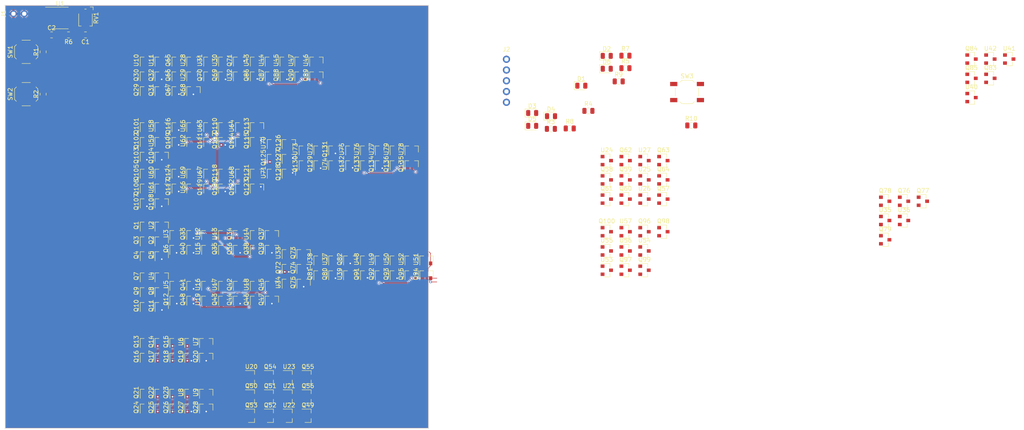
<source format=kicad_pcb>
(kicad_pcb (version 20200909) (generator pcbnew)
  (layers (0 "F.Cu" signal) (31 "B.Cu" signal) (34 "B.Paste" user) (35 "F.Paste" user) (36 "B.SilkS" user) (37 "F.SilkS" user) (38 "B.Mask" user) (39 "F.Mask" user) (44 "Edge.Cuts" user))
  (net 0 "")
  (net 1 "Net-(C1-Pad2)")
  (net 2 "GND")
  (net 3 "Net-(C2-Pad2)")
  (net 4 "/B0")
  (net 5 "Net-(D1-Pad1)")
  (net 6 "/B1")
  (net 7 "Net-(D2-Pad1)")
  (net 8 "/B2")
  (net 9 "Net-(D3-Pad1)")
  (net 10 "/B3")
  (net 11 "Net-(D4-Pad1)")
  (net 12 "/CLK")
  (net 13 "Net-(D5-Pad1)")
  (net 14 "+3V3")
  (net 15 "Net-(D6-Pad1)")
  (net 16 "Net-(Q1-Pad2)")
  (net 17 "/UP")
  (net 18 "Net-(Q3-Pad2)")
  (net 19 "Net-(Q4-Pad2)")
  (net 20 "/Q_1")
  (net 21 "Net-(Q12-Pad1)")
  (net 22 "/!B0")
  (net 23 "/DW")
  (net 24 "Net-(Q10-Pad3)")
  (net 25 "Net-(Q10-Pad2)")
  (net 26 "/!B1")
  (net 27 "/Q_2")
  (net 28 "Net-(Q13-Pad2)")
  (net 29 "Net-(Q16-Pad2)")
  (net 30 "Net-(Q17-Pad2)")
  (net 31 "Net-(Q18-Pad2)")
  (net 32 "/Q_7")
  (net 33 "Net-(Q21-Pad2)")
  (net 34 "/!B2")
  (net 35 "Net-(Q24-Pad2)")
  (net 36 "Net-(Q25-Pad2)")
  (net 37 "Net-(Q26-Pad2)")
  (net 38 "/Q_6")
  (net 39 "Net-(Q29-Pad3)")
  (net 40 "Net-(Q30-Pad3)")
  (net 41 "/Q_3")
  (net 42 "/XOR3/!A")
  (net 43 "Net-(Q34-Pad3)")
  (net 44 "/Q_4")
  (net 45 "Net-(Q35-Pad2)")
  (net 46 "Net-(Q37-Pad3)")
  (net 47 "Net-(Q38-Pad2)")
  (net 48 "/XOR3/!B")
  (net 49 "/XOR4/!A")
  (net 50 "Net-(Q42-Pad3)")
  (net 51 "/Q_5")
  (net 52 "Net-(Q43-Pad2)")
  (net 53 "Net-(Q45-Pad3)")
  (net 54 "Net-(Q46-Pad2)")
  (net 55 "/XOR4/!B")
  (net 56 "/XOR5/!A")
  (net 57 "Net-(Q50-Pad3)")
  (net 58 "/Q_8")
  (net 59 "Net-(Q51-Pad2)")
  (net 60 "Net-(Q53-Pad3)")
  (net 61 "Net-(Q54-Pad2)")
  (net 62 "/XOR5/!B")
  (net 63 "/XOR6/!A")
  (net 64 "Net-(Q58-Pad3)")
  (net 65 "/Q_9")
  (net 66 "Net-(Q59-Pad2)")
  (net 67 "Net-(Q61-Pad3)")
  (net 68 "Net-(Q62-Pad2)")
  (net 69 "/XOR6/!B")
  (net 70 "Net-(Q65-Pad2)")
  (net 71 "Net-(Q66-Pad2)")
  (net 72 "/Q_10")
  (net 73 "/FF_RST1/!RST")
  (net 74 "/RST")
  (net 75 "/Q_12")
  (net 76 "Net-(Q72-Pad3)")
  (net 77 "Net-(Q73-Pad3)")
  (net 78 "/Q_11")
  (net 79 "Net-(Q76-Pad3)")
  (net 80 "Net-(Q77-Pad3)")
  (net 81 "/Q_14")
  (net 82 "/\nFF_RST3/!RST")
  (net 83 "/Q_15")
  (net 84 "/\nFF_RST4/!RST")
  (net 85 "/Q_13")
  (net 86 "/FF1/!CLK")
  (net 87 "Net-(Q87-Pad3)")
  (net 88 "/FF3/!CLK")
  (net 89 "Net-(Q92-Pad3)")
  (net 90 "/FF4/!CLK")
  (net 91 "Net-(Q97-Pad3)")
  (net 92 "/!B3")
  (net 93 "Net-(Q101-Pad2)")
  (net 94 "Net-(Q102-Pad2)")
  (net 95 "/Q_17")
  (net 96 "Net-(Q105-Pad2)")
  (net 97 "Net-(Q106-Pad2)")
  (net 98 "/Q_16")
  (net 99 "/XOR1/!A")
  (net 100 "Net-(Q110-Pad3)")
  (net 101 "/Q_18")
  (net 102 "Net-(Q111-Pad2)")
  (net 103 "Net-(Q113-Pad3)")
  (net 104 "Net-(Q114-Pad2)")
  (net 105 "/XOR1/!B")
  (net 106 "/XOR2/!A")
  (net 107 "Net-(Q118-Pad3)")
  (net 108 "/Q_19")
  (net 109 "Net-(Q119-Pad2)")
  (net 110 "Net-(Q121-Pad3)")
  (net 111 "Net-(Q122-Pad2)")
  (net 112 "/XOR2/!B")
  (net 113 "Net-(Q125-Pad3)")
  (net 114 "Net-(Q126-Pad3)")
  (net 115 "/Q")
  (net 116 "/FF_RST2/!RST")
  (net 117 "/Q_20")
  (net 118 "/FF2/!CLK")
  (net 119 "Net-(Q133-Pad3)")
  (net 120 "Net-(R6-Pad1)")
  (module "Package_TO_SOT_SMD:SOT-23" (layer "F.Cu") (at 74.6 109)
    (fp_text reference "Q52" (at 0 -2.5) (layer "F.SilkS"))
    (fp_text value "FDN335N")
    (pad "1" smd rect (at -1 -0.95) (size 0.9 0.8) (layers "F.Cu" "F.Paste" "F.Mask") (net 10 "/B3"))
    (pad "2" smd rect (at -1 0.95) (size 0.9 0.8) (layers "F.Cu" "F.Paste" "F.Mask") (net 2 "GND"))
    (pad "3" smd rect (at 1 0) (size 0.9 0.8) (layers "F.Cu" "F.Paste" "F.Mask") (net 59 "Net-(Q51-Pad2)"))
  )
  (module "Package_TO_SOT_SMD:SOT-23" (layer "F.Cu") (at 79.05 104.45)
    (fp_text reference "U21" (at 0 -2.5) (layer "F.SilkS"))
    (fp_text value "FDN360P")
    (pad "1" smd rect (at -1 -0.95) (size 0.9 0.8) (layers "F.Cu" "F.Paste" "F.Mask") (net 62 "/XOR5/!B"))
    (pad "2" smd rect (at -1 0.95) (size 0.9 0.8) (layers "F.Cu" "F.Paste" "F.Mask") (net 57 "Net-(Q50-Pad3)"))
    (pad "3" smd rect (at 1 0) (size 0.9 0.8) (layers "F.Cu" "F.Paste" "F.Mask") (net 14 "+3V3"))
  )
  (module "Package_TO_SOT_SMD:SOT-23" (layer "F.Cu") (at 79 51.5 90)
    (fp_text reference "Q128" (at 0 -2.5 90) (layer "F.SilkS"))
    (fp_text value "FDN335N")
    (pad "1" smd rect (at -1 -0.95 90) (size 0.9 0.8) (layers "F.Cu" "F.Paste" "F.Mask") (net 113 "Net-(Q125-Pad3)"))
    (pad "2" smd rect (at -1 0.95 90) (size 0.9 0.8) (layers "F.Cu" "F.Paste" "F.Mask") (net 2 "GND"))
    (pad "3" smd rect (at 1 0 90) (size 0.9 0.8) (layers "F.Cu" "F.Paste" "F.Mask") (net 108 "/Q_19"))
  )
  (module "Package_TO_SOT_SMD:SOT-23" (layer "F.Cu") (at 45.5 64 90)
    (fp_text reference "Q1" (at 0 -2.5 90) (layer "F.SilkS"))
    (fp_text value "FDN360P")
    (pad "1" smd rect (at -1 -0.95 90) (size 0.9 0.8) (layers "F.Cu" "F.Paste" "F.Mask") (net 4 "/B0"))
    (pad "2" smd rect (at -1 0.95 90) (size 0.9 0.8) (layers "F.Cu" "F.Paste" "F.Mask") (net 16 "Net-(Q1-Pad2)"))
    (pad "3" smd rect (at 1 0 90) (size 0.9 0.8) (layers "F.Cu" "F.Paste" "F.Mask") (net 14 "+3V3"))
  )
  (module "Package_TO_SOT_SMD:SOT-23" (layer "F.Cu") (at 90 49.5 90)
    (fp_text reference "U74" (at 0 -2.5 90) (layer "F.SilkS"))
    (fp_text value "FDN360P")
    (pad "1" smd rect (at -1 -0.95 90) (size 0.9 0.8) (layers "F.Cu" "F.Paste" "F.Mask") (net 116 "/FF_RST2/!RST"))
    (pad "2" smd rect (at -1 0.95 90) (size 0.9 0.8) (layers "F.Cu" "F.Paste" "F.Mask") (net 101 "/Q_18"))
    (pad "3" smd rect (at 1 0 90) (size 0.9 0.8) (layers "F.Cu" "F.Paste" "F.Mask") (net 2 "GND"))
  )
  (module "Package_TO_SOT_SMD:SOT-23" (layer "F.Cu") (at 90 75.5 90)
    (fp_text reference "Q80" (at 0 -2.5 90) (layer "F.SilkS"))
    (fp_text value "FDN335N")
    (pad "1" smd rect (at -1 -0.95 90) (size 0.9 0.8) (layers "F.Cu" "F.Paste" "F.Mask") (net 74 "/RST"))
    (pad "2" smd rect (at -1 0.95 90) (size 0.9 0.8) (layers "F.Cu" "F.Paste" "F.Mask") (net 2 "GND"))
    (pad "3" smd rect (at 1 0 90) (size 0.9 0.8) (layers "F.Cu" "F.Paste" "F.Mask") (net 82 "/\nFF_RST3/!RST"))
  )
  (module "Package_TO_SOT_SMD:SOT-23" (layer "F.Cu") (at 60.5 44 90)
    (fp_text reference "Q111" (at 0 -2.5 90) (layer "F.SilkS"))
    (fp_text value "FDN335N")
    (pad "1" smd rect (at -1 -0.95 90) (size 0.9 0.8) (layers "F.Cu" "F.Paste" "F.Mask") (net 6 "/B1"))
    (pad "2" smd rect (at -1 0.95 90) (size 0.9 0.8) (layers "F.Cu" "F.Paste" "F.Mask") (net 102 "Net-(Q111-Pad2)"))
    (pad "3" smd rect (at 1 0 90) (size 0.9 0.8) (layers "F.Cu" "F.Paste" "F.Mask") (net 98 "/Q_16"))
  )
  (module "Package_TO_SOT_SMD:SOT-23" (layer "F.Cu") (at 49 107 90)
    (fp_text reference "Q25" (at 0 -2.5 90) (layer "F.SilkS"))
    (fp_text value "FDN335N")
    (pad "1" smd rect (at -1 -0.95 90) (size 0.9 0.8) (layers "F.Cu" "F.Paste" "F.Mask") (net 26 "/!B1"))
    (pad "2" smd rect (at -1 0.95 90) (size 0.9 0.8) (layers "F.Cu" "F.Paste" "F.Mask") (net 36 "Net-(Q25-Pad2)"))
    (pad "3" smd rect (at 1 0 90) (size 0.9 0.8) (layers "F.Cu" "F.Paste" "F.Mask") (net 35 "Net-(Q24-Pad2)"))
  )
  (module "Package_TO_SOT_SMD:SOT-23" (layer "F.Cu") (at 158.5 65.51)
    (fp_text reference "U57" (at 0 -2.5) (layer "F.SilkS"))
    (fp_text value "FDN360P")
    (pad "1" smd rect (at -1 -0.95) (size 0.9 0.8) (layers "F.Cu" "F.Paste" "F.Mask") (net 92 "/!B3"))
    (pad "2" smd rect (at -1 0.95) (size 0.9 0.8) (layers "F.Cu" "F.Paste" "F.Mask") (net 10 "/B3"))
    (pad "3" smd rect (at 1 0) (size 0.9 0.8) (layers "F.Cu" "F.Paste" "F.Mask") (net 14 "+3V3"))
  )
  (module "Package_TO_SOT_SMD:SOT-23" (layer "F.Cu") (at 158.5 70.06)
    (fp_text reference "U56" (at 0 -2.5) (layer "F.SilkS"))
    (fp_text value "FDN360P")
    (pad "1" smd rect (at -1 -0.95) (size 0.9 0.8) (layers "F.Cu" "F.Paste" "F.Mask") (net 12 "/CLK"))
    (pad "2" smd rect (at -1 0.95) (size 0.9 0.8) (layers "F.Cu" "F.Paste" "F.Mask") (net 91 "Net-(Q97-Pad3)"))
    (pad "3" smd rect (at 1 0) (size 0.9 0.8) (layers "F.Cu" "F.Paste" "F.Mask") (net 10 "/B3"))
  )
  (module "Custom_Vertical_1x_2.54mm_Pin_Header:PinHeader_1x02_P2.54mm_Vertical" (layer "F.Cu") (at 14 14 90)
    (fp_text reference "J1" (at 0 -2.33 90) (layer "F.SilkS"))
    (fp_text value "PWR")
    (pad "1" thru_hole oval (at 0 0 90) (size 1.7 1.7) (drill 1) (layers *.Cu *.Mask) (net 14 "+3V3"))
    (pad "2" thru_hole oval (at 0 2.54 90) (size 1.7 1.7) (drill 1) (layers *.Cu *.Mask) (net 2 "GND"))
  )
  (module "Package_TO_SOT_SMD:SOT-23" (layer "F.Cu") (at 167.4 57.81)
    (fp_text reference "Q57" (at 0 -2.5) (layer "F.SilkS"))
    (fp_text value "FDN335N")
    (pad "1" smd rect (at -1 -0.95) (size 0.9 0.8) (layers "F.Cu" "F.Paste" "F.Mask") (net 10 "/B3"))
    (pad "2" smd rect (at -1 0.95) (size 0.9 0.8) (layers "F.Cu" "F.Paste" "F.Mask") (net 2 "GND"))
    (pad "3" smd rect (at 1 0) (size 0.9 0.8) (layers "F.Cu" "F.Paste" "F.Mask") (net 63 "/XOR6/!A"))
  )
  (module "Package_TO_SOT_SMD:SOT-23" (layer "F.Cu") (at 64 69.5 90)
    (fp_text reference "Q35" (at 0 -2.5 90) (layer "F.SilkS"))
    (fp_text value "FDN335N")
    (pad "1" smd rect (at -1 -0.95 90) (size 0.9 0.8) (layers "F.Cu" "F.Paste" "F.Mask") (net 8 "/B2"))
    (pad "2" smd rect (at -1 0.95 90) (size 0.9 0.8) (layers "F.Cu" "F.Paste" "F.Mask") (net 45 "Net-(Q35-Pad2)"))
    (pad "3" smd rect (at 1 0 90) (size 0.9 0.8) (layers "F.Cu" "F.Paste" "F.Mask") (net 38 "/Q_6"))
  )
  (module "Package_TO_SOT_SMD:SOT-23" (layer "F.Cu") (at 56 91.5 90)
    (fp_text reference "U6" (at 0 -2.5 90) (layer "F.SilkS"))
    (fp_text value "FDN360P")
    (pad "1" smd rect (at -1 -0.95 90) (size 0.9 0.8) (layers "F.Cu" "F.Paste" "F.Mask") (net 17 "/UP"))
    (pad "2" smd rect (at -1 0.95 90) (size 0.9 0.8) (layers "F.Cu" "F.Paste" "F.Mask") (net 28 "Net-(Q13-Pad2)"))
    (pad "3" smd rect (at 1 0 90) (size 0.9 0.8) (layers "F.Cu" "F.Paste" "F.Mask") (net 14 "+3V3"))
  )
  (module "Package_TO_SOT_SMD:SOT-23" (layer "F.Cu") (at 64 51.5 90)
    (fp_text reference "Q118" (at 0 -2.5 90) (layer "F.SilkS"))
    (fp_text value "FDN360P")
    (pad "1" smd rect (at -1 -0.95 90) (size 0.9 0.8) (layers "F.Cu" "F.Paste" "F.Mask") (net 6 "/B1"))
    (pad "2" smd rect (at -1 0.95 90) (size 0.9 0.8) (layers "F.Cu" "F.Paste" "F.Mask") (net 95 "/Q_17"))
    (pad "3" smd rect (at 1 0 90) (size 0.9 0.8) (layers "F.Cu" "F.Paste" "F.Mask") (net 107 "Net-(Q118-Pad3)"))
  )
  (module "Package_TO_SOT_SMD:SOT-23" (layer "F.Cu") (at 79 70.5 90)
    (fp_text reference "U33" (at 0 -2.5 90) (layer "F.SilkS"))
    (fp_text value "FDN360P")
    (pad "1" smd rect (at -1 -0.95 90) (size 0.9 0.8) (layers "F.Cu" "F.Paste" "F.Mask") (net 38 "/Q_6"))
    (pad "2" smd rect (at -1 0.95 90) (size 0.9 0.8) (layers "F.Cu" "F.Paste" "F.Mask") (net 77 "Net-(Q73-Pad3)"))
    (pad "3" smd rect (at 1 0 90) (size 0.9 0.8) (layers "F.Cu" "F.Paste" "F.Mask") (net 14 "+3V3"))
  )
  (module "Package_TO_SOT_SMD:SOT-23" (layer "F.Cu") (at 56 103.5 90)
    (fp_text reference "U8" (at 0 -2.5 90) (layer "F.SilkS"))
    (fp_text value "FDN360P")
    (pad "1" smd rect (at -1 -0.95 90) (size 0.9 0.8) (layers "F.Cu" "F.Paste" "F.Mask") (net 23 "/DW"))
    (pad "2" smd rect (at -1 0.95 90) (size 0.9 0.8) (layers "F.Cu" "F.Paste" "F.Mask") (net 33 "Net-(Q21-Pad2)"))
    (pad "3" smd rect (at 1 0 90) (size 0.9 0.8) (layers "F.Cu" "F.Paste" "F.Mask") (net 14 "+3V3"))
  )
  (module "Package_TO_SOT_SMD:SOT-23" (layer "F.Cu") (at 75 81.5 90)
    (fp_text reference "Q47" (at 0 -2.5 90) (layer "F.SilkS"))
    (fp_text value "FDN335N")
    (pad "1" smd rect (at -1 -0.95 90) (size 0.9 0.8) (layers "F.Cu" "F.Paste" "F.Mask") (net 49 "/XOR4/!A"))
    (pad "2" smd rect (at -1 0.95 90) (size 0.9 0.8) (layers "F.Cu" "F.Paste" "F.Mask") (net 2 "GND"))
    (pad "3" smd rect (at 1 0 90) (size 0.9 0.8) (layers "F.Cu" "F.Paste" "F.Mask") (net 54 "Net-(Q46-Pad2)"))
  )
  (module "Custom_Vertical_1x_2.54mm_Pin_Header:PinHeader_1x05_P2.54mm_Vertical" (layer "F.Cu") (at 130.37 24.76)
    (fp_text reference "J2" (at 0 -2.33) (layer "F.SilkS"))
    (fp_text value "OUT")
    (pad "1" thru_hole oval (at 0 0) (size 1.7 1.7) (drill 1) (layers *.Cu *.Mask) (net 12 "/CLK"))
    (pad "2" thru_hole oval (at 0 2.54) (size 1.7 1.7) (drill 1) (layers *.Cu *.Mask) (net 4 "/B0"))
    (pad "3" thru_hole oval (at 0 5.08) (size 1.7 1.7) (drill 1) (layers *.Cu *.Mask) (net 6 "/B1"))
    (pad "4" thru_hole oval (at 0 7.62) (size 1.7 1.7) (drill 1) (layers *.Cu *.Mask) (net 8 "/B2"))
    (pad "5" thru_hole oval (at 0 10.16) (size 1.7 1.7) (drill 1) (layers *.Cu *.Mask) (net 10 "/B3"))
  )
  (module "Package_TO_SOT_SMD:SOT-23" (layer "F.Cu") (at 52.5 66 90)
    (fp_text reference "U3" (at 0 -2.5 90) (layer "F.SilkS"))
    (fp_text value "FDN360P")
    (pad "1" smd rect (at -1 -0.95 90) (size 0.9 0.8) (layers "F.Cu" "F.Paste" "F.Mask") (net 16 "Net-(Q1-Pad2)"))
    (pad "2" smd rect (at -1 0.95 90) (size 0.9 0.8) (layers "F.Cu" "F.Paste" "F.Mask") (net 41 "/Q_3"))
    (pad "3" smd rect (at 1 0 90) (size 0.9 0.8) (layers "F.Cu" "F.Paste" "F.Mask") (net 14 "+3V3"))
  )
  (module "Package_TO_SOT_SMD:SOT-23" (layer "F.Cu") (at 162.95 48.71)
    (fp_text reference "U27" (at 0 -2.5) (layer "F.SilkS"))
    (fp_text value "FDN360P")
    (pad "1" smd rect (at -1 -0.95) (size 0.9 0.8) (layers "F.Cu" "F.Paste" "F.Mask") (net 58 "/Q_8"))
    (pad "2" smd rect (at -1 0.95) (size 0.9 0.8) (layers "F.Cu" "F.Paste" "F.Mask") (net 69 "/XOR6/!B"))
    (pad "3" smd rect (at 1 0) (size 0.9 0.8) (layers "F.Cu" "F.Paste" "F.Mask") (net 14 "+3V3"))
  )
  (module "Package_TO_SOT_SMD:SOT-23" (layer "F.Cu") (at 219.76 58.31)
    (fp_text reference "Q78" (at 0 -2.5) (layer "F.SilkS"))
    (fp_text value "FDN335N")
    (pad "1" smd rect (at -1 -0.95) (size 0.9 0.8) (layers "F.Cu" "F.Paste" "F.Mask") (net 72 "/Q_10"))
    (pad "2" smd rect (at -1 0.95) (size 0.9 0.8) (layers "F.Cu" "F.Paste" "F.Mask") (net 2 "GND"))
    (pad "3" smd rect (at 1 0) (size 0.9 0.8) (layers "F.Cu" "F.Paste" "F.Mask") (net 79 "Net-(Q76-Pad3)"))
  )
  (module "Package_TO_SOT_SMD:SOT-23" (layer "F.Cu") (at 53 32 90)
    (fp_text reference "Q67" (at 0 -2.5 90) (layer "F.SilkS"))
    (fp_text value "FDN335N")
    (pad "1" smd rect (at -1 -0.95 90) (size 0.9 0.8) (layers "F.Cu" "F.Paste" "F.Mask") (net 22 "/!B0"))
    (pad "2" smd rect (at -1 0.95 90) (size 0.9 0.8) (layers "F.Cu" "F.Paste" "F.Mask") (net 2 "GND"))
    (pad "3" smd rect (at 1 0 90) (size 0.9 0.8) (layers "F.Cu" "F.Paste" "F.Mask") (net 71 "Net-(Q66-Pad2)"))
  )
  (module "Potentiometer_SMD:Potentiometer_Bourns_TC33X_Vertical" (layer "F.Cu") (at 31 15 -90)
    (fp_text reference "RV1" (at 0 -2.5 90) (layer "F.SilkS"))
    (fp_text value "100K")
    (pad "1" smd rect (at -1.8 -1 270) (size 1.2 1.2) (layers "F.Cu" "F.Paste" "F.Mask") (net 14 "+3V3"))
    (pad "2" smd rect (at 1.45 0 270) (size 1.5 1.6) (layers "F.Cu" "F.Paste" "F.Mask") (net 120 "Net-(R6-Pad1)"))
    (pad "3" smd rect (at -1.8 1 270) (size 1.2 1.2) (layers "F.Cu" "F.Paste" "F.Mask") (net 120 "Net-(R6-Pad1)"))
  )
  (module "Package_TO_SOT_SMD:SOT-23" (layer "F.Cu") (at 85.5 28.5 90)
    (fp_text reference "Q89" (at 0 -2.5 90) (layer "F.SilkS"))
    (fp_text value "FDN335N")
    (pad "1" smd rect (at -1 -0.95 90) (size 0.9 0.8) (layers "F.Cu" "F.Paste" "F.Mask") (net 86 "/FF1/!CLK"))
    (pad "2" smd rect (at -1 0.95 90) (size 0.9 0.8) (layers "F.Cu" "F.Paste" "F.Mask") (net 4 "/B0"))
    (pad "3" smd rect (at 1 0 90) (size 0.9 0.8) (layers "F.Cu" "F.Paste" "F.Mask") (net 87 "Net-(Q87-Pad3)"))
  )
  (module "Package_TO_SOT_SMD:SOT-23" (layer "F.Cu") (at 52.5 107 90)
    (fp_text reference "Q26" (at 0 -2.5 90) (layer "F.SilkS"))
    (fp_text value "FDN335N")
    (pad "1" smd rect (at -1 -0.95 90) (size 0.9 0.8) (layers "F.Cu" "F.Paste" "F.Mask") (net 34 "/!B2"))
    (pad "2" smd rect (at -1 0.95 90) (size 0.9 0.8) (layers "F.Cu" "F.Paste" "F.Mask") (net 37 "Net-(Q26-Pad2)"))
    (pad "3" smd rect (at 1 0 90) (size 0.9 0.8) (layers "F.Cu" "F.Paste" "F.Mask") (net 36 "Net-(Q25-Pad2)"))
  )
  (module "Package_TO_SOT_SMD:SOT-23" (layer "F.Cu") (at 52.5 81.5 90)
    (fp_text reference "Q12" (at 0 -2.5 90) (layer "F.SilkS"))
    (fp_text value "FDN335N")
    (pad "1" smd rect (at -1 -0.95 90) (size 0.9 0.8) (layers "F.Cu" "F.Paste" "F.Mask") (net 21 "Net-(Q12-Pad1)"))
    (pad "2" smd rect (at -1 0.95 90) (size 0.9 0.8) (layers "F.Cu" "F.Paste" "F.Mask") (net 2 "GND"))
    (pad "3" smd rect (at 1 0 90) (size 0.9 0.8) (layers "F.Cu" "F.Paste" "F.Mask") (net 44 "/Q_4"))
  )
  (module "Package_TO_SOT_SMD:SOT-23" (layer "F.Cu") (at 56.5 78 90)
    (fp_text reference "Q41" (at 0 -2.5 90) (layer "F.SilkS"))
    (fp_text value "FDN335N")
    (pad "1" smd rect (at -1 -0.95 90) (size 0.9 0.8) (layers "F.Cu" "F.Paste" "F.Mask") (net 8 "/B2"))
    (pad "2" smd rect (at -1 0.95 90) (size 0.9 0.8) (layers "F.Cu" "F.Paste" "F.Mask") (net 2 "GND"))
    (pad "3" smd rect (at 1 0 90) (size 0.9 0.8) (layers "F.Cu" "F.Paste" "F.Mask") (net 49 "/XOR4/!A"))
  )
  (module "Button_Switch_SMD:SW_SPST_TL3342" (layer "F.Cu") (at 17 33 90)
    (fp_text reference "SW2" (at 0 -3.75 90) (layer "F.SilkS"))
    (fp_text value "SW_Push")
    (pad "1" smd rect (at 3.15 -1.9 90) (size 1.7 1) (layers "F.Cu" "F.Paste" "F.Mask") (net 2 "GND"))
    (pad "1" smd rect (at -3.15 -1.9 90) (size 1.7 1) (layers "F.Cu" "F.Paste" "F.Mask") (net 2 "GND"))
    (pad "2" smd rect (at 3.15 1.9 90) (size 1.7 1) (layers "F.Cu" "F.Paste" "F.Mask") (net 23 "/DW"))
    (pad "2" smd rect (at -3.15 1.9 90) (size 1.7 1) (layers "F.Cu" "F.Paste" "F.Mask") (net 23 "/DW"))
  )
  (module "Package_TO_SOT_SMD:SOT-23" (layer "F.Cu") (at 53 44 90)
    (fp_text reference "Q109" (at 0 -2.5 90) (layer "F.SilkS"))
    (fp_text value "FDN335N")
    (pad "1" smd rect (at -1 -0.95 90) (size 0.9 0.8) (layers "F.Cu" "F.Paste" "F.Mask") (net 115 "/Q"))
    (pad "2" smd rect (at -1 0.95 90) (size 0.9 0.8) (layers "F.Cu" "F.Paste" "F.Mask") (net 2 "GND"))
    (pad "3" smd rect (at 1 0 90) (size 0.9 0.8) (layers "F.Cu" "F.Paste" "F.Mask") (net 99 "/XOR1/!A"))
  )
  (module "Resistor_SMD:R_0805_2012Metric" (layer "F.Cu") (at 156.86 29.99)
    (fp_text reference "R9" (at 0 -1.65) (layer "F.SilkS"))
    (fp_text value "330R")
    (pad "1" smd roundrect (at -0.9375 0) (size 0.975 1.4) (layers "F.Cu" "F.Paste" "F.Mask") (net 15 "Net-(D6-Pad1)"))
    (pad "2" smd roundrect (at 0.9375 0) (size 0.975 1.4) (layers "F.Cu" "F.Paste" "F.Mask") (net 2 "GND"))
  )
  (module "Package_TO_SOT_SMD:SOT-23" (layer "F.Cu") (at 104.5 49.5 90)
    (fp_text reference "Q136" (at 0 -2.5 90) (layer "F.SilkS"))
    (fp_text value "FDN335N")
    (pad "1" smd rect (at -1 -0.95 90) (size 0.9 0.8) (layers "F.Cu" "F.Paste" "F.Mask") (net 26 "/!B1"))
    (pad "2" smd rect (at -1 0.95 90) (size 0.9 0.8) (layers "F.Cu" "F.Paste" "F.Mask") (net 2 "GND"))
    (pad "3" smd rect (at 1 0 90) (size 0.9 0.8) (layers "F.Cu" "F.Paste" "F.Mask") (net 6 "/B1"))
  )
  (module "Package_TO_SOT_SMD:SOT-23" (layer "F.Cu") (at 94 46 90)
    (fp_text reference "U75" (at 0 -2.5 90) (layer "F.SilkS"))
    (fp_text value "FDN360P")
    (pad "1" smd rect (at -1 -0.95 90) (size 0.9 0.8) (layers "F.Cu" "F.Paste" "F.Mask") (net 12 "/CLK"))
    (pad "2" smd rect (at -1 0.95 90) (size 0.9 0.8) (layers "F.Cu" "F.Paste" "F.Mask") (net 118 "/FF2/!CLK"))
    (pad "3" smd rect (at 1 0 90) (size 0.9 0.8) (layers "F.Cu" "F.Paste" "F.Mask") (net 14 "+3V3"))
  )
  (module "Package_TO_SOT_SMD:SOT-23" (layer "F.Cu") (at 94 49.5 90)
    (fp_text reference "Q132" (at 0 -2.5 90) (layer "F.SilkS"))
    (fp_text value "FDN335N")
    (pad "1" smd rect (at -1 -0.95 90) (size 0.9 0.8) (layers "F.Cu" "F.Paste" "F.Mask") (net 12 "/CLK"))
    (pad "2" smd rect (at -1 0.95 90) (size 0.9 0.8) (layers "F.Cu" "F.Paste" "F.Mask") (net 2 "GND"))
    (pad "3" smd rect (at 1 0 90) (size 0.9 0.8) (layers "F.Cu" "F.Paste" "F.Mask") (net 118 "/FF2/!CLK"))
  )
  (module "Package_TO_SOT_SMD:SOT-23" (layer "F.Cu") (at 67.5 28.5 90)
    (fp_text reference "U32" (at 0 -2.5 90) (layer "F.SilkS"))
    (fp_text value "FDN360P")
    (pad "1" smd rect (at -1 -0.95 90) (size 0.9 0.8) (layers "F.Cu" "F.Paste" "F.Mask") (net 73 "/FF_RST1/!RST"))
    (pad "2" smd rect (at -1 0.95 90) (size 0.9 0.8) (layers "F.Cu" "F.Paste" "F.Mask") (net 81 "/Q_14"))
    (pad "3" smd rect (at 1 0 90) (size 0.9 0.8) (layers "F.Cu" "F.Paste" "F.Mask") (net 2 "GND"))
  )
  (module "Package_TO_SOT_SMD:SOT-23" (layer "F.Cu") (at 78.5 25 90)
    (fp_text reference "U45" (at 0 -2.5 90) (layer "F.SilkS"))
    (fp_text value "FDN360P")
    (pad "1" smd rect (at -1 -0.95 90) (size 0.9 0.8) (layers "F.Cu" "F.Paste" "F.Mask") (net 87 "Net-(Q87-Pad3)"))
    (pad "2" smd rect (at -1 0.95 90) (size 0.9 0.8) (layers "F.Cu" "F.Paste" "F.Mask") (net 22 "/!B0"))
    (pad "3" smd rect (at 1 0 90) (size 0.9 0.8) (layers "F.Cu" "F.Paste" "F.Mask") (net 14 "+3V3"))
  )
  (module "Resistor_SMD:R_0805_2012Metric" (layer "F.Cu") (at 21 23 90)
    (fp_text reference "R1" (at 0 -1.65 90) (layer "F.SilkS"))
    (fp_text value "10K")
    (pad "1" smd roundrect (at -0.9375 0 90) (size 0.975 1.4) (layers "F.Cu" "F.Paste" "F.Mask") (net 14 "+3V3"))
    (pad "2" smd roundrect (at 0.9375 0 90) (size 0.975 1.4) (layers "F.Cu" "F.Paste" "F.Mask") (net 17 "/UP"))
  )
  (module "Package_TO_SOT_SMD:SOT-23" (layer "F.Cu") (at 79.05 99.9)
    (fp_text reference "U23" (at 0 -2.5) (layer "F.SilkS"))
    (fp_text value "FDN360P")
    (pad "1" smd rect (at -1 -0.95) (size 0.9 0.8) (layers "F.Cu" "F.Paste" "F.Mask") (net 10 "/B3"))
    (pad "2" smd rect (at -1 0.95) (size 0.9 0.8) (layers "F.Cu" "F.Paste" "F.Mask") (net 62 "/XOR5/!B"))
    (pad "3" smd rect (at 1 0) (size 0.9 0.8) (layers "F.Cu" "F.Paste" "F.Mask") (net 14 "+3V3"))
  )
  (module "Package_TO_SOT_SMD:SOT-23" (layer "F.Cu") (at 67.5 81.5 90)
    (fp_text reference "Q44" (at 0 -2.5 90) (layer "F.SilkS"))
    (fp_text value "FDN335N")
    (pad "1" smd rect (at -1 -0.95 90) (size 0.9 0.8) (layers "F.Cu" "F.Paste" "F.Mask") (net 44 "/Q_4"))
    (pad "2" smd rect (at -1 0.95 90) (size 0.9 0.8) (layers "F.Cu" "F.Paste" "F.Mask") (net 2 "GND"))
    (pad "3" smd rect (at 1 0 90) (size 0.9 0.8) (layers "F.Cu" "F.Paste" "F.Mask") (net 52 "Net-(Q43-Pad2)"))
  )
  (module "Package_TO_SOT_SMD:SOT-23" (layer "F.Cu") (at 244.59 24.71)
    (fp_text reference "U42" (at 0 -2.5) (layer "F.SilkS"))
    (fp_text value "FDN360P")
    (pad "1" smd rect (at -1 -0.95) (size 0.9 0.8) (layers "F.Cu" "F.Paste" "F.Mask") (net 84 "/\nFF_RST4/!RST"))
    (pad "2" smd rect (at -1 0.95) (size 0.9 0.8) (layers "F.Cu" "F.Paste" "F.Mask") (net 20 "/Q_1"))
    (pad "3" smd rect (at 1 0) (size 0.9 0.8) (layers "F.Cu" "F.Paste" "F.Mask") (net 2 "GND"))
  )
  (module "Package_TO_SOT_SMD:SOT-23" (layer "F.Cu") (at 56.5 66 90)
    (fp_text reference "Q33" (at 0 -2.5 90) (layer "F.SilkS"))
    (fp_text value "FDN335N")
    (pad "1" smd rect (at -1 -0.95 90) (size 0.9 0.8) (layers "F.Cu" "F.Paste" "F.Mask") (net 41 "/Q_3"))
    (pad "2" smd rect (at -1 0.95 90) (size 0.9 0.8) (layers "F.Cu" "F.Paste" "F.Mask") (net 2 "GND"))
    (pad "3" smd rect (at 1 0 90) (size 0.9 0.8) (layers "F.Cu" "F.Paste" "F.Mask") (net 42 "/XOR3/!A"))
  )
  (module "Package_TO_SOT_SMD:SOT-23" (layer "F.Cu") (at 45.5 83 90)
    (fp_text reference "Q10" (at 0 -2.5 90) (layer "F.SilkS"))
    (fp_text value "FDN335N")
    (pad "1" smd rect (at -1 -0.95 90) (size 0.9 0.8) (layers "F.Cu" "F.Paste" "F.Mask") (net 26 "/!B1"))
    (pad "2" smd rect (at -1 0.95 90) (size 0.9 0.8) (layers "F.Cu" "F.Paste" "F.Mask") (net 25 "Net-(Q10-Pad2)"))
    (pad "3" smd rect (at 1 0 90) (size 0.9 0.8) (layers "F.Cu" "F.Paste" "F.Mask") (net 24 "Net-(Q10-Pad3)"))
  )
  (module "Package_TO_SOT_SMD:SOT-23" (layer "F.Cu") (at 45.5 28.5 90)
    (fp_text reference "Q30" (at 0 -2.5 90) (layer "F.SilkS"))
    (fp_text value "FDN360P")
    (pad "1" smd rect (at -1 -0.95 90) (size 0.9 0.8) (layers "F.Cu" "F.Paste" "F.Mask") (net 23 "/DW"))
    (pad "2" smd rect (at -1 0.95 90) (size 0.9 0.8) (layers "F.Cu" "F.Paste" "F.Mask") (net 39 "Net-(Q29-Pad3)"))
    (pad "3" smd rect (at 1 0 90) (size 0.9 0.8) (layers "F.Cu" "F.Paste" "F.Mask") (net 40 "Net-(Q30-Pad3)"))
  )
  (module "Package_TO_SOT_SMD:SOT-23" (layer "F.Cu") (at 64 81.5 90)
    (fp_text reference "Q43" (at 0 -2.5 90) (layer "F.SilkS"))
    (fp_text value "FDN335N")
    (pad "1" smd rect (at -1 -0.95 90) (size 0.9 0.8) (layers "F.Cu" "F.Paste" "F.Mask") (net 44 "/Q_4"))
    (pad "2" smd rect (at -1 0.95 90) (size 0.9 0.8) (layers "F.Cu" "F.Paste" "F.Mask") (net 52 "Net-(Q43-Pad2)"))
    (pad "3" smd rect (at 1 0 90) (size 0.9 0.8) (layers "F.Cu" "F.Paste" "F.Mask") (net 32 "/Q_7"))
  )
  (module "Package_TO_SOT_SMD:SOT-23" (layer "F.Cu") (at 158.5 74.61)
    (fp_text reference "Q97" (at 0 -2.5) (layer "F.SilkS"))
    (fp_text value "FDN335N")
    (pad "1" smd rect (at -1 -0.95) (size 0.9 0.8) (layers "F.Cu" "F.Paste" "F.Mask") (net 12 "/CLK"))
    (pad "2" smd rect (at -1 0.95) (size 0.9 0.8) (layers "F.Cu" "F.Paste" "F.Mask") (net 20 "/Q_1"))
    (pad "3" smd rect (at 1 0) (size 0.9 0.8) (layers "F.Cu" "F.Paste" "F.Mask") (net 91 "Net-(Q97-Pad3)"))
  )
  (module "Package_TO_SOT_SMD:SOT-23" (layer "F.Cu") (at 108 49.5 90)
    (fp_text reference "Q135" (at 0 -2.5 90) (layer "F.SilkS"))
    (fp_text value "FDN335N")
    (pad "1" smd rect (at -1 -0.95 90) (size 0.9 0.8) (layers "F.Cu" "F.Paste" "F.Mask") (net 118 "/FF2/!CLK"))
    (pad "2" smd rect (at -1 0.95 90) (size 0.9 0.8) (layers "F.Cu" "F.Paste" "F.Mask") (net 6 "/B1"))
    (pad "3" smd rect (at 1 0 90) (size 0.9 0.8) (layers "F.Cu" "F.Paste" "F.Mask") (net 119 "Net-(Q133-Pad3)"))
  )
  (module "Package_TO_SOT_SMD:SOT-23" (layer "F.Cu") (at 78.5 28.5 90)
    (fp_text reference "Q88" (at 0 -2.5 90) (layer "F.SilkS"))
    (fp_text value "FDN335N")
    (pad "1" smd rect (at -1 -0.95 90) (size 0.9 0.8) (layers "F.Cu" "F.Paste" "F.Mask") (net 87 "Net-(Q87-Pad3)"))
    (pad "2" smd rect (at -1 0.95 90) (size 0.9 0.8) (layers "F.Cu" "F.Paste" "F.Mask") (net 2 "GND"))
    (pad "3" smd rect (at 1 0 90) (size 0.9 0.8) (layers "F.Cu" "F.Paste" "F.Mask") (net 22 "/!B0"))
  )
  (module "Package_TO_SOT_SMD:SOT-23" (layer "F.Cu") (at 154.05 65.51)
    (fp_text reference "Q100" (at 0 -2.5) (layer "F.SilkS"))
    (fp_text value "FDN335N")
    (pad "1" smd rect (at -1 -0.95) (size 0.9 0.8) (layers "F.Cu" "F.Paste" "F.Mask") (net 92 "/!B3"))
    (pad "2" smd rect (at -1 0.95) (size 0.9 0.8) (layers "F.Cu" "F.Paste" "F.Mask") (net 2 "GND"))
    (pad "3" smd rect (at 1 0) (size 0.9 0.8) (layers "F.Cu" "F.Paste" "F.Mask") (net 10 "/B3"))
  )
  (module "Package_TO_SOT_SMD:SOT-23" (layer "F.Cu") (at 79.05 109)
    (fp_text reference "U22" (at 0 -2.5) (layer "F.SilkS"))
    (fp_text value "FDN360P")
    (pad "1" smd rect (at -1 -0.95) (size 0.9 0.8) (layers "F.Cu" "F.Paste" "F.Mask") (net 10 "/B3"))
    (pad "2" smd rect (at -1 0.95) (size 0.9 0.8) (layers "F.Cu" "F.Paste" "F.Mask") (net 60 "Net-(Q53-Pad3)"))
    (pad "3" smd rect (at 1 0) (size 0.9 0.8) (layers "F.Cu" "F.Paste" "F.Mask") (net 14 "+3V3"))
  )
  (module "Resistor_SMD:R_0805_2012Metric" (layer "F.Cu") (at 21 33 90)
    (fp_text reference "R2" (at 0 -1.65 90) (layer "F.SilkS"))
    (fp_text value "10K")
    (pad "1" smd roundrect (at -0.9375 0 90) (size 0.975 1.4) (layers "F.Cu" "F.Paste" "F.Mask") (net 14 "+3V3"))
    (pad "2" smd roundrect (at 0.9375 0 90) (size 0.975 1.4) (layers "F.Cu" "F.Paste" "F.Mask") (net 23 "/DW"))
  )
  (module "Package_TO_SOT_SMD:SOT-23" (layer "F.Cu") (at 49 58.5 90)
    (fp_text reference "Q108" (at 0 -2.5 90) (layer "F.SilkS"))
    (fp_text value "FDN335N")
    (pad "1" smd rect (at -1 -0.95 90) (size 0.9 0.8) (layers "F.Cu" "F.Paste" "F.Mask") (net 96 "Net-(Q105-Pad2)"))
    (pad "2" smd rect (at -1 0.95 90) (size 0.9 0.8) (layers "F.Cu" "F.Paste" "F.Mask") (net 2 "GND"))
    (pad "3" smd rect (at 1 0 90) (size 0.9 0.8) (layers "F.Cu" "F.Paste" "F.Mask") (net 117 "/Q_20"))
  )
  (module "Package_TO_SOT_SMD:SOT-23" (layer "F.Cu") (at 64 25 90)
    (fp_text reference "U30" (at 0 -2.5 90) (layer "F.SilkS"))
    (fp_text value "FDN360P")
    (pad "1" smd rect (at -1 -0.95 90) (size 0.9 0.8) (layers "F.Cu" "F.Paste" "F.Mask") (net 74 "/RST"))
    (pad "2" smd rect (at -1 0.95 90) (size 0.9 0.8) (layers "F.Cu" "F.Paste" "F.Mask") (net 73 "/FF_RST1/!RST"))
    (pad "3" smd rect (at 1 0 90) (size 0.9 0.8) (layers "F.Cu" "F.Paste" "F.Mask") (net 14 "+3V3"))
  )
  (module "Package_TO_SOT_SMD:SOT-23" (layer "F.Cu") (at 101 75.5 90)
    (fp_text reference "Q92" (at 0 -2.5 90) (layer "F.SilkS"))
    (fp_text value "FDN335N")
    (pad "1" smd rect (at -1 -0.95 90) (size 0.9 0.8) (layers "F.Cu" "F.Paste" "F.Mask") (net 12 "/CLK"))
    (pad "2" smd rect (at -1 0.95 90) (size 0.9 0.8) (layers "F.Cu" "F.Paste" "F.Mask") (net 27 "/Q_2"))
    (pad "3" smd rect (at 1 0 90) (size 0.9 0.8) (layers "F.Cu" "F.Paste" "F.Mask") (net 89 "Net-(Q92-Pad3)"))
  )
  (module "Package_TO_SOT_SMD:SOT-23" (layer "F.Cu") (at 49 51.5 90)
    (fp_text reference "U60" (at 0 -2.5 90) (layer "F.SilkS"))
    (fp_text value "FDN360P")
    (pad "1" smd rect (at -1 -0.95 90) (size 0.9 0.8) (layers "F.Cu" "F.Paste" "F.Mask") (net 23 "/DW"))
    (pad "2" smd rect (at -1 0.95 90) (size 0.9 0.8) (layers "F.Cu" "F.Paste" "F.Mask") (net 96 "Net-(Q105-Pad2)"))
    (pad "3" smd rect (at 1 0 90) (size 0.9 0.8) (layers "F.Cu" "F.Paste" "F.Mask") (net 14 "+3V3"))
  )
  (module "Package_TO_SOT_SMD:SOT-23" (layer "F.Cu") (at 75 78 90)
    (fp_text reference "Q45" (at 0 -2.5 90) (layer "F.SilkS"))
    (fp_text value "FDN360P")
    (pad "1" smd rect (at -1 -0.95 90) (size 0.9 0.8) (layers "F.Cu" "F.Paste" "F.Mask") (net 49 "/XOR4/!A"))
    (pad "2" smd rect (at -1 0.95 90) (size 0.9 0.8) (layers "F.Cu" "F.Paste" "F.Mask") (net 32 "/Q_7"))
    (pad "3" smd rect (at 1 0 90) (size 0.9 0.8) (layers "F.Cu" "F.Paste" "F.Mask") (net 53 "Net-(Q45-Pad3)"))
  )
  (module "Package_TO_SOT_SMD:SOT-23" (layer "F.Cu") (at 111.5 72 90)
    (fp_text reference "U51" (at 0 -2.5 90) (layer "F.SilkS"))
    (fp_text value "FDN360P")
    (pad "1" smd rect (at -1 -0.95 90) (size 0.9 0.8) (layers "F.Cu" "F.Paste" "F.Mask") (net 12 "/CLK"))
    (pad "2" smd rect (at -1 0.95 90) (size 0.9 0.8) (layers "F.Cu" "F.Paste" "F.Mask") (net 89 "Net-(Q92-Pad3)"))
    (pad "3" smd rect (at 1 0 90) (size 0.9 0.8) (layers "F.Cu" "F.Paste" "F.Mask") (net 8 "/B2"))
  )
  (module "Package_TO_SOT_SMD:SOT-23" (layer "F.Cu") (at 45.5 32 90)
    (fp_text reference "Q29" (at 0 -2.5 90) (layer "F.SilkS"))
    (fp_text value "FDN335N")
    (pad "1" smd rect (at -1 -0.95 90) (size 0.9 0.8) (layers "F.Cu" "F.Paste" "F.Mask") (net 23 "/DW"))
    (pad "2" smd rect (at -1 0.95 90) (size 0.9 0.8) (layers "F.Cu" "F.Paste" "F.Mask") (net 2 "GND"))
    (pad "3" smd rect (at 1 0 90) (size 0.9 0.8) (layers "F.Cu" "F.Paste" "F.Mask") (net 39 "Net-(Q29-Pad3)"))
  )
  (module "Package_TO_SOT_SMD:SOT-23" (layer "F.Cu") (at 79 74 90)
    (fp_text reference "Q72" (at 0 -2.5 90) (layer "F.SilkS"))
    (fp_text value "FDN335N")
    (pad "1" smd rect (at -1 -0.95 90) (size 0.9 0.8) (layers "F.Cu" "F.Paste" "F.Mask") (net 32 "/Q_7"))
    (pad "2" smd rect (at -1 0.95 90) (size 0.9 0.8) (layers "F.Cu" "F.Paste" "F.Mask") (net 2 "GND"))
    (pad "3" smd rect (at 1 0 90) (size 0.9 0.8) (layers "F.Cu" "F.Paste" "F.Mask") (net 76 "Net-(Q72-Pad3)"))
  )
  (module "Package_TO_SOT_SMD:SOT-23" (layer "F.Cu") (at 49 32 90)
    (fp_text reference "Q31" (at 0 -2.5 90) (layer "F.SilkS"))
    (fp_text value "FDN335N")
    (pad "1" smd rect (at -1 -0.95 90) (size 0.9 0.8) (layers "F.Cu" "F.Paste" "F.Mask") (net 17 "/UP"))
    (pad "2" smd rect (at -1 0.95 90) (size 0.9 0.8) (layers "F.Cu" "F.Paste" "F.Mask") (net 2 "GND"))
    (pad "3" smd rect (at 1 0 90) (size 0.9 0.8) (layers "F.Cu" "F.Paste" "F.Mask") (net 39 "Net-(Q29-Pad3)"))
  )
  (module "Package_TO_SOT_SMD:SOT-23" (layer "F.Cu") (at 162.95 57.81)
    (fp_text reference "U26" (at 0 -2.5) (layer "F.SilkS"))
    (fp_text value "FDN360P")
    (pad "1" smd rect (at -1 -0.95) (size 0.9 0.8) (layers "F.Cu" "F.Paste" "F.Mask") (net 58 "/Q_8"))
    (pad "2" smd rect (at -1 0.95) (size 0.9 0.8) (layers "F.Cu" "F.Paste" "F.Mask") (net 67 "Net-(Q61-Pad3)"))
    (pad "3" smd rect (at 1 0) (size 0.9 0.8) (layers "F.Cu" "F.Paste" "F.Mask") (net 14 "+3V3"))
  )
  (module "Package_TO_SOT_SMD:SOT-23" (layer "F.Cu") (at 90 46 90)
    (fp_text reference "Q131" (at 0 -2.5 90) (layer "F.SilkS"))
    (fp_text value "FDN335N")
    (pad "1" smd rect (at -1 -0.95 90) (size 0.9 0.8) (layers "F.Cu" "F.Paste" "F.Mask") (net 74 "/RST"))
    (pad "2" smd rect (at -1 0.95 90) (size 0.9 0.8) (layers "F.Cu" "F.Paste" "F.Mask") (net 2 "GND"))
    (pad "3" smd rect (at 1 0 90) (size 0.9 0.8) (layers "F.Cu" "F.Paste" "F.Mask") (net 101 "/Q_18"))
  )
  (module "Package_TO_SOT_SMD:SOT-23" (layer "F.Cu") (at 71.5 66 90)
    (fp_text reference "U14" (at 0 -2.5 90) (layer "F.SilkS"))
    (fp_text value "FDN360P")
    (pad "1" smd rect (at -1 -0.95 90) (size 0.9 0.8) (layers "F.Cu" "F.Paste" "F.Mask") (net 8 "/B2"))
    (pad "2" smd rect (at -1 0.95 90) (size 0.9 0.8) (layers "F.Cu" "F.Paste" "F.Mask") (net 46 "Net-(Q37-Pad3)"))
    (pad "3" smd rect (at 1 0 90) (size 0.9 0.8) (layers "F.Cu" "F.Paste" "F.Mask") (net 14 "+3V3"))
  )
  (module "Package_TO_SOT_SMD:SOT-23" (layer "F.Cu") (at 49 40.5 90)
    (fp_text reference "U58" (at 0 -2.5 90) (layer "F.SilkS"))
    (fp_text value "FDN360P")
    (pad "1" smd rect (at -1 -0.95 90) (size 0.9 0.8) (layers "F.Cu" "F.Paste" "F.Mask") (net 4 "/B0"))
    (pad "2" smd rect (at -1 0.95 90) (size 0.9 0.8) (layers "F.Cu" "F.Paste" "F.Mask") (net 93 "Net-(Q101-Pad2)"))
    (pad "3" smd rect (at 1 0 90) (size 0.9 0.8) (layers "F.Cu" "F.Paste" "F.Mask") (net 14 "+3V3"))
  )
  (module "Package_TO_SOT_SMD:SOT-23" (layer "F.Cu") (at 45.5 51.5 90)
    (fp_text reference "Q105" (at 0 -2.5 90) (layer "F.SilkS"))
    (fp_text value "FDN360P")
    (pad "1" smd rect (at -1 -0.95 90) (size 0.9 0.8) (layers "F.Cu" "F.Paste" "F.Mask") (net 22 "/!B0"))
    (pad "2" smd rect (at -1 0.95 90) (size 0.9 0.8) (layers "F.Cu" "F.Paste" "F.Mask") (net 96 "Net-(Q105-Pad2)"))
    (pad "3" smd rect (at 1 0 90) (size 0.9 0.8) (layers "F.Cu" "F.Paste" "F.Mask") (net 14 "+3V3"))
  )
  (module "Package_TO_SOT_SMD:SOT-23" (layer "F.Cu") (at 82 25 90)
    (fp_text reference "U47" (at 0 -2.5 90) (layer "F.SilkS"))
    (fp_text value "FDN360P")
    (pad "1" smd rect (at -1 -0.95 90) (size 0.9 0.8) (layers "F.Cu" "F.Paste" "F.Mask") (net 22 "/!B0"))
    (pad "2" smd rect (at -1 0.95 90) (size 0.9 0.8) (layers "F.Cu" "F.Paste" "F.Mask") (net 4 "/B0"))
    (pad "3" smd rect (at 1 0 90) (size 0.9 0.8) (layers "F.Cu" "F.Paste" "F.Mask") (net 14 "+3V3"))
  )
  (module "Package_TO_SOT_SMD:SOT-23" (layer "F.Cu") (at 53 25 90)
    (fp_text reference "Q65" (at 0 -2.5 90) (layer "F.SilkS"))
    (fp_text value "FDN360P")
    (pad "1" smd rect (at -1 -0.95 90) (size 0.9 0.8) (layers "F.Cu" "F.Paste" "F.Mask") (net 51 "/Q_5"))
    (pad "2" smd rect (at -1 0.95 90) (size 0.9 0.8) (layers "F.Cu" "F.Paste" "F.Mask") (net 70 "Net-(Q65-Pad2)"))
    (pad "3" smd rect (at 1 0 90) (size 0.9 0.8) (layers "F.Cu" "F.Paste" "F.Mask") (net 14 "+3V3"))
  )
  (module "Package_TO_SOT_SMD:SOT-23" (layer "F.Cu") (at 64 55 90)
    (fp_text reference "Q120" (at 0 -2.5 90) (layer "F.SilkS"))
    (fp_text value "FDN335N")
    (pad "1" smd rect (at -1 -0.95 90) (size 0.9 0.8) (layers "F.Cu" "F.Paste" "F.Mask") (net 117 "/Q_20"))
    (pad "2" smd rect (at -1 0.95 90) (size 0.9 0.8) (layers "F.Cu" "F.Paste" "F.Mask") (net 2 "GND"))
    (pad "3" smd rect (at 1 0 90) (size 0.9 0.8) (layers "F.Cu" "F.Paste" "F.Mask") (net 109 "Net-(Q119-Pad2)"))
  )
  (module "Package_TO_SOT_SMD:SOT-23" (layer "F.Cu") (at 60.5 40.5 90)
    (fp_text reference "U63" (at 0 -2.5 90) (layer "F.SilkS"))
    (fp_text value "FDN360P")
    (pad "1" smd rect (at -1 -0.95 90) (size 0.9 0.8) (layers "F.Cu" "F.Paste" "F.Mask") (net 105 "/XOR1/!B"))
    (pad "2" smd rect (at -1 0.95 90) (size 0.9 0.8) (layers "F.Cu" "F.Paste" "F.Mask") (net 100 "Net-(Q110-Pad3)"))
    (pad "3" smd rect (at 1 0 90) (size 0.9 0.8) (layers "F.Cu" "F.Paste" "F.Mask") (net 14 "+3V3"))
  )
  (module "Button_Switch_SMD:SW_SPST_TL3342" (layer "F.Cu") (at 17 23 90)
    (fp_text reference "SW1" (at 0 -3.75 90) (layer "F.SilkS"))
    (fp_text value "SW_Push")
    (pad "1" smd rect (at 3.15 -1.9 90) (size 1.7 1) (layers "F.Cu" "F.Paste" "F.Mask") (net 2 "GND"))
    (pad "1" smd rect (at -3.15 -1.9 90) (size 1.7 1) (layers "F.Cu" "F.Paste" "F.Mask") (net 2 "GND"))
    (pad "2" smd rect (at -3.15 1.9 90) (size 1.7 1) (layers "F.Cu" "F.Paste" "F.Mask") (net 17 "/UP"))
    (pad "2" smd rect (at 3.15 1.9 90) (size 1.7 1) (layers "F.Cu" "F.Paste" "F.Mask") (net 17 "/UP"))
  )
  (module "Package_TO_SOT_SMD:SOT-23" (layer "F.Cu") (at 59.5 103.5 90)
    (fp_text reference "U9" (at 0 -2.5 90) (layer "F.SilkS"))
    (fp_text value "FDN360P")
    (pad "1" smd rect (at -1 -0.95 90) (size 0.9 0.8) (layers "F.Cu" "F.Paste" "F.Mask") (net 33 "Net-(Q21-Pad2)"))
    (pad "2" smd rect (at -1 0.95 90) (size 0.9 0.8) (layers "F.Cu" "F.Paste" "F.Mask") (net 58 "/Q_8"))
    (pad "3" smd rect (at 1 0 90) (size 0.9 0.8) (layers "F.Cu" "F.Paste" "F.Mask") (net 14 "+3V3"))
  )
  (module "Package_TO_SOT_SMD:SOT-23" (layer "F.Cu") (at 71.5 51.5 90)
    (fp_text reference "Q121" (at 0 -2.5 90) (layer "F.SilkS"))
    (fp_text value "FDN360P")
    (pad "1" smd rect (at -1 -0.95 90) (size 0.9 0.8) (layers "F.Cu" "F.Paste" "F.Mask") (net 106 "/XOR2/!A"))
    (pad "2" smd rect (at -1 0.95 90) (size 0.9 0.8) (layers "F.Cu" "F.Paste" "F.Mask") (net 95 "/Q_17"))
    (pad "3" smd rect (at 1 0 90) (size 0.9 0.8) (layers "F.Cu" "F.Paste" "F.Mask") (net 110 "Net-(Q121-Pad3)"))
  )
  (module "Capacitor_SMD:C_0805_2012Metric" (layer "F.Cu") (at 31 19 180)
    (fp_text reference "C1" (at 0 -1.65) (layer "F.SilkS"))
    (fp_text value "10nF")
    (pad "1" smd roundrect (at -0.9375 0 180) (size 0.975 1.4) (layers "F.Cu" "F.Paste" "F.Mask") (net 2 "GND"))
    (pad "2" smd roundrect (at 0.9375 0 180) (size 0.975 1.4) (layers "F.Cu" "F.Paste" "F.Mask") (net 1 "Net-(C1-Pad2)"))
  )
  (module "Package_TO_SOT_SMD:SOT-23" (layer "F.Cu") (at 67.5 66 90)
    (fp_text reference "Q34" (at 0 -2.5 90) (layer "F.SilkS"))
    (fp_text value "FDN360P")
    (pad "1" smd rect (at -1 -0.95 90) (size 0.9 0.8) (layers "F.Cu" "F.Paste" "F.Mask") (net 41 "/Q_3"))
    (pad "2" smd rect (at -1 0.95 90) (size 0.9 0.8) (layers "F.Cu" "F.Paste" "F.Mask") (net 38 "/Q_6"))
    (pad "3" smd rect (at 1 0 90) (size 0.9 0.8) (layers "F.Cu" "F.Paste" "F.Mask") (net 43 "Net-(Q34-Pad3)"))
  )
  (module "Package_TO_SOT_SMD:SOT-23" (layer "F.Cu") (at 82.5 74 90)
    (fp_text reference "Q74" (at 0 -2.5 90) (layer "F.SilkS"))
    (fp_text value "FDN335N")
    (pad "1" smd rect (at -1 -0.95 90) (size 0.9 0.8) (layers "F.Cu" "F.Paste" "F.Mask") (net 38 "/Q_6"))
    (pad "2" smd rect (at -1 0.95 90) (size 0.9 0.8) (layers "F.Cu" "F.Paste" "F.Mask") (net 2 "GND"))
    (pad "3" smd rect (at 1 0 90) (size 0.9 0.8) (layers "F.Cu" "F.Paste" "F.Mask") (net 76 "Net-(Q72-Pad3)"))
  )
  (module "Package_TO_SOT_SMD:SOT-23" (layer "F.Cu") (at 60 66 90)
    (fp_text reference "U12" (at 0 -2.5 90) (layer "F.SilkS"))
    (fp_text value "FDN360P")
    (pad "1" smd rect (at -1 -0.95 90) (size 0.9 0.8) (layers "F.Cu" "F.Paste" "F.Mask") (net 41 "/Q_3"))
    (pad "2" smd rect (at -1 0.95 90) (size 0.9 0.8) (layers "F.Cu" "F.Paste" "F.Mask") (net 42 "/XOR3/!A"))
    (pad "3" smd rect (at 1 0 90) (size 0.9 0.8) (layers "F.Cu" "F.Paste" "F.Mask") (net 14 "+3V3"))
  )
  (module "Package_TO_SOT_SMD:SOT-23" (layer "F.Cu") (at 59.5 107 90)
    (fp_text reference "Q28" (at 0 -2.5 90) (layer "F.SilkS"))
    (fp_text value "FDN335N")
    (pad "1" smd rect (at -1 -0.95 90) (size 0.9 0.8) (layers "F.Cu" "F.Paste" "F.Mask") (net 33 "Net-(Q21-Pad2)"))
    (pad "2" smd rect (at -1 0.95 90) (size 0.9 0.8) (layers "F.Cu" "F.Paste" "F.Mask") (net 2 "GND"))
    (pad "3" smd rect (at 1 0 90) (size 0.9 0.8) (layers "F.Cu" "F.Paste" "F.Mask") (net 58 "/Q_8"))
  )
  (module "Package_TO_SOT_SMD:SOT-23" (layer "F.Cu") (at 60.5 55 90)
    (fp_text reference "Q119" (at 0 -2.5 90) (layer "F.SilkS"))
    (fp_text value "FDN335N")
    (pad "1" smd rect (at -1 -0.95 90) (size 0.9 0.8) (layers "F.Cu" "F.Paste" "F.Mask") (net 117 "/Q_20"))
    (pad "2" smd rect (at -1 0.95 90) (size 0.9 0.8) (layers "F.Cu" "F.Paste" "F.Mask") (net 109 "Net-(Q119-Pad2)"))
    (pad "3" smd rect (at 1 0 90) (size 0.9 0.8) (layers "F.Cu" "F.Paste" "F.Mask") (net 95 "/Q_17"))
  )
  (module "Package_TO_SOT_SMD:SOT-23" (layer "F.Cu") (at 45.5 25 90)
    (fp_text reference "U10" (at 0 -2.5 90) (layer "F.SilkS"))
    (fp_text value "FDN360P")
    (pad "1" smd rect (at -1 -0.95 90) (size 0.9 0.8) (layers "F.Cu" "F.Paste" "F.Mask") (net 17 "/UP"))
    (pad "2" smd rect (at -1 0.95 90) (size 0.9 0.8) (layers "F.Cu" "F.Paste" "F.Mask") (net 40 "Net-(Q30-Pad3)"))
    (pad "3" smd rect (at 1 0 90) (size 0.9 0.8) (layers "F.Cu" "F.Paste" "F.Mask") (net 14 "+3V3"))
  )
  (module "Package_TO_SOT_SMD:SOT-23" (layer "F.Cu") (at 49 76 90)
    (fp_text reference "U4" (at 0 -2.5 90) (layer "F.SilkS"))
    (fp_text value "FDN360P")
    (pad "1" smd rect (at -1 -0.95 90) (size 0.9 0.8) (layers "F.Cu" "F.Paste" "F.Mask") (net 26 "/!B1"))
    (pad "2" smd rect (at -1 0.95 90) (size 0.9 0.8) (layers "F.Cu" "F.Paste" "F.Mask") (net 21 "Net-(Q12-Pad1)"))
    (pad "3" smd rect (at 1 0 90) (size 0.9 0.8) (layers "F.Cu" "F.Paste" "F.Mask") (net 14 "+3V3"))
  )
  (module "Package_TO_SOT_SMD:SOT-23" (layer "F.Cu") (at 45.5 76 90)
    (fp_text reference "Q7" (at 0 -2.5 90) (layer "F.SilkS"))
    (fp_text value "FDN360P")
    (pad "1" smd rect (at -1 -0.95 90) (size 0.9 0.8) (layers "F.Cu" "F.Paste" "F.Mask") (net 22 "/!B0"))
    (pad "2" smd rect (at -1 0.95 90) (size 0.9 0.8) (layers "F.Cu" "F.Paste" "F.Mask") (net 21 "Net-(Q12-Pad1)"))
    (pad "3" smd rect (at 1 0 90) (size 0.9 0.8) (layers "F.Cu" "F.Paste" "F.Mask") (net 14 "+3V3"))
  )
  (module "Package_TO_SOT_SMD:SOT-23" (layer "F.Cu") (at 52.5 95 90)
    (fp_text reference "Q18" (at 0 -2.5 90) (layer "F.SilkS"))
    (fp_text value "FDN335N")
    (pad "1" smd rect (at -1 -0.95 90) (size 0.9 0.8) (layers "F.Cu" "F.Paste" "F.Mask") (net 8 "/B2"))
    (pad "2" smd rect (at -1 0.95 90) (size 0.9 0.8) (layers "F.Cu" "F.Paste" "F.Mask") (net 31 "Net-(Q18-Pad2)"))
    (pad "3" smd rect (at 1 0 90) (size 0.9 0.8) (layers "F.Cu" "F.Paste" "F.Mask") (net 30 "Net-(Q17-Pad2)"))
  )
  (module "Package_TO_SOT_SMD:SOT-23" (layer "F.Cu") (at 83.5 109)
    (fp_text reference "Q49" (at 0 -2.5) (layer "F.SilkS"))
    (fp_text value "FDN335N")
    (pad "1" smd rect (at -1 -0.95) (size 0.9 0.8) (layers "F.Cu" "F.Paste" "F.Mask") (net 65 "/Q_9"))
    (pad "2" smd rect (at -1 0.95) (size 0.9 0.8) (layers "F.Cu" "F.Paste" "F.Mask") (net 2 "GND"))
    (pad "3" smd rect (at 1 0) (size 0.9 0.8) (layers "F.Cu" "F.Paste" "F.Mask") (net 56 "/XOR5/!A"))
  )
  (module "Package_TO_SOT_SMD:SOT-23" (layer "F.Cu") (at 101 49.5 90)
    (fp_text reference "Q134" (at 0 -2.5 90) (layer "F.SilkS"))
    (fp_text value "FDN335N")
    (pad "1" smd rect (at -1 -0.95 90) (size 0.9 0.8) (layers "F.Cu" "F.Paste" "F.Mask") (net 119 "Net-(Q133-Pad3)"))
    (pad "2" smd rect (at -1 0.95 90) (size 0.9 0.8) (layers "F.Cu" "F.Paste" "F.Mask") (net 2 "GND"))
    (pad "3" smd rect (at 1 0 90) (size 0.9 0.8) (layers "F.Cu" "F.Paste" "F.Mask") (net 26 "/!B1"))
  )
  (module "Package_TO_SOT_SMD:SOT-23" (layer "F.Cu") (at 97.5 72 90)
    (fp_text reference "U48" (at 0 -2.5 90) (layer "F.SilkS"))
    (fp_text value "FDN360P")
    (pad "1" smd rect (at -1 -0.95 90) (size 0.9 0.8) (layers "F.Cu" "F.Paste" "F.Mask") (net 12 "/CLK"))
    (pad "2" smd rect (at -1 0.95 90) (size 0.9 0.8) (layers "F.Cu" "F.Paste" "F.Mask") (net 88 "/FF3/!CLK"))
    (pad "3" smd rect (at 1 0 90) (size 0.9 0.8) (layers "F.Cu" "F.Paste" "F.Mask") (net 14 "+3V3"))
  )
  (module "Package_TO_SOT_SMD:SOT-23" (layer "F.Cu") (at 56.5 55 90)
    (fp_text reference "U66" (at 0 -2.5 90) (layer "F.SilkS"))
    (fp_text value "FDN360P")
    (pad "1" smd rect (at -1 -0.95 90) (size 0.9 0.8) (layers "F.Cu" "F.Paste" "F.Mask") (net 6 "/B1"))
    (pad "2" smd rect (at -1 0.95 90) (size 0.9 0.8) (layers "F.Cu" "F.Paste" "F.Mask") (net 106 "/XOR2/!A"))
    (pad "3" smd rect (at 1 0 90) (size 0.9 0.8) (layers "F.Cu" "F.Paste" "F.Mask") (net 14 "+3V3"))
  )
  (module "Resistor_SMD:R_0805_2012Metric" (layer "F.Cu") (at 145.3 41.11)
    (fp_text reference "R8" (at 0 -1.65) (layer "F.SilkS"))
    (fp_text value "330R")
    (pad "1" smd roundrect (at -0.9375 0) (size 0.975 1.4) (layers "F.Cu" "F.Paste" "F.Mask") (net 13 "Net-(D5-Pad1)"))
    (pad "2" smd roundrect (at 0.9375 0) (size 0.975 1.4) (layers "F.Cu" "F.Paste" "F.Mask") (net 2 "GND"))
  )
  (module "Capacitor_SMD:C_0805_2012Metric" (layer "F.Cu") (at 23 19)
    (fp_text reference "C2" (at 0 -1.65) (layer "F.SilkS"))
    (fp_text value "10µF")
    (pad "1" smd roundrect (at -0.9375 0) (size 0.975 1.4) (layers "F.Cu" "F.Paste" "F.Mask") (net 2 "GND"))
    (pad "2" smd roundrect (at 0.9375 0) (size 0.975 1.4) (layers "F.Cu" "F.Paste" "F.Mask") (net 3 "Net-(C2-Pad2)"))
  )
  (module "Resistor_SMD:R_0805_2012Metric" (layer "F.Cu") (at 27 19 180)
    (fp_text reference "R6" (at 0 -1.65) (layer "F.SilkS"))
    (fp_text value "1K")
    (pad "1" smd roundrect (at -0.9375 0 180) (size 0.975 1.4) (layers "F.Cu" "F.Paste" "F.Mask") (net 120 "Net-(R6-Pad1)"))
    (pad "2" smd roundrect (at 0.9375 0 180) (size 0.975 1.4) (layers "F.Cu" "F.Paste" "F.Mask") (net 3 "Net-(C2-Pad2)"))
  )
  (module "Package_TO_SOT_SMD:SOT-23" (layer "F.Cu") (at 162.95 65.51)
    (fp_text reference "Q96" (at 0 -2.5) (layer "F.SilkS"))
    (fp_text value "FDN335N")
    (pad "1" smd rect (at -1 -0.95) (size 0.9 0.8) (layers "F.Cu" "F.Paste" "F.Mask") (net 12 "/CLK"))
    (pad "2" smd rect (at -1 0.95) (size 0.9 0.8) (layers "F.Cu" "F.Paste" "F.Mask") (net 2 "GND"))
    (pad "3" smd rect (at 1 0) (size 0.9 0.8) (layers "F.Cu" "F.Paste" "F.Mask") (net 90 "/FF4/!CLK"))
  )
  (module "Package_TO_SOT_SMD:SOT-23" (layer "F.Cu") (at 59.5 95 90)
    (fp_text reference "Q20" (at 0 -2.5 90) (layer "F.SilkS"))
    (fp_text value "FDN335N")
    (pad "1" smd rect (at -1 -0.95 90) (size 0.9 0.8) (layers "F.Cu" "F.Paste" "F.Mask") (net 28 "Net-(Q13-Pad2)"))
    (pad "2" smd rect (at -1 0.95 90) (size 0.9 0.8) (layers "F.Cu" "F.Paste" "F.Mask") (net 2 "GND"))
    (pad "3" smd rect (at 1 0 90) (size 0.9 0.8) (layers "F.Cu" "F.Paste" "F.Mask") (net 65 "/Q_9"))
  )
  (module "Package_TO_SOT_SMD:SOT-23" (layer "F.Cu") (at 240.14 24.71)
    (fp_text reference "Q84" (at 0 -2.5) (layer "F.SilkS"))
    (fp_text value "FDN335N")
    (pad "1" smd rect (at -1 -0.95) (size 0.9 0.8) (layers "F.Cu" "F.Paste" "F.Mask") (net 84 "/\nFF_RST4/!RST"))
    (pad "2" smd rect (at -1 0.95) (size 0.9 0.8) (layers "F.Cu" "F.Paste" "F.Mask") (net 83 "/Q_15"))
    (pad "3" smd rect (at 1 0) (size 0.9 0.8) (layers "F.Cu" "F.Paste" "F.Mask") (net 20 "/Q_1"))
  )
  (module "Package_TO_SOT_SMD:SOT-23" (layer "F.Cu") (at 90 72 90)
    (fp_text reference "U37" (at 0 -2.5 90) (layer "F.SilkS"))
    (fp_text value "FDN360P")
    (pad "1" smd rect (at -1 -0.95 90) (size 0.9 0.8) (layers "F.Cu" "F.Paste" "F.Mask") (net 74 "/RST"))
    (pad "2" smd rect (at -1 0.95 90) (size 0.9 0.8) (layers "F.Cu" "F.Paste" "F.Mask") (net 82 "/\nFF_RST3/!RST"))
    (pad "3" smd rect (at 1 0 90) (size 0.9 0.8) (layers "F.Cu" "F.Paste" "F.Mask") (net 14 "+3V3"))
  )
  (module "Package_TO_SOT_SMD:SOT-23" (layer "F.Cu") (at 53 40.5 90)
    (fp_text reference "Q116" (at 0 -2.5 90) (layer "F.SilkS"))
    (fp_text value "FDN335N")
    (pad "1" smd rect (at -1 -0.95 90) (size 0.9 0.8) (layers "F.Cu" "F.Paste" "F.Mask") (net 6 "/B1"))
    (pad "2" smd rect (at -1 0.95 90) (size 0.9 0.8) (layers "F.Cu" "F.Paste" "F.Mask") (net 2 "GND"))
    (pad "3" smd rect (at 1 0 90) (size 0.9 0.8) (layers "F.Cu" "F.Paste" "F.Mask") (net 105 "/XOR1/!B"))
  )
  (module "LED_SMD:LED_0805_2012Metric" (layer "F.Cu") (at 136.44 37.455)
    (fp_text reference "D3" (at 0 -1.65) (layer "F.SilkS"))
    (fp_text value "LED_Small")
    (pad "1" smd roundrect (at -0.9375 0) (size 0.975 1.4) (layers "F.Cu" "F.Paste" "F.Mask") (net 9 "Net-(D3-Pad1)"))
    (pad "2" smd roundrect (at 0.9375 0) (size 0.975 1.4) (layers "F.Cu" "F.Paste" "F.Mask") (net 8 "/B2"))
  )
  (module "Package_TO_SOT_SMD:SOT-23" (layer "F.Cu") (at 64 28.5 90)
    (fp_text reference "Q69" (at 0 -2.5 90) (layer "F.SilkS"))
    (fp_text value "FDN335N")
    (pad "1" smd rect (at -1 -0.95 90) (size 0.9 0.8) (layers "F.Cu" "F.Paste" "F.Mask") (net 74 "/RST"))
    (pad "2" smd rect (at -1 0.95 90) (size 0.9 0.8) (layers "F.Cu" "F.Paste" "F.Mask") (net 2 "GND"))
    (pad "3" smd rect (at 1 0 90) (size 0.9 0.8) (layers "F.Cu" "F.Paste" "F.Mask") (net 73 "/FF_RST1/!RST"))
  )
  (module "Button_Switch_SMD:SW_SPST_TL3342" (layer "F.Cu") (at 173 32.5)
    (fp_text reference "SW3" (at 0 -3.75) (layer "F.SilkS"))
    (fp_text value "SW_Push")
    (pad "1" smd rect (at 3.15 -1.9) (size 1.7 1) (layers "F.Cu" "F.Paste" "F.Mask") (net 2 "GND"))
    (pad "1" smd rect (at -3.15 -1.9) (size 1.7 1) (layers "F.Cu" "F.Paste" "F.Mask") (net 2 "GND"))
    (pad "2" smd rect (at 3.15 1.9) (size 1.7 1) (layers "F.Cu" "F.Paste" "F.Mask") (net 74 "/RST"))
    (pad "2" smd rect (at -3.15 1.9) (size 1.7 1) (layers "F.Cu" "F.Paste" "F.Mask") (net 74 "/RST"))
  )
  (module "Package_TO_SOT_SMD:SOT-23" (layer "F.Cu") (at 45.5 47.5 90)
    (fp_text reference "Q103" (at 0 -2.5 90) (layer "F.SilkS"))
    (fp_text value "FDN335N")
    (pad "1" smd rect (at -1 -0.95 90) (size 0.9 0.8) (layers "F.Cu" "F.Paste" "F.Mask") (net 4 "/B0"))
    (pad "2" smd rect (at -1 0.95 90) (size 0.9 0.8) (layers "F.Cu" "F.Paste" "F.Mask") (net 2 "GND"))
    (pad "3" smd rect (at 1 0 90) (size 0.9 0.8) (layers "F.Cu" "F.Paste" "F.Mask") (net 94 "Net-(Q102-Pad2)"))
  )
  (module "Package_TO_SOT_SMD:SOT-23" (layer "F.Cu") (at 97.5 49.5 90)
    (fp_text reference "Q133" (at 0 -2.5 90) (layer "F.SilkS"))
    (fp_text value "FDN335N")
    (pad "1" smd rect (at -1 -0.95 90) (size 0.9 0.8) (layers "F.Cu" "F.Paste" "F.Mask") (net 12 "/CLK"))
    (pad "2" smd rect (at -1 0.95 90) (size 0.9 0.8) (layers "F.Cu" "F.Paste" "F.Mask") (net 101 "/Q_18"))
    (pad "3" smd rect (at 1 0 90) (size 0.9 0.8) (layers "F.Cu" "F.Paste" "F.Mask") (net 119 "Net-(Q133-Pad3)"))
  )
  (module "Package_TO_SOT_SMD:SOT-23" (layer "F.Cu") (at 53 28.5 90)
    (fp_text reference "Q66" (at 0 -2.5 90) (layer "F.SilkS"))
    (fp_text value "FDN335N")
    (pad "1" smd rect (at -1 -0.95 90) (size 0.9 0.8) (layers "F.Cu" "F.Paste" "F.Mask") (net 51 "/Q_5"))
    (pad "2" smd rect (at -1 0.95 90) (size 0.9 0.8) (layers "F.Cu" "F.Paste" "F.Mask") (net 71 "Net-(Q66-Pad2)"))
    (pad "3" smd rect (at 1 0 90) (size 0.9 0.8) (layers "F.Cu" "F.Paste" "F.Mask") (net 70 "Net-(Q65-Pad2)"))
  )
  (module "Package_TO_SOT_SMD:SOT-23" (layer "F.Cu") (at 83.5 104.45)
    (fp_text reference "Q56" (at 0 -2.5) (layer "F.SilkS"))
    (fp_text value "FDN335N")
    (pad "1" smd rect (at -1 -0.95) (size 0.9 0.8) (layers "F.Cu" "F.Paste" "F.Mask") (net 10 "/B3"))
    (pad "2" smd rect (at -1 0.95) (size 0.9 0.8) (layers "F.Cu" "F.Paste" "F.Mask") (net 2 "GND"))
    (pad "3" smd rect (at 1 0) (size 0.9 0.8) (layers "F.Cu" "F.Paste" "F.Mask") (net 62 "/XOR5/!B"))
  )
  (module "Package_TO_SOT_SMD:SOT-23" (layer "F.Cu") (at 49 103.5 90)
    (fp_text reference "Q22" (at 0 -2.5 90) (layer "F.SilkS"))
    (fp_text value "FDN360P")
    (pad "1" smd rect (at -1 -0.95 90) (size 0.9 0.8) (layers "F.Cu" "F.Paste" "F.Mask") (net 26 "/!B1"))
    (pad "2" smd rect (at -1 0.95 90) (size 0.9 0.8) (layers "F.Cu" "F.Paste" "F.Mask") (net 33 "Net-(Q21-Pad2)"))
    (pad "3" smd rect (at 1 0 90) (size 0.9 0.8) (layers "F.Cu" "F.Paste" "F.Mask") (net 14 "+3V3"))
  )
  (module "Package_TO_SOT_SMD:SOT-23" (layer "F.Cu") (at 82.5 77.5 90)
    (fp_text reference "Q75" (at 0 -2.5 90) (layer "F.SilkS"))
    (fp_text value "FDN335N")
    (pad "1" smd rect (at -1 -0.95 90) (size 0.9 0.8) (layers "F.Cu" "F.Paste" "F.Mask") (net 76 "Net-(Q72-Pad3)"))
    (pad "2" smd rect (at -1 0.95 90) (size 0.9 0.8) (layers "F.Cu" "F.Paste" "F.Mask") (net 2 "GND"))
    (pad "3" smd rect (at 1 0 90) (size 0.9 0.8) (layers "F.Cu" "F.Paste" "F.Mask") (net 85 "/Q_13"))
  )
  (module "Package_TO_SOT_SMD:SOT-23" (layer "F.Cu") (at 45.5 58.5 90)
    (fp_text reference "Q107" (at 0 -2.5 90) (layer "F.SilkS"))
    (fp_text value "FDN335N")
    (pad "1" smd rect (at -1 -0.95 90) (size 0.9 0.8) (layers "F.Cu" "F.Paste" "F.Mask") (net 23 "/DW"))
    (pad "2" smd rect (at -1 0.95 90) (size 0.9 0.8) (layers "F.Cu" "F.Paste" "F.Mask") (net 2 "GND"))
    (pad "3" smd rect (at 1 0 90) (size 0.9 0.8) (layers "F.Cu" "F.Paste" "F.Mask") (net 97 "Net-(Q106-Pad2)"))
  )
  (module "Package_TO_SOT_SMD:SOT-23" (layer "F.Cu") (at 82.5 70.5 90)
    (fp_text reference "Q73" (at 0 -2.5 90) (layer "F.SilkS"))
    (fp_text value "FDN360P")
    (pad "1" smd rect (at -1 -0.95 90) (size 0.9 0.8) (layers "F.Cu" "F.Paste" "F.Mask") (net 32 "/Q_7"))
    (pad "2" smd rect (at -1 0.95 90) (size 0.9 0.8) (layers "F.Cu" "F.Paste" "F.Mask") (net 76 "Net-(Q72-Pad3)"))
    (pad "3" smd rect (at 1 0 90) (size 0.9 0.8) (layers "F.Cu" "F.Paste" "F.Mask") (net 77 "Net-(Q73-Pad3)"))
  )
  (module "Package_TO_SOT_SMD:SOT-23" (layer "F.Cu") (at 108 75.5 90)
    (fp_text reference "Q95" (at 0 -2.5 90) (layer "F.SilkS"))
    (fp_text value "FDN335N")
    (pad "1" smd rect (at -1 -0.95 90) (size 0.9 0.8) (layers "F.Cu" "F.Paste" "F.Mask") (net 34 "/!B2"))
    (pad "2" smd rect (at -1 0.95 90) (size 0.9 0.8) (layers "F.Cu" "F.Paste" "F.Mask") (net 2 "GND"))
    (pad "3" smd rect (at 1 0 90) (size 0.9 0.8) (layers "F.Cu" "F.Paste" "F.Mask") (net 8 "/B2"))
  )
  (module "Resistor_SMD:R_0805_2012Metric" (layer "F.Cu") (at 149.71 36.95)
    (fp_text reference "R4" (at 0 -1.65) (layer "F.SilkS"))
    (fp_text value "330R")
    (pad "1" smd roundrect (at -0.9375 0) (size 0.975 1.4) (layers "F.Cu" "F.Paste" "F.Mask") (net 7 "Net-(D2-Pad1)"))
    (pad "2" smd roundrect (at 0.9375 0) (size 0.975 1.4) (layers "F.Cu" "F.Paste" "F.Mask") (net 2 "GND"))
  )
  (module "Package_TO_SOT_SMD:SOT-23" (layer "F.Cu") (at 59.5 91.5 90)
    (fp_text reference "U7" (at 0 -2.5 90) (layer "F.SilkS"))
    (fp_text value "FDN360P")
    (pad "1" smd rect (at -1 -0.95 90) (size 0.9 0.8) (layers "F.Cu" "F.Paste" "F.Mask") (net 28 "Net-(Q13-Pad2)"))
    (pad "2" smd rect (at -1 0.95 90) (size 0.9 0.8) (layers "F.Cu" "F.Paste" "F.Mask") (net 65 "/Q_9"))
    (pad "3" smd rect (at 1 0 90) (size 0.9 0.8) (layers "F.Cu" "F.Paste" "F.Mask") (net 14 "+3V3"))
  )
  (module "Package_TO_SOT_SMD:SOT-23" (layer "F.Cu") (at 56.5 81.5 90)
    (fp_text reference "Q48" (at 0 -2.5 90) (layer "F.SilkS"))
    (fp_text value "FDN335N")
    (pad "1" smd rect (at -1 -0.95 90) (size 0.9 0.8) (layers "F.Cu" "F.Paste" "F.Mask") (net 44 "/Q_4"))
    (pad "2" smd rect (at -1 0.95 90) (size 0.9 0.8) (layers "F.Cu" "F.Paste" "F.Mask") (net 2 "GND"))
    (pad "3" smd rect (at 1 0 90) (size 0.9 0.8) (layers "F.Cu" "F.Paste" "F.Mask") (net 55 "/XOR4/!B"))
  )
  (module "Package_TO_SOT_SMD:SOT-23" (layer "F.Cu") (at 49 28.5 90)
    (fp_text reference "Q32" (at 0 -2.5 90) (layer "F.SilkS"))
    (fp_text value "FDN335N")
    (pad "1" smd rect (at -1 -0.95 90) (size 0.9 0.8) (layers "F.Cu" "F.Paste" "F.Mask") (net 39 "Net-(Q29-Pad3)"))
    (pad "2" smd rect (at -1 0.95 90) (size 0.9 0.8) (layers "F.Cu" "F.Paste" "F.Mask") (net 2 "GND"))
    (pad "3" smd rect (at 1 0 90) (size 0.9 0.8) (layers "F.Cu" "F.Paste" "F.Mask") (net 51 "/Q_5"))
  )
  (module "Package_TO_SOT_SMD:SOT-23" (layer "F.Cu") (at 60 81.5 90)
    (fp_text reference "U19" (at 0 -2.5 90) (layer "F.SilkS"))
    (fp_text value "FDN360P")
    (pad "1" smd rect (at -1 -0.95 90) (size 0.9 0.8) (layers "F.Cu" "F.Paste" "F.Mask") (net 44 "/Q_4"))
    (pad "2" smd rect (at -1 0.95 90) (size 0.9 0.8) (layers "F.Cu" "F.Paste" "F.Mask") (net 55 "/XOR4/!B"))
    (pad "3" smd rect (at 1 0 90) (size 0.9 0.8) (layers "F.Cu" "F.Paste" "F.Mask") (net 14 "+3V3"))
  )
  (module "Package_TO_SOT_SMD:SOT-23" (layer "F.Cu") (at 228.66 58.31)
    (fp_text reference "Q77" (at 0 -2.5) (layer "F.SilkS"))
    (fp_text value "FDN360P")
    (pad "1" smd rect (at -1 -0.95) (size 0.9 0.8) (layers "F.Cu" "F.Paste" "F.Mask") (net 78 "/Q_11"))
    (pad "2" smd rect (at -1 0.95) (size 0.9 0.8) (layers "F.Cu" "F.Paste" "F.Mask") (net 79 "Net-(Q76-Pad3)"))
    (pad "3" smd rect (at 1 0) (size 0.9 0.8) (layers "F.Cu" "F.Paste" "F.Mask") (net 80 "Net-(Q77-Pad3)"))
  )
  (module "Package_TO_SOT_SMD:SOT-23" (layer "F.Cu") (at 240.14 33.81)
    (fp_text reference "U40" (at 0 -2.5) (layer "F.SilkS"))
    (fp_text value "FDN360P")
    (pad "1" smd rect (at -1 -0.95) (size 0.9 0.8) (layers "F.Cu" "F.Paste" "F.Mask") (net 74 "/RST"))
    (pad "2" smd rect (at -1 0.95) (size 0.9 0.8) (layers "F.Cu" "F.Paste" "F.Mask") (net 84 "/\nFF_RST4/!RST"))
    (pad "3" smd rect (at 1 0) (size 0.9 0.8) (layers "F.Cu" "F.Paste" "F.Mask") (net 14 "+3V3"))
  )
  (module "Package_TO_SOT_SMD:SOT-23" (layer "F.Cu") (at 64 40.5 90)
    (fp_text reference "Q110" (at 0 -2.5 90) (layer "F.SilkS"))
    (fp_text value "FDN360P")
    (pad "1" smd rect (at -1 -0.95 90) (size 0.9 0.8) (layers "F.Cu" "F.Paste" "F.Mask") (net 115 "/Q"))
    (pad "2" smd rect (at -1 0.95 90) (size 0.9 0.8) (layers "F.Cu" "F.Paste" "F.Mask") (net 98 "/Q_16"))
    (pad "3" smd rect (at 1 0 90) (size 0.9 0.8) (layers "F.Cu" "F.Paste" "F.Mask") (net 100 "Net-(Q110-Pad3)"))
  )
  (module "Package_TO_SOT_SMD:SOT-23" (layer "F.Cu") (at 83.5 99.9)
    (fp_text reference "Q55" (at 0 -2.5) (layer "F.SilkS"))
    (fp_text value "FDN335N")
    (pad "1" smd rect (at -1 -0.95) (size 0.9 0.8) (layers "F.Cu" "F.Paste" "F.Mask") (net 56 "/XOR5/!A"))
    (pad "2" smd rect (at -1 0.95) (size 0.9 0.8) (layers "F.Cu" "F.Paste" "F.Mask") (net 2 "GND"))
    (pad "3" smd rect (at 1 0) (size 0.9 0.8) (layers "F.Cu" "F.Paste" "F.Mask") (net 61 "Net-(Q54-Pad2)"))
  )
  (module "Package_TO_SOT_SMD:SOT-23" (layer "F.Cu") (at 67.5 25 90)
    (fp_text reference "Q71" (at 0 -2.5 90) (layer "F.SilkS"))
    (fp_text value "FDN335N")
    (pad "1" smd rect (at -1 -0.95 90) (size 0.9 0.8) (layers "F.Cu" "F.Paste" "F.Mask") (net 74 "/RST"))
    (pad "2" smd rect (at -1 0.95 90) (size 0.9 0.8) (layers "F.Cu" "F.Paste" "F.Mask") (net 2 "GND"))
    (pad "3" smd rect (at 1 0 90) (size 0.9 0.8) (layers "F.Cu" "F.Paste" "F.Mask") (net 81 "/Q_14"))
  )
  (module "Package_TO_SOT_SMD:SOT-23" (layer "F.Cu") (at 71.5 25 90)
    (fp_text reference "U43" (at 0 -2.5 90) (layer "F.SilkS"))
    (fp_text value "FDN360P")
    (pad "1" smd rect (at -1 -0.95 90) (size 0.9 0.8) (layers "F.Cu" "F.Paste" "F.Mask") (net 12 "/CLK"))
    (pad "2" smd rect (at -1 0.95 90) (size 0.9 0.8) (layers "F.Cu" "F.Paste" "F.Mask") (net 86 "/FF1/!CLK"))
    (pad "3" smd rect (at 1 0 90) (size 0.9 0.8) (layers "F.Cu" "F.Paste" "F.Mask") (net 14 "+3V3"))
  )
  (module "Package_TO_SOT_SMD:SOT-23" (layer "F.Cu") (at 162.95 70.06)
    (fp_text reference "U54" (at 0 -2.5) (layer "F.SilkS"))
    (fp_text value "FDN360P")
    (pad "1" smd rect (at -1 -0.95) (size 0.9 0.8) (layers "F.Cu" "F.Paste" "F.Mask") (net 90 "/FF4/!CLK"))
    (pad "2" smd rect (at -1 0.95) (size 0.9 0.8) (layers "F.Cu" "F.Paste" "F.Mask") (net 91 "Net-(Q97-Pad3)"))
    (pad "3" smd rect (at 1 0) (size 0.9 0.8) (layers "F.Cu" "F.Paste" "F.Mask") (net 20 "/Q_1"))
  )
  (module "Package_TO_SOT_SMD:SOT-23" (layer "F.Cu") (at 64 78 90)
    (fp_text reference "U17" (at 0 -2.5 90) (layer "F.SilkS"))
    (fp_text value "FDN360P")
    (pad "1" smd rect (at -1 -0.95 90) (size 0.9 0.8) (layers "F.Cu" "F.Paste" "F.Mask") (net 55 "/XOR4/!B"))
    (pad "2" smd rect (at -1 0.95 90) (size 0.9 0.8) (layers "F.Cu" "F.Paste" "F.Mask") (net 50 "Net-(Q42-Pad3)"))
    (pad "3" smd rect (at 1 0 90) (size 0.9 0.8) (layers "F.Cu" "F.Paste" "F.Mask") (net 14 "+3V3"))
  )
  (module "Package_TO_SOT_SMD:SOT-23" (layer "F.Cu") (at 79 77.5 90)
    (fp_text reference "U34" (at 0 -2.5 90) (layer "F.SilkS"))
    (fp_text value "FDN360P")
    (pad "1" smd rect (at -1 -0.95 90) (size 0.9 0.8) (layers "F.Cu" "F.Paste" "F.Mask") (net 76 "Net-(Q72-Pad3)"))
    (pad "2" smd rect (at -1 0.95 90) (size 0.9 0.8) (layers "F.Cu" "F.Paste" "F.Mask") (net 85 "/Q_13"))
    (pad "3" smd rect (at 1 0 90) (size 0.9 0.8) (layers "F.Cu" "F.Paste" "F.Mask") (net 14 "+3V3"))
  )
  (module "Package_TO_SOT_SMD:SOT-23" (layer "F.Cu") (at 49 25 90)
    (fp_text reference "U11" (at 0 -2.5 90) (layer "F.SilkS"))
    (fp_text value "FDN360P")
    (pad "1" smd rect (at -1 -0.95 90) (size 0.9 0.8) (layers "F.Cu" "F.Paste" "F.Mask") (net 39 "Net-(Q29-Pad3)"))
    (pad "2" smd rect (at -1 0.95 90) (size 0.9 0.8) (layers "F.Cu" "F.Paste" "F.Mask") (net 51 "/Q_5"))
    (pad "3" smd rect (at 1 0 90) (size 0.9 0.8) (layers "F.Cu" "F.Paste" "F.Mask") (net 14 "+3V3"))
  )
  (module "Package_TO_SOT_SMD:SOT-23" (layer "F.Cu") (at 154.05 53.26)
    (fp_text reference "Q58" (at 0 -2.5) (layer "F.SilkS"))
    (fp_text value "FDN360P")
    (pad "1" smd rect (at -1 -0.95) (size 0.9 0.8) (layers "F.Cu" "F.Paste" "F.Mask") (net 10 "/B3"))
    (pad "2" smd rect (at -1 0.95) (size 0.9 0.8) (layers "F.Cu" "F.Paste" "F.Mask") (net 78 "/Q_11"))
    (pad "3" smd rect (at 1 0) (size 0.9 0.8) (layers "F.Cu" "F.Paste" "F.Mask") (net 64 "Net-(Q58-Pad3)"))
  )
  (module "Package_TO_SOT_SMD:SOT-23" (layer "F.Cu") (at 224.21 62.86)
    (fp_text reference "U36" (at 0 -2.5) (layer "F.SilkS"))
    (fp_text value "FDN360P")
    (pad "1" smd rect (at -1 -0.95) (size 0.9 0.8) (layers "F.Cu" "F.Paste" "F.Mask") (net 79 "Net-(Q76-Pad3)"))
    (pad "2" smd rect (at -1 0.95) (size 0.9 0.8) (layers "F.Cu" "F.Paste" "F.Mask") (net 83 "/Q_15"))
    (pad "3" smd rect (at 1 0) (size 0.9 0.8) (layers "F.Cu" "F.Paste" "F.Mask") (net 14 "+3V3"))
  )
  (module "Package_TO_SOT_SMD:SOT-23" (layer "F.Cu") (at 52.5 91.5 90)
    (fp_text reference "Q15" (at 0 -2.5 90) (layer "F.SilkS"))
    (fp_text value "FDN360P")
    (pad "1" smd rect (at -1 -0.95 90) (size 0.9 0.8) (layers "F.Cu" "F.Paste" "F.Mask") (net 8 "/B2"))
    (pad "2" smd rect (at -1 0.95 90) (size 0.9 0.8) (layers "F.Cu" "F.Paste" "F.Mask") (net 28 "Net-(Q13-Pad2)"))
    (pad "3" smd rect (at 1 0 90) (size 0.9 0.8) (layers "F.Cu" "F.Paste" "F.Mask") (net 14 "+3V3"))
  )
  (module "Package_TO_SOT_SMD:SOT-23" (layer "F.Cu") (at 71.5 69.5 90)
    (fp_text reference "Q38" (at 0 -2.5 90) (layer "F.SilkS"))
    (fp_text value "FDN335N")
    (pad "1" smd rect (at -1 -0.95 90) (size 0.9 0.8) (layers "F.Cu" "F.Paste" "F.Mask") (net 48 "/XOR3/!B"))
    (pad "2" smd rect (at -1 0.95 90) (size 0.9 0.8) (layers "F.Cu" "F.Paste" "F.Mask") (net 47 "Net-(Q38-Pad2)"))
    (pad "3" smd rect (at 1 0 90) (size 0.9 0.8) (layers "F.Cu" "F.Paste" "F.Mask") (net 38 "/Q_6"))
  )
  (module "Package_TO_SOT_SMD:SOT-23" (layer "F.Cu") (at 70.15 104.45)
    (fp_text reference "Q50" (at 0 -2.5) (layer "F.SilkS"))
    (fp_text value "FDN360P")
    (pad "1" smd rect (at -1 -0.95) (size 0.9 0.8) (layers "F.Cu" "F.Paste" "F.Mask") (net 65 "/Q_9"))
    (pad "2" smd rect (at -1 0.95) (size 0.9 0.8) (layers "F.Cu" "F.Paste" "F.Mask") (net 72 "/Q_10"))
    (pad "3" smd rect (at 1 0) (size 0.9 0.8) (layers "F.Cu" "F.Paste" "F.Mask") (net 57 "Net-(Q50-Pad3)"))
  )
  (module "Package_TO_SOT_SMD:SOT-23" (layer "F.Cu") (at 79 44.5 90)
    (fp_text reference "Q126" (at 0 -2.5 90) (layer "F.SilkS"))
    (fp_text value "FDN360P")
    (pad "1" smd rect (at -1 -0.95 90) (size 0.9 0.8) (layers "F.Cu" "F.Paste" "F.Mask") (net 95 "/Q_17"))
    (pad "2" smd rect (at -1 0.95 90) (size 0.9 0.8) (layers "F.Cu" "F.Paste" "F.Mask") (net 113 "Net-(Q125-Pad3)"))
    (pad "3" smd rect (at 1 0 90) (size 0.9 0.8) (layers "F.Cu" "F.Paste" "F.Mask") (net 114 "Net-(Q126-Pad3)"))
  )
  (module "Package_TO_SOT_SMD:SOT-23" (layer "F.Cu") (at 219.76 62.86)
    (fp_text reference "U35" (at 0 -2.5) (layer "F.SilkS"))
    (fp_text value "FDN360P")
    (pad "1" smd rect (at -1 -0.95) (size 0.9 0.8) (layers "F.Cu" "F.Paste" "F.Mask") (net 72 "/Q_10"))
    (pad "2" smd rect (at -1 0.95) (size 0.9 0.8) (layers "F.Cu" "F.Paste" "F.Mask") (net 80 "Net-(Q77-Pad3)"))
    (pad "3" smd rect (at 1 0) (size 0.9 0.8) (layers "F.Cu" "F.Paste" "F.Mask") (net 14 "+3V3"))
  )
  (module "Package_TO_SOT_SMD:SOT-23" (layer "F.Cu") (at 56 95 90)
    (fp_text reference "Q19" (at 0 -2.5 90) (layer "F.SilkS"))
    (fp_text value "FDN335N")
    (pad "1" smd rect (at -1 -0.95 90) (size 0.9 0.8) (layers "F.Cu" "F.Paste" "F.Mask") (net 17 "/UP"))
    (pad "2" smd rect (at -1 0.95 90) (size 0.9 0.8) (layers "F.Cu" "F.Paste" "F.Mask") (net 2 "GND"))
    (pad "3" smd rect (at 1 0 90) (size 0.9 0.8) (layers "F.Cu" "F.Paste" "F.Mask") (net 31 "Net-(Q18-Pad2)"))
  )
  (module "Package_TO_SOT_SMD:SOT-23" (layer "F.Cu") (at 64 44 90)
    (fp_text reference "Q112" (at 0 -2.5 90) (layer "F.SilkS"))
    (fp_text value "FDN335N")
    (pad "1" smd rect (at -1 -0.95 90) (size 0.9 0.8) (layers "F.Cu" "F.Paste" "F.Mask") (net 6 "/B1"))
    (pad "2" smd rect (at -1 0.95 90) (size 0.9 0.8) (layers "F.Cu" "F.Paste" "F.Mask") (net 2 "GND"))
    (pad "3" smd rect (at 1 0 90) (size 0.9 0.8) (layers "F.Cu" "F.Paste" "F.Mask") (net 102 "Net-(Q111-Pad2)"))
  )
  (module "Package_TO_SOT_SMD:SOT-23" (layer "F.Cu") (at 52.5 103.5 90)
    (fp_text reference "Q23" (at 0 -2.5 90) (layer "F.SilkS"))
    (fp_text value "FDN360P")
    (pad "1" smd rect (at -1 -0.95 90) (size 0.9 0.8) (layers "F.Cu" "F.Paste" "F.Mask") (net 34 "/!B2"))
    (pad "2" smd rect (at -1 0.95 90) (size 0.9 0.8) (layers "F.Cu" "F.Paste" "F.Mask") (net 33 "Net-(Q21-Pad2)"))
    (pad "3" smd rect (at 1 0 90) (size 0.9 0.8) (layers "F.Cu" "F.Paste" "F.Mask") (net 14 "+3V3"))
  )
  (module "Package_TO_SOT_SMD:SOT-23" (layer "F.Cu") (at 83 49.5 90)
    (fp_text reference "Q130" (at 0 -2.5 90) (layer "F.SilkS"))
    (fp_text value "FDN335N")
    (pad "1" smd rect (at -1 -0.95 90) (size 0.9 0.8) (layers "F.Cu" "F.Paste" "F.Mask") (net 116 "/FF_RST2/!RST"))
    (pad "2" smd rect (at -1 0.95 90) (size 0.9 0.8) (layers "F.Cu" "F.Paste" "F.Mask") (net 108 "/Q_19"))
    (pad "3" smd rect (at 1 0 90) (size 0.9 0.8) (layers "F.Cu" "F.Paste" "F.Mask") (net 101 "/Q_18"))
  )
  (module "Package_TO_SOT_SMD:SOT-23" (layer "F.Cu") (at 75.5 51.5 90)
    (fp_text reference "U71" (at 0 -2.5 90) (layer "F.SilkS"))
    (fp_text value "FDN360P")
    (pad "1" smd rect (at -1 -0.95 90) (size 0.9 0.8) (layers "F.Cu" "F.Paste" "F.Mask") (net 113 "Net-(Q125-Pad3)"))
    (pad "2" smd rect (at -1 0.95 90) (size 0.9 0.8) (layers "F.Cu" "F.Paste" "F.Mask") (net 108 "/Q_19"))
    (pad "3" smd rect (at 1 0 90) (size 0.9 0.8) (layers "F.Cu" "F.Paste" "F.Mask") (net 14 "+3V3"))
  )
  (module "Package_TO_SOT_SMD:SOT-23" (layer "F.Cu") (at 111.5 75.5 90)
    (fp_text reference "Q94" (at 0 -2.5 90) (layer "F.SilkS"))
    (fp_text value "FDN335N")
    (pad "1" smd rect (at -1 -0.95 90) (size 0.9 0.8) (layers "F.Cu" "F.Paste" "F.Mask") (net 88 "/FF3/!CLK"))
    (pad "2" smd rect (at -1 0.95 90) (size 0.9 0.8) (layers "F.Cu" "F.Paste" "F.Mask") (net 8 "/B2"))
    (pad "3" smd rect (at 1 0 90) (size 0.9 0.8) (layers "F.Cu" "F.Paste" "F.Mask") (net 89 "Net-(Q92-Pad3)"))
  )
  (module "Package_TO_SOT_SMD:SOT-23" (layer "F.Cu") (at 49 67.5 90)
    (fp_text reference "Q2" (at 0 -2.5 90) (layer "F.SilkS"))
    (fp_text value "FDN360P")
    (pad "1" smd rect (at -1 -0.95 90) (size 0.9 0.8) (layers "F.Cu" "F.Paste" "F.Mask") (net 17 "/UP"))
    (pad "2" smd rect (at -1 0.95 90) (size 0.9 0.8) (layers "F.Cu" "F.Paste" "F.Mask") (net 16 "Net-(Q1-Pad2)"))
    (pad "3" smd rect (at 1 0 90) (size 0.9 0.8) (layers "F.Cu" "F.Paste" "F.Mask") (net 14 "+3V3"))
  )
  (module "Package_TO_SOT_SMD:SOT-23" (layer "F.Cu") (at 45.5 107 90)
    (fp_text reference "Q24" (at 0 -2.5 90) (layer "F.SilkS"))
    (fp_text value "FDN335N")
    (pad "1" smd rect (at -1 -0.95 90) (size 0.9 0.8) (layers "F.Cu" "F.Paste" "F.Mask") (net 22 "/!B0"))
    (pad "2" smd rect (at -1 0.95 90) (size 0.9 0.8) (layers "F.Cu" "F.Paste" "F.Mask") (net 35 "Net-(Q24-Pad2)"))
    (pad "3" smd rect (at 1 0 90) (size 0.9 0.8) (layers "F.Cu" "F.Paste" "F.Mask") (net 33 "Net-(Q21-Pad2)"))
  )
  (module "Package_TO_SOT_SMD:SOT-23" (layer "F.Cu") (at 154.05 74.61)
    (fp_text reference "U53" (at 0 -2.5) (layer "F.SilkS"))
    (fp_text value "FDN360P")
    (pad "1" smd rect (at -1 -0.95) (size 0.9 0.8) (layers "F.Cu" "F.Paste" "F.Mask") (net 12 "/CLK"))
    (pad "2" smd rect (at -1 0.95) (size 0.9 0.8) (layers "F.Cu" "F.Paste" "F.Mask") (net 90 "/FF4/!CLK"))
    (pad "3" smd rect (at 1 0) (size 0.9 0.8) (layers "F.Cu" "F.Paste" "F.Mask") (net 14 "+3V3"))
  )
  (module "Package_TO_SOT_SMD:SOT-23" (layer "F.Cu") (at 75 69.5 90)
    (fp_text reference "Q39" (at 0 -2.5 90) (layer "F.SilkS"))
    (fp_text value "FDN335N")
    (pad "1" smd rect (at -1 -0.95 90) (size 0.9 0.8) (layers "F.Cu" "F.Paste" "F.Mask") (net 42 "/XOR3/!A"))
    (pad "2" smd rect (at -1 0.95 90) (size 0.9 0.8) (layers "F.Cu" "F.Paste" "F.Mask") (net 2 "GND"))
    (pad "3" smd rect (at 1 0 90) (size 0.9 0.8) (layers "F.Cu" "F.Paste" "F.Mask") (net 47 "Net-(Q38-Pad2)"))
  )
  (module "Package_TO_SOT_SMD:SOT-23" (layer "F.Cu") (at 244.59 29.26)
    (fp_text reference "Q83" (at 0 -2.5) (layer "F.SilkS"))
    (fp_text value "FDN335N")
    (pad "1" smd rect (at -1 -0.95) (size 0.9 0.8) (layers "F.Cu" "F.Paste" "F.Mask") (net 74 "/RST"))
    (pad "2" smd rect (at -1 0.95) (size 0.9 0.8) (layers "F.Cu" "F.Paste" "F.Mask") (net 2 "GND"))
    (pad "3" smd rect (at 1 0) (size 0.9 0.8) (layers "F.Cu" "F.Paste" "F.Mask") (net 84 "/\nFF_RST4/!RST"))
  )
  (module "Package_TO_SOT_SMD:SOT-23" (layer "F.Cu") (at 75 66 90)
    (fp_text reference "Q37" (at 0 -2.5 90) (layer "F.SilkS"))
    (fp_text value "FDN360P")
    (pad "1" smd rect (at -1 -0.95 90) (size 0.9 0.8) (layers "F.Cu" "F.Paste" "F.Mask") (net 42 "/XOR3/!A"))
    (pad "2" smd rect (at -1 0.95 90) (size 0.9 0.8) (layers "F.Cu" "F.Paste" "F.Mask") (net 38 "/Q_6"))
    (pad "3" smd rect (at 1 0 90) (size 0.9 0.8) (layers "F.Cu" "F.Paste" "F.Mask") (net 46 "Net-(Q37-Pad3)"))
  )
  (module "Package_TO_SOT_SMD:SOT-23" (layer "F.Cu") (at 104.5 75.5 90)
    (fp_text reference "Q93" (at 0 -2.5 90) (layer "F.SilkS"))
    (fp_text value "FDN335N")
    (pad "1" smd rect (at -1 -0.95 90) (size 0.9 0.8) (layers "F.Cu" "F.Paste" "F.Mask") (net 89 "Net-(Q92-Pad3)"))
    (pad "2" smd rect (at -1 0.95 90) (size 0.9 0.8) (layers "F.Cu" "F.Paste" "F.Mask") (net 2 "GND"))
    (pad "3" smd rect (at 1 0 90) (size 0.9 0.8) (layers "F.Cu" "F.Paste" "F.Mask") (net 34 "/!B2"))
  )
  (module "Package_TO_SOT_SMD:SOT-23" (layer "F.Cu") (at 60 78 90)
    (fp_text reference "U16" (at 0 -2.5 90) (layer "F.SilkS"))
    (fp_text value "FDN360P")
    (pad "1" smd rect (at -1 -0.95 90) (size 0.9 0.8) (layers "F.Cu" "F.Paste" "F.Mask") (net 8 "/B2"))
    (pad "2" smd rect (at -1 0.95 90) (size 0.9 0.8) (layers "F.Cu" "F.Paste" "F.Mask") (net 49 "/XOR4/!A"))
    (pad "3" smd rect (at 1 0 90) (size 0.9 0.8) (layers "F.Cu" "F.Paste" "F.Mask") (net 14 "+3V3"))
  )
  (module "Package_TO_SOT_SMD:SOT-23" (layer "F.Cu") (at 70.15 109)
    (fp_text reference "Q53" (at 0 -2.5) (layer "F.SilkS"))
    (fp_text value "FDN360P")
    (pad "1" smd rect (at -1 -0.95) (size 0.9 0.8) (layers "F.Cu" "F.Paste" "F.Mask") (net 56 "/XOR5/!A"))
    (pad "2" smd rect (at -1 0.95) (size 0.9 0.8) (layers "F.Cu" "F.Paste" "F.Mask") (net 72 "/Q_10"))
    (pad "3" smd rect (at 1 0) (size 0.9 0.8) (layers "F.Cu" "F.Paste" "F.Mask") (net 60 "Net-(Q53-Pad3)"))
  )
  (module "Package_TO_SOT_SMD:SOT-23" (layer "F.Cu") (at 68 55 90)
    (fp_text reference "Q122" (at 0 -2.5 90) (layer "F.SilkS"))
    (fp_text value "FDN335N")
    (pad "1" smd rect (at -1 -0.95 90) (size 0.9 0.8) (layers "F.Cu" "F.Paste" "F.Mask") (net 112 "/XOR2/!B"))
    (pad "2" smd rect (at -1 0.95 90) (size 0.9 0.8) (layers "F.Cu" "F.Paste" "F.Mask") (net 111 "Net-(Q122-Pad2)"))
    (pad "3" smd rect (at 1 0 90) (size 0.9 0.8) (layers "F.Cu" "F.Paste" "F.Mask") (net 95 "/Q_17"))
  )
  (module "Package_TO_SOT_SMD:SOT-23" (layer "F.Cu") (at 79 48 90)
    (fp_text reference "Q127" (at 0 -2.5 90) (layer "F.SilkS"))
    (fp_text value "FDN335N")
    (pad "1" smd rect (at -1 -0.95 90) (size 0.9 0.8) (layers "F.Cu" "F.Paste" "F.Mask") (net 98 "/Q_16"))
    (pad "2" smd rect (at -1 0.95 90) (size 0.9 0.8) (layers "F.Cu" "F.Paste" "F.Mask") (net 2 "GND"))
    (pad "3" smd rect (at 1 0 90) (size 0.9 0.8) (layers "F.Cu" "F.Paste" "F.Mask") (net 113 "Net-(Q125-Pad3)"))
  )
  (module "Package_TO_SOT_SMD:SOT-23" (layer "F.Cu") (at 219.76 67.41)
    (fp_text reference "Q79" (at 0 -2.5) (layer "F.SilkS"))
    (fp_text value "FDN335N")
    (pad "1" smd rect (at -1 -0.95) (size 0.9 0.8) (layers "F.Cu" "F.Paste" "F.Mask") (net 79 "Net-(Q76-Pad3)"))
    (pad "2" smd rect (at -1 0.95) (size 0.9 0.8) (layers "F.Cu" "F.Paste" "F.Mask") (net 2 "GND"))
    (pad "3" smd rect (at 1 0) (size 0.9 0.8) (layers "F.Cu" "F.Paste" "F.Mask") (net 83 "/Q_15"))
  )
  (module "Package_TO_SOT_SMD:SOT-23" (layer "F.Cu") (at 167.4 65.51)
    (fp_text reference "Q98" (at 0 -2.5) (layer "F.SilkS"))
    (fp_text value "FDN335N")
    (pad "1" smd rect (at -1 -0.95) (size 0.9 0.8) (layers "F.Cu" "F.Paste" "F.Mask") (net 91 "Net-(Q97-Pad3)"))
    (pad "2" smd rect (at -1 0.95) (size 0.9 0.8) (layers "F.Cu" "F.Paste" "F.Mask") (net 2 "GND"))
    (pad "3" smd rect (at 1 0) (size 0.9 0.8) (layers "F.Cu" "F.Paste" "F.Mask") (net 92 "/!B3"))
  )
  (module "LED_SMD:LED_0805_2012Metric" (layer "F.Cu") (at 148.04 31.005)
    (fp_text reference "D1" (at 0 -1.65) (layer "F.SilkS"))
    (fp_text value "LED_Small")
    (pad "1" smd roundrect (at -0.9375 0) (size 0.975 1.4) (layers "F.Cu" "F.Paste" "F.Mask") (net 5 "Net-(D1-Pad1)"))
    (pad "2" smd roundrect (at 0.9375 0) (size 0.975 1.4) (layers "F.Cu" "F.Paste" "F.Mask") (net 4 "/B0"))
  )
  (module "Package_TO_SOT_SMD:SOT-23" (layer "F.Cu") (at 86.5 49.5 90)
    (fp_text reference "Q129" (at 0 -2.5 90) (layer "F.SilkS"))
    (fp_text value "FDN335N")
    (pad "1" smd rect (at -1 -0.95 90) (size 0.9 0.8) (layers "F.Cu" "F.Paste" "F.Mask") (net 74 "/RST"))
    (pad "2" smd rect (at -1 0.95 90) (size 0.9 0.8) (layers "F.Cu" "F.Paste" "F.Mask") (net 2 "GND"))
    (pad "3" smd rect (at 1 0 90) (size 0.9 0.8) (layers "F.Cu" "F.Paste" "F.Mask") (net 116 "/FF_RST2/!RST"))
  )
  (module "Package_TO_SOT_SMD:SOT-23" (layer "F.Cu") (at 154.05 48.71)
    (fp_text reference "U24" (at 0 -2.5) (layer "F.SilkS"))
    (fp_text value "FDN360P")
    (pad "1" smd rect (at -1 -0.95) (size 0.9 0.8) (layers "F.Cu" "F.Paste" "F.Mask") (net 10 "/B3"))
    (pad "2" smd rect (at -1 0.95) (size 0.9 0.8) (layers "F.Cu" "F.Paste" "F.Mask") (net 63 "/XOR6/!A"))
    (pad "3" smd rect (at 1 0) (size 0.9 0.8) (layers "F.Cu" "F.Paste" "F.Mask") (net 14 "+3V3"))
  )
  (module "Package_TO_SOT_SMD:SOT-23" (layer "F.Cu") (at 158.5 53.26)
    (fp_text reference "Q59" (at 0 -2.5) (layer "F.SilkS"))
    (fp_text value "FDN335N")
    (pad "1" smd rect (at -1 -0.95) (size 0.9 0.8) (layers "F.Cu" "F.Paste" "F.Mask") (net 58 "/Q_8"))
    (pad "2" smd rect (at -1 0.95) (size 0.9 0.8) (layers "F.Cu" "F.Paste" "F.Mask") (net 66 "Net-(Q59-Pad2)"))
    (pad "3" smd rect (at 1 0) (size 0.9 0.8) (layers "F.Cu" "F.Paste" "F.Mask") (net 78 "/Q_11"))
  )
  (module "Package_TO_SOT_SMD:SOT-23" (layer "F.Cu") (at 67.5 69.5 90)
    (fp_text reference "Q36" (at 0 -2.5 90) (layer "F.SilkS"))
    (fp_text value "FDN335N")
    (pad "1" smd rect (at -1 -0.95 90) (size 0.9 0.8) (layers "F.Cu" "F.Paste" "F.Mask") (net 8 "/B2"))
    (pad "2" smd rect (at -1 0.95 90) (size 0.9 0.8) (layers "F.Cu" "F.Paste" "F.Mask") (net 2 "GND"))
    (pad "3" smd rect (at 1 0 90) (size 0.9 0.8) (layers "F.Cu" "F.Paste" "F.Mask") (net 45 "Net-(Q35-Pad2)"))
  )
  (module "Package_TO_SOT_SMD:SOT-23" (layer "F.Cu") (at 154.05 70.06)
    (fp_text reference "U55" (at 0 -2.5) (layer "F.SilkS"))
    (fp_text value "FDN360P")
    (pad "1" smd rect (at -1 -0.95) (size 0.9 0.8) (layers "F.Cu" "F.Paste" "F.Mask") (net 91 "Net-(Q97-Pad3)"))
    (pad "2" smd rect (at -1 0.95) (size 0.9 0.8) (layers "F.Cu" "F.Paste" "F.Mask") (net 92 "/!B3"))
    (pad "3" smd rect (at 1 0) (size 0.9 0.8) (layers "F.Cu" "F.Paste" "F.Mask") (net 14 "+3V3"))
  )
  (module "Package_TO_SOT_SMD:SOT-23" (layer "F.Cu") (at 74.6 104.45)
    (fp_text reference "Q51" (at 0 -2.5) (layer "F.SilkS"))
    (fp_text value "FDN335N")
    (pad "1" smd rect (at -1 -0.95) (size 0.9 0.8) (layers "F.Cu" "F.Paste" "F.Mask") (net 10 "/B3"))
    (pad "2" smd rect (at -1 0.95) (size 0.9 0.8) (layers "F.Cu" "F.Paste" "F.Mask") (net 59 "Net-(Q51-Pad2)"))
    (pad "3" smd rect (at 1 0) (size 0.9 0.8) (layers "F.Cu" "F.Paste" "F.Mask") (net 72 "/Q_10"))
  )
  (module "Package_TO_SOT_SMD:SOT-23" (layer "F.Cu") (at 101 72 90)
    (fp_text reference "U49" (at 0 -2.5 90) (layer "F.SilkS"))
    (fp_text value "FDN360P")
    (pad "1" smd rect (at -1 -0.95 90) (size 0.9 0.8) (layers "F.Cu" "F.Paste" "F.Mask") (net 88 "/FF3/!CLK"))
    (pad "2" smd rect (at -1 0.95 90) (size 0.9 0.8) (layers "F.Cu" "F.Paste" "F.Mask") (net 89 "Net-(Q92-Pad3)"))
    (pad "3" smd rect (at 1 0 90) (size 0.9 0.8) (layers "F.Cu" "F.Paste" "F.Mask") (net 27 "/Q_2"))
  )
  (module "Resistor_SMD:R_0805_2012Metric" (layer "F.Cu") (at 140.85 41.2)
    (fp_text reference "R3" (at 0 -1.65) (layer "F.SilkS"))
    (fp_text value "330R")
    (pad "1" smd roundrect (at -0.9375 0) (size 0.975 1.4) (layers "F.Cu" "F.Paste" "F.Mask") (net 5 "Net-(D1-Pad1)"))
    (pad "2" smd roundrect (at 0.9375 0) (size 0.975 1.4) (layers "F.Cu" "F.Paste" "F.Mask") (net 2 "GND"))
  )
  (module "Package_TO_SOT_SMD:SOT-23" (layer "F.Cu") (at 104.5 72 90)
    (fp_text reference "U50" (at 0 -2.5 90) (layer "F.SilkS"))
    (fp_text value "FDN360P")
    (pad "1" smd rect (at -1 -0.95 90) (size 0.9 0.8) (layers "F.Cu" "F.Paste" "F.Mask") (net 89 "Net-(Q92-Pad3)"))
    (pad "2" smd rect (at -1 0.95 90) (size 0.9 0.8) (layers "F.Cu" "F.Paste" "F.Mask") (net 34 "/!B2"))
    (pad "3" smd rect (at 1 0 90) (size 0.9 0.8) (layers "F.Cu" "F.Paste" "F.Mask") (net 14 "+3V3"))
  )
  (module "Package_TO_SOT_SMD:SOT-23" (layer "F.Cu") (at 49 95 90)
    (fp_text reference "Q17" (at 0 -2.5 90) (layer "F.SilkS"))
    (fp_text value "FDN335N")
    (pad "1" smd rect (at -1 -0.95 90) (size 0.9 0.8) (layers "F.Cu" "F.Paste" "F.Mask") (net 6 "/B1"))
    (pad "2" smd rect (at -1 0.95 90) (size 0.9 0.8) (layers "F.Cu" "F.Paste" "F.Mask") (net 30 "Net-(Q17-Pad2)"))
    (pad "3" smd rect (at 1 0 90) (size 0.9 0.8) (layers "F.Cu" "F.Paste" "F.Mask") (net 29 "Net-(Q16-Pad2)"))
  )
  (module "Package_TO_SOT_SMD:SOT-23" (layer "F.Cu") (at 45.5 44 90)
    (fp_text reference "Q102" (at 0 -2.5 90) (layer "F.SilkS"))
    (fp_text value "FDN335N")
    (pad "1" smd rect (at -1 -0.95 90) (size 0.9 0.8) (layers "F.Cu" "F.Paste" "F.Mask") (net 17 "/UP"))
    (pad "2" smd rect (at -1 0.95 90) (size 0.9 0.8) (layers "F.Cu" "F.Paste" "F.Mask") (net 94 "Net-(Q102-Pad2)"))
    (pad "3" smd rect (at 1 0 90) (size 0.9 0.8) (layers "F.Cu" "F.Paste" "F.Mask") (net 93 "Net-(Q101-Pad2)"))
  )
  (module "Package_TO_SOT_SMD:SOT-23" (layer "F.Cu") (at 167.4 48.71)
    (fp_text reference "Q63" (at 0 -2.5) (layer "F.SilkS"))
    (fp_text value "FDN335N")
    (pad "1" smd rect (at -1 -0.95) (size 0.9 0.8) (layers "F.Cu" "F.Paste" "F.Mask") (net 63 "/XOR6/!A"))
    (pad "2" smd rect (at -1 0.95) (size 0.9 0.8) (layers "F.Cu" "F.Paste" "F.Mask") (net 2 "GND"))
    (pad "3" smd rect (at 1 0) (size 0.9 0.8) (layers "F.Cu" "F.Paste" "F.Mask") (net 68 "Net-(Q62-Pad2)"))
  )
  (module "Package_TO_SOT_SMD:SOT-23" (layer "F.Cu") (at 86.5 72 90)
    (fp_text reference "U38" (at 0 -2.5 90) (layer "F.SilkS"))
    (fp_text value "FDN360P")
    (pad "1" smd rect (at -1 -0.95 90) (size 0.9 0.8) (layers "F.Cu" "F.Paste" "F.Mask") (net 74 "/RST"))
    (pad "2" smd rect (at -1 0.95 90) (size 0.9 0.8) (layers "F.Cu" "F.Paste" "F.Mask") (net 27 "/Q_2"))
    (pad "3" smd rect (at 1 0 90) (size 0.9 0.8) (layers "F.Cu" "F.Paste" "F.Mask") (net 85 "/Q_13"))
  )
  (module "Resistor_SMD:R_0805_2012Metric" (layer "F.Cu") (at 158.45 23.91)
    (fp_text reference "R7" (at 0 -1.65) (layer "F.SilkS"))
    (fp_text value "330R")
    (pad "1" smd roundrect (at -0.9375 0) (size 0.975 1.4) (layers "F.Cu" "F.Paste" "F.Mask") (net 11 "Net-(D4-Pad1)"))
    (pad "2" smd roundrect (at 0.9375 0) (size 0.975 1.4) (layers "F.Cu" "F.Paste" "F.Mask") (net 2 "GND"))
  )
  (module "Package_TO_SOT_SMD:SOT-23" (layer "F.Cu") (at 75 25 90)
    (fp_text reference "U44" (at 0 -2.5 90) (layer "F.SilkS"))
    (fp_text value "FDN360P")
    (pad "1" smd rect (at -1 -0.95 90) (size 0.9 0.8) (layers "F.Cu" "F.Paste" "F.Mask") (net 86 "/FF1/!CLK"))
    (pad "2" smd rect (at -1 0.95 90) (size 0.9 0.8) (layers "F.Cu" "F.Paste" "F.Mask") (net 87 "Net-(Q87-Pad3)"))
    (pad "3" smd rect (at 1 0 90) (size 0.9 0.8) (layers "F.Cu" "F.Paste" "F.Mask") (net 81 "/Q_14"))
  )
  (module "Package_TO_SOT_SMD:SOT-23" (layer "F.Cu") (at 167.4 53.26)
    (fp_text reference "Q64" (at 0 -2.5) (layer "F.SilkS"))
    (fp_text value "FDN335N")
    (pad "1" smd rect (at -1 -0.95) (size 0.9 0.8) (layers "F.Cu" "F.Paste" "F.Mask") (net 58 "/Q_8"))
    (pad "2" smd rect (at -1 0.95) (size 0.9 0.8) (layers "F.Cu" "F.Paste" "F.Mask") (net 2 "GND"))
    (pad "3" smd rect (at 1 0) (size 0.9 0.8) (layers "F.Cu" "F.Paste" "F.Mask") (net 69 "/XOR6/!B"))
  )
  (module "Package_TO_SOT_SMD:SOT-23" (layer "F.Cu") (at 45.5 95 90)
    (fp_text reference "Q16" (at 0 -2.5 90) (layer "F.SilkS"))
    (fp_text value "FDN335N")
    (pad "1" smd rect (at -1 -0.95 90) (size 0.9 0.8) (layers "F.Cu" "F.Paste" "F.Mask") (net 4 "/B0"))
    (pad "2" smd rect (at -1 0.95 90) (size 0.9 0.8) (layers "F.Cu" "F.Paste" "F.Mask") (net 29 "Net-(Q16-Pad2)"))
    (pad "3" smd rect (at 1 0 90) (size 0.9 0.8) (layers "F.Cu" "F.Paste" "F.Mask") (net 28 "Net-(Q13-Pad2)"))
  )
  (module "Package_TO_SOT_SMD:SOT-23" (layer "F.Cu") (at 53 51.5 90)
    (fp_text reference "Q124" (at 0 -2.5 90) (layer "F.SilkS"))
    (fp_text value "FDN335N")
    (pad "1" smd rect (at -1 -0.95 90) (size 0.9 0.8) (layers "F.Cu" "F.Paste" "F.Mask") (net 117 "/Q_20"))
    (pad "2" smd rect (at -1 0.95 90) (size 0.9 0.8) (layers "F.Cu" "F.Paste" "F.Mask") (net 2 "GND"))
    (pad "3" smd rect (at 1 0 90) (size 0.9 0.8) (layers "F.Cu" "F.Paste" "F.Mask") (net 112 "/XOR2/!B"))
  )
  (module "Package_TO_SOT_SMD:SOT-23" (layer "F.Cu") (at 56.5 44 90)
    (fp_text reference "U62" (at 0 -2.5 90) (layer "F.SilkS"))
    (fp_text value "FDN360P")
    (pad "1" smd rect (at -1 -0.95 90) (size 0.9 0.8) (layers "F.Cu" "F.Paste" "F.Mask") (net 115 "/Q"))
    (pad "2" smd rect (at -1 0.95 90) (size 0.9 0.8) (layers "F.Cu" "F.Paste" "F.Mask") (net 99 "/XOR1/!A"))
    (pad "3" smd rect (at 1 0 90) (size 0.9 0.8) (layers "F.Cu" "F.Paste" "F.Mask") (net 14 "+3V3"))
  )
  (module "Package_TO_SOT_SMD:SOT-23" (layer "F.Cu") (at 71.5 81.5 90)
    (fp_text reference "Q46" (at 0 -2.5 90) (layer "F.SilkS"))
    (fp_text value "FDN335N")
    (pad "1" smd rect (at -1 -0.95 90) (size 0.9 0.8) (layers "F.Cu" "F.Paste" "F.Mask") (net 55 "/XOR4/!B"))
    (pad "2" smd rect (at -1 0.95 90) (size 0.9 0.8) (layers "F.Cu" "F.Paste" "F.Mask") (net 54 "Net-(Q46-Pad2)"))
    (pad "3" smd rect (at 1 0 90) (size 0.9 0.8) (layers "F.Cu" "F.Paste" "F.Mask") (net 32 "/Q_7"))
  )
  (module "LED_SMD:LED_0805_2012Metric" (layer "F.Cu") (at 136.44 40.495)
    (fp_text reference "D5" (at 0 -1.65) (layer "F.SilkS"))
    (fp_text value "LED_Small")
    (pad "1" smd roundrect (at -0.9375 0) (size 0.975 1.4) (layers "F.Cu" "F.Paste" "F.Mask") (net 13 "Net-(D5-Pad1)"))
    (pad "2" smd roundrect (at 0.9375 0) (size 0.975 1.4) (layers "F.Cu" "F.Paste" "F.Mask") (net 12 "/CLK"))
  )
  (module "Package_TO_SOT_SMD:SOT-23" (layer "F.Cu") (at 49 83 90)
    (fp_text reference "Q11" (at 0 -2.5 90) (layer "F.SilkS"))
    (fp_text value "FDN335N")
    (pad "1" smd rect (at -1 -0.95 90) (size 0.9 0.8) (layers "F.Cu" "F.Paste" "F.Mask") (net 23 "/DW"))
    (pad "2" smd rect (at -1 0.95 90) (size 0.9 0.8) (layers "F.Cu" "F.Paste" "F.Mask") (net 2 "GND"))
    (pad "3" smd rect (at 1 0 90) (size 0.9 0.8) (layers "F.Cu" "F.Paste" "F.Mask") (net 25 "Net-(Q10-Pad2)"))
  )
  (module "Package_TO_SOT_SMD:SOT-23" (layer "F.Cu") (at 56.5 28.5 90)
    (fp_text reference "U29" (at 0 -2.5 90) (layer "F.SilkS"))
    (fp_text value "FDN360P")
    (pad "1" smd rect (at -1 -0.95 90) (size 0.9 0.8) (layers "F.Cu" "F.Paste" "F.Mask") (net 70 "Net-(Q65-Pad2)"))
    (pad "2" smd rect (at -1 0.95 90) (size 0.9 0.8) (layers "F.Cu" "F.Paste" "F.Mask") (net 75 "/Q_12"))
    (pad "3" smd rect (at 1 0 90) (size 0.9 0.8) (layers "F.Cu" "F.Paste" "F.Mask") (net 14 "+3V3"))
  )
  (module "Package_TO_SOT_SMD:SOT-23" (layer "F.Cu") (at 64 66 90)
    (fp_text reference "U13" (at 0 -2.5 90) (layer "F.SilkS"))
    (fp_text value "FDN360P")
    (pad "1" smd rect (at -1 -0.95 90) (size 0.9 0.8) (layers "F.Cu" "F.Paste" "F.Mask") (net 48 "/XOR3/!B"))
    (pad "2" smd rect (at -1 0.95 90) (size 0.9 0.8) (layers "F.Cu" "F.Paste" "F.Mask") (net 43 "Net-(Q34-Pad3)"))
    (pad "3" smd rect (at 1 0 90) (size 0.9 0.8) (layers "F.Cu" "F.Paste" "F.Mask") (net 14 "+3V3"))
  )
  (module "Package_TO_SOT_SMD:SOT-23" (layer "F.Cu") (at 49 79.5 90)
    (fp_text reference "Q8" (at 0 -2.5 90) (layer "F.SilkS"))
    (fp_text value "FDN360P")
    (pad "1" smd rect (at -1 -0.95 90) (size 0.9 0.8) (layers "F.Cu" "F.Paste" "F.Mask") (net 23 "/DW"))
    (pad "2" smd rect (at -1 0.95 90) (size 0.9 0.8) (layers "F.Cu" "F.Paste" "F.Mask") (net 21 "Net-(Q12-Pad1)"))
    (pad "3" smd rect (at 1 0 90) (size 0.9 0.8) (layers "F.Cu" "F.Paste" "F.Mask") (net 14 "+3V3"))
  )
  (module "Package_TO_SOT_SMD:SOT-23" (layer "F.Cu") (at 56.5 25 90)
    (fp_text reference "U28" (at 0 -2.5 90) (layer "F.SilkS"))
    (fp_text value "FDN360P")
    (pad "1" smd rect (at -1 -0.95 90) (size 0.9 0.8) (layers "F.Cu" "F.Paste" "F.Mask") (net 22 "/!B0"))
    (pad "2" smd rect (at -1 0.95 90) (size 0.9 0.8) (layers "F.Cu" "F.Paste" "F.Mask") (net 70 "Net-(Q65-Pad2)"))
    (pad "3" smd rect (at 1 0 90) (size 0.9 0.8) (layers "F.Cu" "F.Paste" "F.Mask") (net 14 "+3V3"))
  )
  (module "Package_TO_SOT_SMD:SOT-23" (layer "F.Cu") (at 74.6 99.9)
    (fp_text reference "Q54" (at 0 -2.5) (layer "F.SilkS"))
    (fp_text value "FDN335N")
    (pad "1" smd rect (at -1 -0.95) (size 0.9 0.8) (layers "F.Cu" "F.Paste" "F.Mask") (net 62 "/XOR5/!B"))
    (pad "2" smd rect (at -1 0.95) (size 0.9 0.8) (layers "F.Cu" "F.Paste" "F.Mask") (net 61 "Net-(Q54-Pad2)"))
    (pad "3" smd rect (at 1 0) (size 0.9 0.8) (layers "F.Cu" "F.Paste" "F.Mask") (net 72 "/Q_10"))
  )
  (module "Package_TO_SOT_SMD:SOT-23" (layer "F.Cu") (at 49 91.5 90)
    (fp_text reference "Q14" (at 0 -2.5 90) (layer "F.SilkS"))
    (fp_text value "FDN360P")
    (pad "1" smd rect (at -1 -0.95 90) (size 0.9 0.8) (layers "F.Cu" "F.Paste" "F.Mask") (net 6 "/B1"))
    (pad "2" smd rect (at -1 0.95 90) (size 0.9 0.8) (layers "F.Cu" "F.Paste" "F.Mask") (net 28 "Net-(Q13-Pad2)"))
    (pad "3" smd rect (at 1 0 90) (size 0.9 0.8) (layers "F.Cu" "F.Paste" "F.Mask") (net 14 "+3V3"))
  )
  (module "Package_TO_SOT_SMD:SOT-23" (layer "F.Cu") (at 45.5 79.5 90)
    (fp_text reference "Q9" (at 0 -2.5 90) (layer "F.SilkS"))
    (fp_text value "FDN335N")
    (pad "1" smd rect (at -1 -0.95 90) (size 0.9 0.8) (layers "F.Cu" "F.Paste" "F.Mask") (net 22 "/!B0"))
    (pad "2" smd rect (at -1 0.95 90) (size 0.9 0.8) (layers "F.Cu" "F.Paste" "F.Mask") (net 24 "Net-(Q10-Pad3)"))
    (pad "3" smd rect (at 1 0 90) (size 0.9 0.8) (layers "F.Cu" "F.Paste" "F.Mask") (net 21 "Net-(Q12-Pad1)"))
  )
  (module "Package_TO_SOT_SMD:SOT-23" (layer "F.Cu") (at 45.5 40.5 90)
    (fp_text reference "Q101" (at 0 -2.5 90) (layer "F.SilkS"))
    (fp_text value "FDN360P")
    (pad "1" smd rect (at -1 -0.95 90) (size 0.9 0.8) (layers "F.Cu" "F.Paste" "F.Mask") (net 17 "/UP"))
    (pad "2" smd rect (at -1 0.95 90) (size 0.9 0.8) (layers "F.Cu" "F.Paste" "F.Mask") (net 93 "Net-(Q101-Pad2)"))
    (pad "3" smd rect (at 1 0 90) (size 0.9 0.8) (layers "F.Cu" "F.Paste" "F.Mask") (net 14 "+3V3"))
  )
  (module "Package_TO_SOT_SMD:SOT-23" (layer "F.Cu") (at 52.5 78 90)
    (fp_text reference "U5" (at 0 -2.5 90) (layer "F.SilkS"))
    (fp_text value "FDN360P")
    (pad "1" smd rect (at -1 -0.95 90) (size 0.9 0.8) (layers "F.Cu" "F.Paste" "F.Mask") (net 21 "Net-(Q12-Pad1)"))
    (pad "2" smd rect (at -1 0.95 90) (size 0.9 0.8) (layers "F.Cu" "F.Paste" "F.Mask") (net 44 "/Q_4"))
    (pad "3" smd rect (at 1 0 90) (size 0.9 0.8) (layers "F.Cu" "F.Paste" "F.Mask") (net 14 "+3V3"))
  )
  (module "Package_TO_SOT_SMD:SOT-23" (layer "F.Cu") (at 93.5 72 90)
    (fp_text reference "Q82" (at 0 -2.5 90) (layer "F.SilkS"))
    (fp_text value "FDN335N")
    (pad "1" smd rect (at -1 -0.95 90) (size 0.9 0.8) (layers "F.Cu" "F.Paste" "F.Mask") (net 74 "/RST"))
    (pad "2" smd rect (at -1 0.95 90) (size 0.9 0.8) (layers "F.Cu" "F.Paste" "F.Mask") (net 2 "GND"))
    (pad "3" smd rect (at 1 0 90) (size 0.9 0.8) (layers "F.Cu" "F.Paste" "F.Mask") (net 27 "/Q_2"))
  )
  (module "Package_SO:SOIC-8_3.9x4.9mm_P1.27mm" (layer "F.Cu") (at 25 15)
    (fp_text reference "U1" (at 0 -3.4) (layer "F.SilkS"))
    (fp_text value "LM555xM")
    (pad "1" smd roundrect (at -2.475 -1.905) (size 1.95 0.6) (layers "F.Cu" "F.Paste" "F.Mask") (net 2 "GND"))
    (pad "2" smd roundrect (at -2.475 -0.635) (size 1.95 0.6) (layers "F.Cu" "F.Paste" "F.Mask") (net 3 "Net-(C2-Pad2)"))
    (pad "3" smd roundrect (at -2.475 0.635) (size 1.95 0.6) (layers "F.Cu" "F.Paste" "F.Mask") (net 12 "/CLK"))
    (pad "4" smd roundrect (at -2.475 1.905) (size 1.95 0.6) (layers "F.Cu" "F.Paste" "F.Mask") (net 14 "+3V3"))
    (pad "5" smd roundrect (at 2.475 1.905) (size 1.95 0.6) (layers "F.Cu" "F.Paste" "F.Mask") (net 1 "Net-(C1-Pad2)"))
    (pad "6" smd roundrect (at 2.475 0.635) (size 1.95 0.6) (layers "F.Cu" "F.Paste" "F.Mask") (net 3 "Net-(C2-Pad2)"))
    (pad "7" smd roundrect (at 2.475 -0.635) (size 1.95 0.6) (layers "F.Cu" "F.Paste" "F.Mask") (net 120 "Net-(R6-Pad1)"))
    (pad "8" smd roundrect (at 2.475 -1.905) (size 1.95 0.6) (layers "F.Cu" "F.Paste" "F.Mask") (net 14 "+3V3"))
  )
  (module "Package_TO_SOT_SMD:SOT-23" (layer "F.Cu") (at 75.5 44.5 90)
    (fp_text reference "U70" (at 0 -2.5 90) (layer "F.SilkS"))
    (fp_text value "FDN360P")
    (pad "1" smd rect (at -1 -0.95 90) (size 0.9 0.8) (layers "F.Cu" "F.Paste" "F.Mask") (net 98 "/Q_16"))
    (pad "2" smd rect (at -1 0.95 90) (size 0.9 0.8) (layers "F.Cu" "F.Paste" "F.Mask") (net 114 "Net-(Q126-Pad3)"))
    (pad "3" smd rect (at 1 0 90) (size 0.9 0.8) (layers "F.Cu" "F.Paste" "F.Mask") (net 14 "+3V3"))
  )
  (module "Package_TO_SOT_SMD:SOT-23" (layer "F.Cu") (at 45.5 91.5 90)
    (fp_text reference "Q13" (at 0 -2.5 90) (layer "F.SilkS"))
    (fp_text value "FDN360P")
    (pad "1" smd rect (at -1 -0.95 90) (size 0.9 0.8) (layers "F.Cu" "F.Paste" "F.Mask") (net 4 "/B0"))
    (pad "2" smd rect (at -1 0.95 90) (size 0.9 0.8) (layers "F.Cu" "F.Paste" "F.Mask") (net 28 "Net-(Q13-Pad2)"))
    (pad "3" smd rect (at 1 0 90) (size 0.9 0.8) (layers "F.Cu" "F.Paste" "F.Mask") (net 14 "+3V3"))
  )
  (module "Package_TO_SOT_SMD:SOT-23" (layer "F.Cu") (at 70.15 99.9)
    (fp_text reference "U20" (at 0 -2.5) (layer "F.SilkS"))
    (fp_text value "FDN360P")
    (pad "1" smd rect (at -1 -0.95) (size 0.9 0.8) (layers "F.Cu" "F.Paste" "F.Mask") (net 65 "/Q_9"))
    (pad "2" smd rect (at -1 0.95) (size 0.9 0.8) (layers "F.Cu" "F.Paste" "F.Mask") (net 56 "/XOR5/!A"))
    (pad "3" smd rect (at 1 0) (size 0.9 0.8) (layers "F.Cu" "F.Paste" "F.Mask") (net 14 "+3V3"))
  )
  (module "Package_TO_SOT_SMD:SOT-23" (layer "F.Cu") (at 93.5 75.5 90)
    (fp_text reference "U39" (at 0 -2.5 90) (layer "F.SilkS"))
    (fp_text value "FDN360P")
    (pad "1" smd rect (at -1 -0.95 90) (size 0.9 0.8) (layers "F.Cu" "F.Paste" "F.Mask") (net 82 "/\nFF_RST3/!RST"))
    (pad "2" smd rect (at -1 0.95 90) (size 0.9 0.8) (layers "F.Cu" "F.Paste" "F.Mask") (net 27 "/Q_2"))
    (pad "3" smd rect (at 1 0 90) (size 0.9 0.8) (layers "F.Cu" "F.Paste" "F.Mask") (net 2 "GND"))
  )
  (module "Package_TO_SOT_SMD:SOT-23" (layer "F.Cu") (at 162.95 74.61)
    (fp_text reference "Q99" (at 0 -2.5) (layer "F.SilkS"))
    (fp_text value "FDN335N")
    (pad "1" smd rect (at -1 -0.95) (size 0.9 0.8) (layers "F.Cu" "F.Paste" "F.Mask") (net 90 "/FF4/!CLK"))
    (pad "2" smd rect (at -1 0.95) (size 0.9 0.8) (layers "F.Cu" "F.Paste" "F.Mask") (net 10 "/B3"))
    (pad "3" smd rect (at 1 0) (size 0.9 0.8) (layers "F.Cu" "F.Paste" "F.Mask") (net 91 "Net-(Q97-Pad3)"))
  )
  (module "Package_TO_SOT_SMD:SOT-23" (layer "F.Cu") (at 45.5 71 90)
    (fp_text reference "Q4" (at 0 -2.5 90) (layer "F.SilkS"))
    (fp_text value "FDN335N")
    (pad "1" smd rect (at -1 -0.95 90) (size 0.9 0.8) (layers "F.Cu" "F.Paste" "F.Mask") (net 6 "/B1"))
    (pad "2" smd rect (at -1 0.95 90) (size 0.9 0.8) (layers "F.Cu" "F.Paste" "F.Mask") (net 19 "Net-(Q4-Pad2)"))
    (pad "3" smd rect (at 1 0 90) (size 0.9 0.8) (layers "F.Cu" "F.Paste" "F.Mask") (net 18 "Net-(Q3-Pad2)"))
  )
  (module "Package_TO_SOT_SMD:SOT-23" (layer "F.Cu") (at 56 107 90)
    (fp_text reference "Q27" (at 0 -2.5 90) (layer "F.SilkS"))
    (fp_text value "FDN335N")
    (pad "1" smd rect (at -1 -0.95 90) (size 0.9 0.8) (layers "F.Cu" "F.Paste" "F.Mask") (net 23 "/DW"))
    (pad "2" smd rect (at -1 0.95 90) (size 0.9 0.8) (layers "F.Cu" "F.Paste" "F.Mask") (net 2 "GND"))
    (pad "3" smd rect (at 1 0 90) (size 0.9 0.8) (layers "F.Cu" "F.Paste" "F.Mask") (net 37 "Net-(Q26-Pad2)"))
  )
  (module "LED_SMD:LED_0805_2012Metric" (layer "F.Cu") (at 140.89 38.205)
    (fp_text reference "D4" (at 0 -1.65) (layer "F.SilkS"))
    (fp_text value "LED_Small")
    (pad "1" smd roundrect (at -0.9375 0) (size 0.975 1.4) (layers "F.Cu" "F.Paste" "F.Mask") (net 11 "Net-(D4-Pad1)"))
    (pad "2" smd roundrect (at 0.9375 0) (size 0.975 1.4) (layers "F.Cu" "F.Paste" "F.Mask") (net 10 "/B3"))
  )
  (module "Package_TO_SOT_SMD:SOT-23" (layer "F.Cu") (at 71.5 40.5 90)
    (fp_text reference "Q113" (at 0 -2.5 90) (layer "F.SilkS"))
    (fp_text value "FDN360P")
    (pad "1" smd rect (at -1 -0.95 90) (size 0.9 0.8) (layers "F.Cu" "F.Paste" "F.Mask") (net 99 "/XOR1/!A"))
    (pad "2" smd rect (at -1 0.95 90) (size 0.9 0.8) (layers "F.Cu" "F.Paste" "F.Mask") (net 98 "/Q_16"))
    (pad "3" smd rect (at 1 0 90) (size 0.9 0.8) (layers "F.Cu" "F.Paste" "F.Mask") (net 103 "Net-(Q113-Pad3)"))
  )
  (module "Resistor_SMD:R_0805_2012Metric" (layer "F.Cu") (at 158.45 26.86)
    (fp_text reference "R5" (at 0 -1.65) (layer "F.SilkS"))
    (fp_text value "330R")
    (pad "1" smd roundrect (at -0.9375 0) (size 0.975 1.4) (layers "F.Cu" "F.Paste" "F.Mask") (net 9 "Net-(D3-Pad1)"))
    (pad "2" smd roundrect (at 0.9375 0) (size 0.975 1.4) (layers "F.Cu" "F.Paste" "F.Mask") (net 2 "GND"))
  )
  (module "Package_TO_SOT_SMD:SOT-23" (layer "F.Cu") (at 162.95 53.26)
    (fp_text reference "U25" (at 0 -2.5) (layer "F.SilkS"))
    (fp_text value "FDN360P")
    (pad "1" smd rect (at -1 -0.95) (size 0.9 0.8) (layers "F.Cu" "F.Paste" "F.Mask") (net 69 "/XOR6/!B"))
    (pad "2" smd rect (at -1 0.95) (size 0.9 0.8) (layers "F.Cu" "F.Paste" "F.Mask") (net 64 "Net-(Q58-Pad3)"))
    (pad "3" smd rect (at 1 0) (size 0.9 0.8) (layers "F.Cu" "F.Paste" "F.Mask") (net 14 "+3V3"))
  )
  (module "Package_TO_SOT_SMD:SOT-23" (layer "F.Cu") (at 71.5 28.5 90)
    (fp_text reference "Q86" (at 0 -2.5 90) (layer "F.SilkS"))
    (fp_text value "FDN335N")
    (pad "1" smd rect (at -1 -0.95 90) (size 0.9 0.8) (layers "F.Cu" "F.Paste" "F.Mask") (net 12 "/CLK"))
    (pad "2" smd rect (at -1 0.95 90) (size 0.9 0.8) (layers "F.Cu" "F.Paste" "F.Mask") (net 2 "GND"))
    (pad "3" smd rect (at 1 0 90) (size 0.9 0.8) (layers "F.Cu" "F.Paste" "F.Mask") (net 86 "/FF1/!CLK"))
  )
  (module "Package_TO_SOT_SMD:SOT-23" (layer "F.Cu") (at 75 28.5 90)
    (fp_text reference "Q87" (at 0 -2.5 90) (layer "F.SilkS"))
    (fp_text value "FDN335N")
    (pad "1" smd rect (at -1 -0.95 90) (size 0.9 0.8) (layers "F.Cu" "F.Paste" "F.Mask") (net 12 "/CLK"))
    (pad "2" smd rect (at -1 0.95 90) (size 0.9 0.8) (layers "F.Cu" "F.Paste" "F.Mask") (net 81 "/Q_14"))
    (pad "3" smd rect (at 1 0 90) (size 0.9 0.8) (layers "F.Cu" "F.Paste" "F.Mask") (net 87 "Net-(Q87-Pad3)"))
  )
  (module "Package_TO_SOT_SMD:SOT-23" (layer "F.Cu") (at 60.5 51.5 90)
    (fp_text reference "U67" (at 0 -2.5 90) (layer "F.SilkS"))
    (fp_text value "FDN360P")
    (pad "1" smd rect (at -1 -0.95 90) (size 0.9 0.8) (layers "F.Cu" "F.Paste" "F.Mask") (net 112 "/XOR2/!B"))
    (pad "2" smd rect (at -1 0.95 90) (size 0.9 0.8) (layers "F.Cu" "F.Paste" "F.Mask") (net 107 "Net-(Q118-Pad3)"))
    (pad "3" smd rect (at 1 0 90) (size 0.9 0.8) (layers "F.Cu" "F.Paste" "F.Mask") (net 14 "+3V3"))
  )
  (module "Package_TO_SOT_SMD:SOT-23" (layer "F.Cu") (at 158.5 57.81)
    (fp_text reference "Q60" (at 0 -2.5) (layer "F.SilkS"))
    (fp_text value "FDN335N")
    (pad "1" smd rect (at -1 -0.95) (size 0.9 0.8) (layers "F.Cu" "F.Paste" "F.Mask") (net 58 "/Q_8"))
    (pad "2" smd rect (at -1 0.95) (size 0.9 0.8) (layers "F.Cu" "F.Paste" "F.Mask") (net 2 "GND"))
    (pad "3" smd rect (at 1 0) (size 0.9 0.8) (layers "F.Cu" "F.Paste" "F.Mask") (net 66 "Net-(Q59-Pad2)"))
  )
  (module "Package_TO_SOT_SMD:SOT-23" (layer "F.Cu") (at 97.5 46 90)
    (fp_text reference "U76" (at 0 -2.5 90) (layer "F.SilkS"))
    (fp_text value "FDN360P")
    (pad "1" smd rect (at -1 -0.95 90) (size 0.9 0.8) (layers "F.Cu" "F.Paste" "F.Mask") (net 118 "/FF2/!CLK"))
    (pad "2" smd rect (at -1 0.95 90) (size 0.9 0.8) (layers "F.Cu" "F.Paste" "F.Mask") (net 119 "Net-(Q133-Pad3)"))
    (pad "3" smd rect (at 1 0 90) (size 0.9 0.8) (layers "F.Cu" "F.Paste" "F.Mask") (net 101 "/Q_18"))
  )
  (module "LED_SMD:LED_0805_2012Metric" (layer "F.Cu") (at 154.04 26.995)
    (fp_text reference "D6" (at 0 -1.65) (layer "F.SilkS"))
    (fp_text value "LED_Small")
    (pad "1" smd roundrect (at -0.9375 0) (size 0.975 1.4) (layers "F.Cu" "F.Paste" "F.Mask") (net 15 "Net-(D6-Pad1)"))
    (pad "2" smd roundrect (at 0.9375 0) (size 0.975 1.4) (layers "F.Cu" "F.Paste" "F.Mask") (net 14 "+3V3"))
  )
  (module "Package_TO_SOT_SMD:SOT-23" (layer "F.Cu") (at 56.5 69.5 90)
    (fp_text reference "Q40" (at 0 -2.5 90) (layer "F.SilkS"))
    (fp_text value "FDN335N")
    (pad "1" smd rect (at -1 -0.95 90) (size 0.9 0.8) (layers "F.Cu" "F.Paste" "F.Mask") (net 8 "/B2"))
    (pad "2" smd rect (at -1 0.95 90) (size 0.9 0.8) (layers "F.Cu" "F.Paste" "F.Mask") (net 2 "GND"))
    (pad "3" smd rect (at 1 0 90) (size 0.9 0.8) (layers "F.Cu" "F.Paste" "F.Mask") (net 48 "/XOR3/!B"))
  )
  (module "Resistor_SMD:R_0805_2012Metric" (layer "F.Cu") (at 174 40.4)
    (fp_text reference "R10" (at 0 -1.65) (layer "F.SilkS"))
    (fp_text value "10K")
    (pad "1" smd roundrect (at -0.9375 0) (size 0.975 1.4) (layers "F.Cu" "F.Paste" "F.Mask") (net 2 "GND"))
    (pad "2" smd roundrect (at 0.9375 0) (size 0.975 1.4) (layers "F.Cu" "F.Paste" "F.Mask") (net 74 "/RST"))
  )
  (module "Package_TO_SOT_SMD:SOT-23" (layer "F.Cu") (at 75.5 48 90)
    (fp_text reference "Q125" (at 0 -2.5 90) (layer "F.SilkS"))
    (fp_text value "FDN335N")
    (pad "1" smd rect (at -1 -0.95 90) (size 0.9 0.8) (layers "F.Cu" "F.Paste" "F.Mask") (net 95 "/Q_17"))
    (pad "2" smd rect (at -1 0.95 90) (size 0.9 0.8) (layers "F.Cu" "F.Paste" "F.Mask") (net 2 "GND"))
    (pad "3" smd rect (at 1 0 90) (size 0.9 0.8) (layers "F.Cu" "F.Paste" "F.Mask") (net 113 "Net-(Q125-Pad3)"))
  )
  (module "Package_TO_SOT_SMD:SOT-23" (layer "F.Cu") (at 85.5 25 90)
    (fp_text reference "U46" (at 0 -2.5 90) (layer "F.SilkS"))
    (fp_text value "FDN360P")
    (pad "1" smd rect (at -1 -0.95 90) (size 0.9 0.8) (layers "F.Cu" "F.Paste" "F.Mask") (net 12 "/CLK"))
    (pad "2" smd rect (at -1 0.95 90) (size 0.9 0.8) (layers "F.Cu" "F.Paste" "F.Mask") (net 87 "Net-(Q87-Pad3)"))
    (pad "3" smd rect (at 1 0 90) (size 0.9 0.8) (layers "F.Cu" "F.Paste" "F.Mask") (net 4 "/B0"))
  )
  (module "Package_TO_SOT_SMD:SOT-23" (layer "F.Cu") (at 224.21 58.31)
    (fp_text reference "Q76" (at 0 -2.5) (layer "F.SilkS"))
    (fp_text value "FDN335N")
    (pad "1" smd rect (at -1 -0.95) (size 0.9 0.8) (layers "F.Cu" "F.Paste" "F.Mask") (net 78 "/Q_11"))
    (pad "2" smd rect (at -1 0.95) (size 0.9 0.8) (layers "F.Cu" "F.Paste" "F.Mask") (net 2 "GND"))
    (pad "3" smd rect (at 1 0) (size 0.9 0.8) (layers "F.Cu" "F.Paste" "F.Mask") (net 79 "Net-(Q76-Pad3)"))
  )
  (module "Package_TO_SOT_SMD:SOT-23" (layer "F.Cu") (at 68 40.5 90)
    (fp_text reference "U64" (at 0 -2.5 90) (layer "F.SilkS"))
    (fp_text value "FDN360P")
    (pad "1" smd rect (at -1 -0.95 90) (size 0.9 0.8) (layers "F.Cu" "F.Paste" "F.Mask") (net 6 "/B1"))
    (pad "2" smd rect (at -1 0.95 90) (size 0.9 0.8) (layers "F.Cu" "F.Paste" "F.Mask") (net 103 "Net-(Q113-Pad3)"))
    (pad "3" smd rect (at 1 0 90) (size 0.9 0.8) (layers "F.Cu" "F.Paste" "F.Mask") (net 14 "+3V3"))
  )
  (module "Package_TO_SOT_SMD:SOT-23" (layer "F.Cu") (at 82 28.5 90)
    (fp_text reference "Q90" (at 0 -2.5 90) (layer "F.SilkS"))
    (fp_text value "FDN335N")
    (pad "1" smd rect (at -1 -0.95 90) (size 0.9 0.8) (layers "F.Cu" "F.Paste" "F.Mask") (net 22 "/!B0"))
    (pad "2" smd rect (at -1 0.95 90) (size 0.9 0.8) (layers "F.Cu" "F.Paste" "F.Mask") (net 2 "GND"))
    (pad "3" smd rect (at 1 0 90) (size 0.9 0.8) (layers "F.Cu" "F.Paste" "F.Mask") (net 4 "/B0"))
  )
  (module "Package_TO_SOT_SMD:SOT-23" (layer "F.Cu") (at 60.5 25 90)
    (fp_text reference "U31" (at 0 -2.5 90) (layer "F.SilkS"))
    (fp_text value "FDN360P")
    (pad "1" smd rect (at -1 -0.95 90) (size 0.9 0.8) (layers "F.Cu" "F.Paste" "F.Mask") (net 74 "/RST"))
    (pad "2" smd rect (at -1 0.95 90) (size 0.9 0.8) (layers "F.Cu" "F.Paste" "F.Mask") (net 81 "/Q_14"))
    (pad "3" smd rect (at 1 0 90) (size 0.9 0.8) (layers "F.Cu" "F.Paste" "F.Mask") (net 75 "/Q_12"))
  )
  (module "Package_TO_SOT_SMD:SOT-23" (layer "F.Cu") (at 68 51.5 90)
    (fp_text reference "U68" (at 0 -2.5 90) (layer "F.SilkS"))
    (fp_text value "FDN360P")
    (pad "1" smd rect (at -1 -0.95 90) (size 0.9 0.8) (layers "F.Cu" "F.Paste" "F.Mask") (net 117 "/Q_20"))
    (pad "2" smd rect (at -1 0.95 90) (size 0.9 0.8) (layers "F.Cu" "F.Paste" "F.Mask") (net 110 "Net-(Q121-Pad3)"))
    (pad "3" smd rect (at 1 0 90) (size 0.9 0.8) (layers "F.Cu" "F.Paste" "F.Mask") (net 14 "+3V3"))
  )
  (module "Package_TO_SOT_SMD:SOT-23" (layer "F.Cu") (at 86.5 46 90)
    (fp_text reference "U72" (at 0 -2.5 90) (layer "F.SilkS"))
    (fp_text value "FDN360P")
    (pad "1" smd rect (at -1 -0.95 90) (size 0.9 0.8) (layers "F.Cu" "F.Paste" "F.Mask") (net 74 "/RST"))
    (pad "2" smd rect (at -1 0.95 90) (size 0.9 0.8) (layers "F.Cu" "F.Paste" "F.Mask") (net 116 "/FF_RST2/!RST"))
    (pad "3" smd rect (at 1 0 90) (size 0.9 0.8) (layers "F.Cu" "F.Paste" "F.Mask") (net 14 "+3V3"))
  )
  (module "Package_TO_SOT_SMD:SOT-23" (layer "F.Cu") (at 49 47.5 90)
    (fp_text reference "Q104" (at 0 -2.5 90) (layer "F.SilkS"))
    (fp_text value "FDN335N")
    (pad "1" smd rect (at -1 -0.95 90) (size 0.9 0.8) (layers "F.Cu" "F.Paste" "F.Mask") (net 93 "Net-(Q101-Pad2)"))
    (pad "2" smd rect (at -1 0.95 90) (size 0.9 0.8) (layers "F.Cu" "F.Paste" "F.Mask") (net 2 "GND"))
    (pad "3" smd rect (at 1 0 90) (size 0.9 0.8) (layers "F.Cu" "F.Paste" "F.Mask") (net 115 "/Q"))
  )
  (module "Package_TO_SOT_SMD:SOT-23" (layer "F.Cu") (at 108 72 90)
    (fp_text reference "U52" (at 0 -2.5 90) (layer "F.SilkS"))
    (fp_text value "FDN360P")
    (pad "1" smd rect (at -1 -0.95 90) (size 0.9 0.8) (layers "F.Cu" "F.Paste" "F.Mask") (net 34 "/!B2"))
    (pad "2" smd rect (at -1 0.95 90) (size 0.9 0.8) (layers "F.Cu" "F.Paste" "F.Mask") (net 8 "/B2"))
    (pad "3" smd rect (at 1 0 90) (size 0.9 0.8) (layers "F.Cu" "F.Paste" "F.Mask") (net 14 "+3V3"))
  )
  (module "Package_TO_SOT_SMD:SOT-23" (layer "F.Cu") (at 53 55 90)
    (fp_text reference "Q117" (at 0 -2.5 90) (layer "F.SilkS"))
    (fp_text value "FDN335N")
    (pad "1" smd rect (at -1 -0.95 90) (size 0.9 0.8) (layers "F.Cu" "F.Paste" "F.Mask") (net 6 "/B1"))
    (pad "2" smd rect (at -1 0.95 90) (size 0.9 0.8) (layers "F.Cu" "F.Paste" "F.Mask") (net 2 "GND"))
    (pad "3" smd rect (at 1 0 90) (size 0.9 0.8) (layers "F.Cu" "F.Paste" "F.Mask") (net 106 "/XOR2/!A"))
  )
  (module "Package_TO_SOT_SMD:SOT-23" (layer "F.Cu") (at 45.5 67.5 90)
    (fp_text reference "Q3" (at 0 -2.5 90) (layer "F.SilkS"))
    (fp_text value "FDN335N")
    (pad "1" smd rect (at -1 -0.95 90) (size 0.9 0.8) (layers "F.Cu" "F.Paste" "F.Mask") (net 4 "/B0"))
    (pad "2" smd rect (at -1 0.95 90) (size 0.9 0.8) (layers "F.Cu" "F.Paste" "F.Mask") (net 18 "Net-(Q3-Pad2)"))
    (pad "3" smd rect (at 1 0 90) (size 0.9 0.8) (layers "F.Cu" "F.Paste" "F.Mask") (net 16 "Net-(Q1-Pad2)"))
  )
  (module "Package_TO_SOT_SMD:SOT-23" (layer "F.Cu") (at 49 44 90)
    (fp_text reference "U59" (at 0 -2.5 90) (layer "F.SilkS"))
    (fp_text value "FDN360P")
    (pad "1" smd rect (at -1 -0.95 90) (size 0.9 0.8) (layers "F.Cu" "F.Paste" "F.Mask") (net 93 "Net-(Q101-Pad2)"))
    (pad "2" smd rect (at -1 0.95 90) (size 0.9 0.8) (layers "F.Cu" "F.Paste" "F.Mask") (net 115 "/Q"))
    (pad "3" smd rect (at 1 0 90) (size 0.9 0.8) (layers "F.Cu" "F.Paste" "F.Mask") (net 14 "+3V3"))
  )
  (module "Package_TO_SOT_SMD:SOT-23" (layer "F.Cu") (at 67.5 78 90)
    (fp_text reference "Q42" (at 0 -2.5 90) (layer "F.SilkS"))
    (fp_text value "FDN360P")
    (pad "1" smd rect (at -1 -0.95 90) (size 0.9 0.8) (layers "F.Cu" "F.Paste" "F.Mask") (net 8 "/B2"))
    (pad "2" smd rect (at -1 0.95 90) (size 0.9 0.8) (layers "F.Cu" "F.Paste" "F.Mask") (net 32 "/Q_7"))
    (pad "3" smd rect (at 1 0 90) (size 0.9 0.8) (layers "F.Cu" "F.Paste" "F.Mask") (net 50 "Net-(Q42-Pad3)"))
  )
  (module "Package_TO_SOT_SMD:SOT-23" (layer "F.Cu") (at 101 46 90)
    (fp_text reference "U77" (at 0 -2.5 90) (layer "F.SilkS"))
    (fp_text value "FDN360P")
    (pad "1" smd rect (at -1 -0.95 90) (size 0.9 0.8) (layers "F.Cu" "F.Paste" "F.Mask") (net 119 "Net-(Q133-Pad3)"))
    (pad "2" smd rect (at -1 0.95 90) (size 0.9 0.8) (layers "F.Cu" "F.Paste" "F.Mask") (net 26 "/!B1"))
    (pad "3" smd rect (at 1 0 90) (size 0.9 0.8) (layers "F.Cu" "F.Paste" "F.Mask") (net 14 "+3V3"))
  )
  (module "Package_TO_SOT_SMD:SOT-23" (layer "F.Cu") (at 71.5 78 90)
    (fp_text reference "U18" (at 0 -2.5 90) (layer "F.SilkS"))
    (fp_text value "FDN360P")
    (pad "1" smd rect (at -1 -0.95 90) (size 0.9 0.8) (layers "F.Cu" "F.Paste" "F.Mask") (net 44 "/Q_4"))
    (pad "2" smd rect (at -1 0.95 90) (size 0.9 0.8) (layers "F.Cu" "F.Paste" "F.Mask") (net 53 "Net-(Q45-Pad3)"))
    (pad "3" smd rect (at 1 0 90) (size 0.9 0.8) (layers "F.Cu" "F.Paste" "F.Mask") (net 14 "+3V3"))
  )
  (module "Package_TO_SOT_SMD:SOT-23" (layer "F.Cu") (at 56.5 32 90)
    (fp_text reference "Q68" (at 0 -2.5 90) (layer "F.SilkS"))
    (fp_text value "FDN335N")
    (pad "1" smd rect (at -1 -0.95 90) (size 0.9 0.8) (layers "F.Cu" "F.Paste" "F.Mask") (net 70 "Net-(Q65-Pad2)"))
    (pad "2" smd rect (at -1 0.95 90) (size 0.9 0.8) (layers "F.Cu" "F.Paste" "F.Mask") (net 2 "GND"))
    (pad "3" smd rect (at 1 0 90) (size 0.9 0.8) (layers "F.Cu" "F.Paste" "F.Mask") (net 75 "/Q_12"))
  )
  (module "Package_TO_SOT_SMD:SOT-23" (layer "F.Cu") (at 60 69.5 90)
    (fp_text reference "U15" (at 0 -2.5 90) (layer "F.SilkS"))
    (fp_text value "FDN360P")
    (pad "1" smd rect (at -1 -0.95 90) (size 0.9 0.8) (layers "F.Cu" "F.Paste" "F.Mask") (net 8 "/B2"))
    (pad "2" smd rect (at -1 0.95 90) (size 0.9 0.8) (layers "F.Cu" "F.Paste" "F.Mask") (net 48 "/XOR3/!B"))
    (pad "3" smd rect (at 1 0 90) (size 0.9 0.8) (layers "F.Cu" "F.Paste" "F.Mask") (net 14 "+3V3"))
  )
  (module "Package_TO_SOT_SMD:SOT-23" (layer "F.Cu") (at 71.5 55 90)
    (fp_text reference "Q123" (at 0 -2.5 90) (layer "F.SilkS"))
    (fp_text value "FDN335N")
    (pad "1" smd rect (at -1 -0.95 90) (size 0.9 0.8) (layers "F.Cu" "F.Paste" "F.Mask") (net 106 "/XOR2/!A"))
    (pad "2" smd rect (at -1 0.95 90) (size 0.9 0.8) (layers "F.Cu" "F.Paste" "F.Mask") (net 2 "GND"))
    (pad "3" smd rect (at 1 0 90) (size 0.9 0.8) (layers "F.Cu" "F.Paste" "F.Mask") (net 111 "Net-(Q122-Pad2)"))
  )
  (module "Package_TO_SOT_SMD:SOT-23" (layer "F.Cu") (at 86.5 75.5 90)
    (fp_text reference "Q81" (at 0 -2.5 90) (layer "F.SilkS"))
    (fp_text value "FDN335N")
    (pad "1" smd rect (at -1 -0.95 90) (size 0.9 0.8) (layers "F.Cu" "F.Paste" "F.Mask") (net 82 "/\nFF_RST3/!RST"))
    (pad "2" smd rect (at -1 0.95 90) (size 0.9 0.8) (layers "F.Cu" "F.Paste" "F.Mask") (net 85 "/Q_13"))
    (pad "3" smd rect (at 1 0 90) (size 0.9 0.8) (layers "F.Cu" "F.Paste" "F.Mask") (net 27 "/Q_2"))
  )
  (module "Package_TO_SOT_SMD:SOT-23" (layer "F.Cu") (at 158.5 48.71)
    (fp_text reference "Q62" (at 0 -2.5) (layer "F.SilkS"))
    (fp_text value "FDN335N")
    (pad "1" smd rect (at -1 -0.95) (size 0.9 0.8) (layers "F.Cu" "F.Paste" "F.Mask") (net 69 "/XOR6/!B"))
    (pad "2" smd rect (at -1 0.95) (size 0.9 0.8) (layers "F.Cu" "F.Paste" "F.Mask") (net 68 "Net-(Q62-Pad2)"))
    (pad "3" smd rect (at 1 0) (size 0.9 0.8) (layers "F.Cu" "F.Paste" "F.Mask") (net 78 "/Q_11"))
  )
  (module "Package_TO_SOT_SMD:SOT-23" (layer "F.Cu") (at 60.5 28.5 90)
    (fp_text reference "Q70" (at 0 -2.5 90) (layer "F.SilkS"))
    (fp_text value "FDN335N")
    (pad "1" smd rect (at -1 -0.95 90) (size 0.9 0.8) (layers "F.Cu" "F.Paste" "F.Mask") (net 73 "/FF_RST1/!RST"))
    (pad "2" smd rect (at -1 0.95 90) (size 0.9 0.8) (layers "F.Cu" "F.Paste" "F.Mask") (net 75 "/Q_12"))
    (pad "3" smd rect (at 1 0 90) (size 0.9 0.8) (layers "F.Cu" "F.Paste" "F.Mask") (net 81 "/Q_14"))
  )
  (module "Package_TO_SOT_SMD:SOT-23" (layer "F.Cu") (at 45.5 103.5 90)
    (fp_text reference "Q21" (at 0 -2.5 90) (layer "F.SilkS"))
    (fp_text value "FDN360P")
    (pad "1" smd rect (at -1 -0.95 90) (size 0.9 0.8) (layers "F.Cu" "F.Paste" "F.Mask") (net 22 "/!B0"))
    (pad "2" smd rect (at -1 0.95 90) (size 0.9 0.8) (layers "F.Cu" "F.Paste" "F.Mask") (net 33 "Net-(Q21-Pad2)"))
    (pad "3" smd rect (at 1 0 90) (size 0.9 0.8) (layers "F.Cu" "F.Paste" "F.Mask") (net 14 "+3V3"))
  )
  (module "Package_TO_SOT_SMD:SOT-23" (layer "F.Cu") (at 49 71 90)
    (fp_text reference "Q5" (at 0 -2.5 90) (layer "F.SilkS"))
    (fp_text value "FDN335N")
    (pad "1" smd rect (at -1 -0.95 90) (size 0.9 0.8) (layers "F.Cu" "F.Paste" "F.Mask") (net 17 "/UP"))
    (pad "2" smd rect (at -1 0.95 90) (size 0.9 0.8) (layers "F.Cu" "F.Paste" "F.Mask") (net 2 "GND"))
    (pad "3" smd rect (at 1 0 90) (size 0.9 0.8) (layers "F.Cu" "F.Paste" "F.Mask") (net 19 "Net-(Q4-Pad2)"))
  )
  (module "Package_TO_SOT_SMD:SOT-23" (layer "F.Cu") (at 104.5 46 90)
    (fp_text reference "U79" (at 0 -2.5 90) (layer "F.SilkS"))
    (fp_text value "FDN360P")
    (pad "1" smd rect (at -1 -0.95 90) (size 0.9 0.8) (layers "F.Cu" "F.Paste" "F.Mask") (net 26 "/!B1"))
    (pad "2" smd rect (at -1 0.95 90) (size 0.9 0.8) (layers "F.Cu" "F.Paste" "F.Mask") (net 6 "/B1"))
    (pad "3" smd rect (at 1 0 90) (size 0.9 0.8) (layers "F.Cu" "F.Paste" "F.Mask") (net 14 "+3V3"))
  )
  (module "Package_TO_SOT_SMD:SOT-23" (layer "F.Cu") (at 154.05 57.81)
    (fp_text reference "Q61" (at 0 -2.5) (layer "F.SilkS"))
    (fp_text value "FDN360P")
    (pad "1" smd rect (at -1 -0.95) (size 0.9 0.8) (layers "F.Cu" "F.Paste" "F.Mask") (net 63 "/XOR6/!A"))
    (pad "2" smd rect (at -1 0.95) (size 0.9 0.8) (layers "F.Cu" "F.Paste" "F.Mask") (net 78 "/Q_11"))
    (pad "3" smd rect (at 1 0) (size 0.9 0.8) (layers "F.Cu" "F.Paste" "F.Mask") (net 67 "Net-(Q61-Pad3)"))
  )
  (module "Package_TO_SOT_SMD:SOT-23" (layer "F.Cu") (at 49 55 90)
    (fp_text reference "U61" (at 0 -2.5 90) (layer "F.SilkS"))
    (fp_text value "FDN360P")
    (pad "1" smd rect (at -1 -0.95 90) (size 0.9 0.8) (layers "F.Cu" "F.Paste" "F.Mask") (net 96 "Net-(Q105-Pad2)"))
    (pad "2" smd rect (at -1 0.95 90) (size 0.9 0.8) (layers "F.Cu" "F.Paste" "F.Mask") (net 117 "/Q_20"))
    (pad "3" smd rect (at 1 0 90) (size 0.9 0.8) (layers "F.Cu" "F.Paste" "F.Mask") (net 14 "+3V3"))
  )
  (module "Package_TO_SOT_SMD:SOT-23" (layer "F.Cu") (at 240.14 29.26)
    (fp_text reference "Q85" (at 0 -2.5) (layer "F.SilkS"))
    (fp_text value "FDN335N")
    (pad "1" smd rect (at -1 -0.95) (size 0.9 0.8) (layers "F.Cu" "F.Paste" "F.Mask") (net 74 "/RST"))
    (pad "2" smd rect (at -1 0.95) (size 0.9 0.8) (layers "F.Cu" "F.Paste" "F.Mask") (net 2 "GND"))
    (pad "3" smd rect (at 1 0) (size 0.9 0.8) (layers "F.Cu" "F.Paste" "F.Mask") (net 20 "/Q_1"))
  )
  (module "Package_TO_SOT_SMD:SOT-23" (layer "F.Cu") (at 49 64 90)
    (fp_text reference "U2" (at 0 -2.5 90) (layer "F.SilkS"))
    (fp_text value "FDN360P")
    (pad "1" smd rect (at -1 -0.95 90) (size 0.9 0.8) (layers "F.Cu" "F.Paste" "F.Mask") (net 6 "/B1"))
    (pad "2" smd rect (at -1 0.95 90) (size 0.9 0.8) (layers "F.Cu" "F.Paste" "F.Mask") (net 16 "Net-(Q1-Pad2)"))
    (pad "3" smd rect (at 1 0 90) (size 0.9 0.8) (layers "F.Cu" "F.Paste" "F.Mask") (net 14 "+3V3"))
  )
  (module "Package_TO_SOT_SMD:SOT-23" (layer "F.Cu") (at 56.5 40.5 90)
    (fp_text reference "U65" (at 0 -2.5 90) (layer "F.SilkS"))
    (fp_text value "FDN360P")
    (pad "1" smd rect (at -1 -0.95 90) (size 0.9 0.8) (layers "F.Cu" "F.Paste" "F.Mask") (net 6 "/B1"))
    (pad "2" smd rect (at -1 0.95 90) (size 0.9 0.8) (layers "F.Cu" "F.Paste" "F.Mask") (net 105 "/XOR1/!B"))
    (pad "3" smd rect (at 1 0 90) (size 0.9 0.8) (layers "F.Cu" "F.Paste" "F.Mask") (net 14 "+3V3"))
  )
  (module "Package_TO_SOT_SMD:SOT-23" (layer "F.Cu") (at 56.5 51.5 90)
    (fp_text reference "U69" (at 0 -2.5 90) (layer "F.SilkS"))
    (fp_text value "FDN360P")
    (pad "1" smd rect (at -1 -0.95 90) (size 0.9 0.8) (layers "F.Cu" "F.Paste" "F.Mask") (net 117 "/Q_20"))
    (pad "2" smd rect (at -1 0.95 90) (size 0.9 0.8) (layers "F.Cu" "F.Paste" "F.Mask") (net 112 "/XOR2/!B"))
    (pad "3" smd rect (at 1 0 90) (size 0.9 0.8) (layers "F.Cu" "F.Paste" "F.Mask") (net 14 "+3V3"))
  )
  (module "Package_TO_SOT_SMD:SOT-23" (layer "F.Cu") (at 249.04 24.71)
    (fp_text reference "U41" (at 0 -2.5) (layer "F.SilkS"))
    (fp_text value "FDN360P")
    (pad "1" smd rect (at -1 -0.95) (size 0.9 0.8) (layers "F.Cu" "F.Paste" "F.Mask") (net 74 "/RST"))
    (pad "2" smd rect (at -1 0.95) (size 0.9 0.8) (layers "F.Cu" "F.Paste" "F.Mask") (net 20 "/Q_1"))
    (pad "3" smd rect (at 1 0) (size 0.9 0.8) (layers "F.Cu" "F.Paste" "F.Mask") (net 83 "/Q_15"))
  )
  (module "Package_TO_SOT_SMD:SOT-23" (layer "F.Cu") (at 83 46 90)
    (fp_text reference "U73" (at 0 -2.5 90) (layer "F.SilkS"))
    (fp_text value "FDN360P")
    (pad "1" smd rect (at -1 -0.95 90) (size 0.9 0.8) (layers "F.Cu" "F.Paste" "F.Mask") (net 74 "/RST"))
    (pad "2" smd rect (at -1 0.95 90) (size 0.9 0.8) (layers "F.Cu" "F.Paste" "F.Mask") (net 101 "/Q_18"))
    (pad "3" smd rect (at 1 0 90) (size 0.9 0.8) (layers "F.Cu" "F.Paste" "F.Mask") (net 108 "/Q_19"))
  )
  (module "Package_TO_SOT_SMD:SOT-23" (layer "F.Cu") (at 108 46 90)
    (fp_text reference "U78" (at 0 -2.5 90) (layer "F.SilkS"))
    (fp_text value "FDN360P")
    (pad "1" smd rect (at -1 -0.95 90) (size 0.9 0.8) (layers "F.Cu" "F.Paste" "F.Mask") (net 12 "/CLK"))
    (pad "2" smd rect (at -1 0.95 90) (size 0.9 0.8) (layers "F.Cu" "F.Paste" "F.Mask") (net 119 "Net-(Q133-Pad3)"))
    (pad "3" smd rect (at 1 0 90) (size 0.9 0.8) (layers "F.Cu" "F.Paste" "F.Mask") (net 6 "/B1"))
  )
  (module "Package_TO_SOT_SMD:SOT-23" (layer "F.Cu") (at 52.5 69.5 90)
    (fp_text reference "Q6" (at 0 -2.5 90) (layer "F.SilkS"))
    (fp_text value "FDN335N")
    (pad "1" smd rect (at -1 -0.95 90) (size 0.9 0.8) (layers "F.Cu" "F.Paste" "F.Mask") (net 16 "Net-(Q1-Pad2)"))
    (pad "2" smd rect (at -1 0.95 90) (size 0.9 0.8) (layers "F.Cu" "F.Paste" "F.Mask") (net 2 "GND"))
    (pad "3" smd rect (at 1 0 90) (size 0.9 0.8) (layers "F.Cu" "F.Paste" "F.Mask") (net 41 "/Q_3"))
  )
  (module "Package_TO_SOT_SMD:SOT-23" (layer "F.Cu") (at 97.5 75.5 90)
    (fp_text reference "Q91" (at 0 -2.5 90) (layer "F.SilkS"))
    (fp_text value "FDN335N")
    (pad "1" smd rect (at -1 -0.95 90) (size 0.9 0.8) (layers "F.Cu" "F.Paste" "F.Mask") (net 12 "/CLK"))
    (pad "2" smd rect (at -1 0.95 90) (size 0.9 0.8) (layers "F.Cu" "F.Paste" "F.Mask") (net 2 "GND"))
    (pad "3" smd rect (at 1 0 90) (size 0.9 0.8) (layers "F.Cu" "F.Paste" "F.Mask") (net 88 "/FF3/!CLK"))
  )
  (module "Package_TO_SOT_SMD:SOT-23" (layer "F.Cu") (at 68 44 90)
    (fp_text reference "Q114" (at 0 -2.5 90) (layer "F.SilkS"))
    (fp_text value "FDN335N")
    (pad "1" smd rect (at -1 -0.95 90) (size 0.9 0.8) (layers "F.Cu" "F.Paste" "F.Mask") (net 105 "/XOR1/!B"))
    (pad "2" smd rect (at -1 0.95 90) (size 0.9 0.8) (layers "F.Cu" "F.Paste" "F.Mask") (net 104 "Net-(Q114-Pad2)"))
    (pad "3" smd rect (at 1 0 90) (size 0.9 0.8) (layers "F.Cu" "F.Paste" "F.Mask") (net 98 "/Q_16"))
  )
  (module "LED_SMD:LED_0805_2012Metric" (layer "F.Cu") (at 154.04 23.955)
    (fp_text reference "D2" (at 0 -1.65) (layer "F.SilkS"))
    (fp_text value "LED_Small")
    (pad "1" smd roundrect (at -0.9375 0) (size 0.975 1.4) (layers "F.Cu" "F.Paste" "F.Mask") (net 7 "Net-(D2-Pad1)"))
    (pad "2" smd roundrect (at 0.9375 0) (size 0.975 1.4) (layers "F.Cu" "F.Paste" "F.Mask") (net 6 "/B1"))
  )
  (module "Package_TO_SOT_SMD:SOT-23" (layer "F.Cu") (at 71.5 44 90)
    (fp_text reference "Q115" (at 0 -2.5 90) (layer "F.SilkS"))
    (fp_text value "FDN335N")
    (pad "1" smd rect (at -1 -0.95 90) (size 0.9 0.8) (layers "F.Cu" "F.Paste" "F.Mask") (net 99 "/XOR1/!A"))
    (pad "2" smd rect (at -1 0.95 90) (size 0.9 0.8) (layers "F.Cu" "F.Paste" "F.Mask") (net 2 "GND"))
    (pad "3" smd rect (at 1 0 90) (size 0.9 0.8) (layers "F.Cu" "F.Paste" "F.Mask") (net 104 "Net-(Q114-Pad2)"))
  )
  (module "Package_TO_SOT_SMD:SOT-23" (layer "F.Cu") (at 45.5 55 90)
    (fp_text reference "Q106" (at 0 -2.5 90) (layer "F.SilkS"))
    (fp_text value "FDN335N")
    (pad "1" smd rect (at -1 -0.95 90) (size 0.9 0.8) (layers "F.Cu" "F.Paste" "F.Mask") (net 22 "/!B0"))
    (pad "2" smd rect (at -1 0.95 90) (size 0.9 0.8) (layers "F.Cu" "F.Paste" "F.Mask") (net 97 "Net-(Q106-Pad2)"))
    (pad "3" smd rect (at 1 0 90) (size 0.9 0.8) (layers "F.Cu" "F.Paste" "F.Mask") (net 96 "Net-(Q105-Pad2)"))
  )
  (gr_line (start 12 112) (end 12 12) (layer "Edge.Cuts") (width 0.1))
  (gr_line (start 112 112) (end 12 112) (layer "Edge.Cuts") (width 0.1))
  (gr_line (start 112 12) (end 112 112) (layer "Edge.Cuts") (width 0.1))
  (gr_line (start 12 12) (end 112 12) (layer "Edge.Cuts") (width 0.1))
  (segment (start 27.50473 19.89551) (end 27.25449 19.64527) (width 0.127) (layer "F.Cu") (net 1))
  (segment (start 30.0625 19) (end 29.16699 19.89551) (width 0.127) (layer "F.Cu") (net 1))
  (segment (start 27.25449 19.64527) (end 27.25449 17.12551) (width 0.127) (layer "F.Cu") (net 1))
  (segment (start 27.25449 17.12551) (end 27.475 16.905) (width 0.127) (layer "F.Cu") (net 1))
  (segment (start 29.16699 19.89551) (end 27.50473 19.89551) (width 0.127) (layer "F.Cu") (net 1))
  (segment (start 68.45 82.5) (end 67.5 82.5) (width 0.127) (layer "F.Cu") (net 2))
  (segment (start 60.45 96) (end 59.5 96) (width 0.127) (layer "F.Cu") (net 2))
  (segment (start 53.95 45) (end 53 45) (width 0.127) (layer "F.Cu") (net 2))
  (segment (start 53.95 56) (end 53 56) (width 0.127) (layer "F.Cu") (net 2))
  (segment (start 60.45 108) (end 59.5 108) (width 0.127) (layer "F.Cu") (net 2))
  (segment (start 79.45 29.5) (end 78.55 29.5) (width 0.127) (layer "F.Cu") (net 2))
  (segment (start 67.5 27.5) (end 68.45 26.55) (width 0.127) (layer "F.Cu") (net 2))
  (segment (start 98.45 76.5) (end 97.65 76.5) (width 0.127) (layer "F.Cu") (net 2))
  (segment (start 108.95 76.5) (end 108.95 75.4) (width 0.127) (layer "F.Cu") (net 2))
  (segment (start 72.45 54.95) (end 72.4 54.9) (width 0.127) (layer "F.Cu") (net 2))
  (segment (start 90.95 76.5) (end 90 76.5) (width 0.127) (layer "F.Cu") (net 2))
  (segment (start 53.45 70.5) (end 52.5 70.5) (width 0.127) (layer "F.Cu") (net 2))
  (segment (start 79.95 52.5) (end 79.95 51.65) (width 0.127) (layer "F.Cu") (net 2))
  (segment (start 72.45 29.5) (end 71.65 29.5) (width 0.127) (layer "F.Cu") (net 2))
  (segment (start 57.45 70.5) (end 56.5 70.5) (width 0.127) (layer "F.Cu") (net 2))
  (segment (start 56.95 108) (end 56 108) (width 0.127) (layer "F.Cu") (net 2))
  (segment (start 49.95 59.5) (end 49 59.5) (width 0.127) (layer "F.Cu") (net 2))
  (segment (start 72.45 45) (end 72.45 43.95) (width 0.127) (layer "F.Cu") (net 2))
  (segment (start 68.45 26) (end 68.45 25.2) (width 0.127) (layer "F.Cu") (net 2))
  (segment (start 93.5 74.5) (end 93.5 73) (width 0.127) (layer "F.Cu") (net 2))
  (segment (start 90 48.5) (end 90 47) (width 0.127) (layer "F.Cu") (net 2))
  (segment (start 64.95 45) (end 64 45) (width 0.127) (layer "F.Cu") (net 2))
  (segment (start 76.45 49) (end 76.45 48.15) (width 0.127) (layer "F.Cu") (net 2))
  (segment (start 53.95 41.5) (end 53 41.5) (width 0.127) (layer "F.Cu") (net 2))
  (segment (start 68.45 70.5) (end 67.5 70.5) (width 0.127) (layer "F.Cu") (net 2))
  (segment (start 56.95 96) (end 56 96) (width 0.127) (layer "F.Cu") (net 2))
  (segment (start 64.95 56) (end 64 56) (width 0.127) (layer "F.Cu") (net 2))
  (segment (start 57.45 33) (end 56.527003 33) (width 0.127) (layer "F.Cu") (net 2))
  (segment (start 101.95 50.5) (end 101.05 50.5) (width 0.127) (layer "F.Cu") (net 2))
  (segment (start 79.95 49) (end 79.95 48.15) (width 0.127) (layer "F.Cu") (net 2))
  (segment (start 50 84) (end 49.05 84) (width 0.127) (layer "F.Cu") (net 2))
  (segment (start 53.95 33) (end 53.05 33) (width 0.127) (layer "F.Cu") (net 2))
  (segment (start 105.45 50.5) (end 105.45 49.4) (width 0.127) (layer "F.Cu") (net 2))
  (segment (start 64.95 29.5) (end 64.05 29.5) (width 0.127) (layer "F.Cu") (net 2))
  (segment (start 72.45 43.95) (end 72.4 43.9) (width 0.127) (layer "F.Cu") (net 2))
  (segment (start 90.95 47) (end 90 47) (width 0.127) (layer "F.Cu") (net 2))
  (segment (start 57.45 67) (end 56.5 67) (width 0.127) (layer "F.Cu") (net 2))
  (segment (start 68.45 26.55) (end 68.45 26) (width 0.127) (layer "F.Cu") (net 2))
  (segment (start 49.95 29.5) (end 48.977002 29.5) (width 0.127) (layer "F.Cu") (net 2))
  (segment (start 49.95 48.5) (end 49 48.5) (width 0.127) (layer "F.Cu") (net 2))
  (segment (start 57.45 79) (end 56.5 79) (width 0.127) (layer "F.Cu") (net 2))
  (segment (start 79.95 48.15) (end 79.9 48.1) (width 0.127) (layer "F.Cu") (net 2))
  (segment (start 94.15 50.5) (end 94.05 50.4) (width 0.127) (layer "F.Cu") (net 2))
  (segment (start 57.45 82.5) (end 56.5 82.5) (width 0.127) (layer "F.Cu") (net 2))
  (segment (start 71.65 29.5) (end 71.55 29.4) (width 0.127) (layer "F.Cu") (net 2))
  (segment (start 94.95 50.5) (end 94.15 50.5) (width 0.127) (layer "F.Cu") (net 2))
  (segment (start 49.95 72) (end 49 72) (width 0.127) (layer "F.Cu") (net 2))
  (segment (start 75.95 82.5) (end 75 82.5) (width 0.127) (layer "F.Cu") (net 2))
  (segment (start 79.95 51.65) (end 79.9 51.6) (width 0.127) (layer "F.Cu") (net 2))
  (segment (start 105.45 76.5) (end 104.55 76.5) (width 0.127) (layer "F.Cu") (net 2))
  (segment (start 83.45 78.5) (end 82.5 78.5) (width 0.127) (layer "F.Cu") (net 2))
  (segment (start 46.45 59.5) (end 45.5 59.5) (width 0.127) (layer "F.Cu") (net 2))
  (segment (start 97.65 76.5) (end 97.55 76.4) (width 0.127) (layer "F.Cu") (net 2))
  (segment (start 56.527003 33) (end 56.477002 33.050001) (width 0.127) (layer "F.Cu") (net 2))
  (segment (start 53.95 52.5) (end 53 52.5) (width 0.127) (layer "F.Cu") (net 2))
  (segment (start 83.45 74.15) (end 83.4 74.1) (width 0.127) (layer "F.Cu") (net 2))
  (segment (start 75.95 70.5) (end 75 70.5) (width 0.127) (layer "F.Cu") (net 2))
  (segment (start 76.45 48.15) (end 76.4 48.1) (width 0.127) (layer "F.Cu") (net 2))
  (segment (start 94.45 73) (end 93.5 73) (width 0.127) (layer "F.Cu") (net 2))
  (segment (start 87.45 50.5) (end 86.5 50.5) (width 0.127) (layer "F.Cu") (net 2))
  (segment (start 53.5 82.5) (end 52.55 82.5) (width 0.127) (layer "F.Cu") (net 2))
  (segment (start 83.45 75) (end 83.45 74.15) (width 0.127) (layer "F.Cu") (net 2))
  (segment (start 72.45 56) (end 72.45 54.95) (width 0.127) (layer "F.Cu") (net 2))
  (segment (start 46.45 48.5) (end 45.5 48.5) (width 0.127) (layer "F.Cu") (net 2))
  (segment (start 79.95 75) (end 79 75) (width 0.127) (layer "F.Cu") (net 2))
  (segment (start 82.95 29.5) (end 82.95 28.4) (width 0.127) (layer "F.Cu") (net 2))
  (via (at 64 56) (size 0.6) (drill 0.35) (layers "F.Cu" "B.Cu") (net 2))
  (via (at 64 45) (size 0.6) (drill 0.35) (layers "F.Cu" "B.Cu") (net 2))
  (via (at 72.4 54.9) (size 0.6) (drill 0.35) (layers "F.Cu" "B.Cu") (net 2))
  (via (at 72.4 43.9) (size 0.6) (drill 0.35) (layers "F.Cu" "B.Cu") (net 2))
  (via (at 67.5 70.5) (size 0.6) (drill 0.35) (layers "F.Cu" "B.Cu") (net 2))
  (via (at 56 96) (size 0.6) (drill 0.35) (layers "F.Cu" "B.Cu") (net 2))
  (via (at 108.95 75.4) (size 0.6) (drill 0.35) (layers "F.Cu" "B.Cu") (net 2))
  (via (at 56.5 70.5) (size 0.6) (drill 0.35) (layers "F.Cu" "B.Cu") (net 2))
  (via (at 53 52.5) (size 0.6) (drill 0.35) (layers "F.Cu" "B.Cu") (net 2))
  (via (at 75 70.5) (size 0.6) (drill 0.35) (layers "F.Cu" "B.Cu") (net 2))
  (via (at 82.5 78.5) (size 0.6) (drill 0.35) (layers "F.Cu" "B.Cu") (net 2))
  (via (at 67.5 82.5) (size 0.6) (drill 0.35) (layers "F.Cu" "B.Cu") (net 2))
  (via (at 49 72) (size 0.6) (drill 0.35) (layers "F.Cu" "B.Cu") (net 2))
  (via (at 59.5 96) (size 0.6) (drill 0.35) (layers "F.Cu" "B.Cu") (net 2))
  (via (at 59.5 108) (size 0.6) (drill 0.35) (layers "F.Cu" "B.Cu") (net 2))
  (via (at 56.477002 33.050001) (size 0.6) (drill 0.35) (layers "F.Cu" "B.Cu") (net 2))
  (via (at 49.05 84) (size 0.6) (drill 0.35) (layers "F.Cu" "B.Cu") (net 2))
  (via (at 53 56) (size 0.6) (drill 0.35) (layers "F.Cu" "B.Cu") (net 2))
  (via (at 52.55 82.5) (size 0.6) (drill 0.35) (layers "F.Cu" "B.Cu") (net 2))
  (via (at 56.5 82.5) (size 0.6) (drill 0.35) (layers "F.Cu" "B.Cu") (net 2))
  (via (at 94.05 50.4) (size 0.6) (drill 0.35) (layers "F.Cu" "B.Cu") (net 2))
  (via (at 48.977002 29.5) (size 0.6) (drill 0.35) (layers "F.Cu" "B.Cu") (net 2))
  (via (at 45.5 59.5) (size 0.6) (drill 0.35) (layers "F.Cu" "B.Cu") (net 2))
  (via (at 75 82.5) (size 0.6) (drill 0.35) (layers "F.Cu" "B.Cu") (net 2))
  (via (at 104.55 76.5) (size 0.6) (drill 0.35) (layers "F.Cu" "B.Cu") (net 2))
  (via (at 53 41.5) (size 0.6) (drill 0.35) (layers "F.Cu" "B.Cu") (net 2))
  (via (at 49 48.5) (size 0.6) (drill 0.35) (layers "F.Cu" "B.Cu") (net 2))
  (via (at 93.5 73) (size 0.6) (drill 0.35) (layers "F.Cu" "B.Cu") (net 2))
  (via (at 56 108) (size 0.6) (drill 0.35) (layers "F.Cu" "B.Cu") (net 2))
  (via (at 79.9 48.1) (size 0.6) (drill 0.35) (layers "F.Cu" "B.Cu") (net 2))
  (via (at 101.05 50.5) (size 0.6) (drill 0.35) (layers "F.Cu" "B.Cu") (net 2))
  (via (at 76.4 48.1) (size 0.6) (drill 0.35) (layers "F.Cu" "B.Cu") (net 2))
  (via (at 53.05 33) (size 0.6) (drill 0.35) (layers "F.Cu" "B.Cu") (net 2))
  (via (at 90 76.5) (size 0.6) (drill 0.35) (layers "F.Cu" "B.Cu") (net 2))
  (via (at 49 59.5) (size 0.6) (drill 0.35) (layers "F.Cu" "B.Cu") (net 2))
  (via (at 52.5 70.5) (size 0.6) (drill 0.35) (layers "F.Cu" "B.Cu") (net 2))
  (via (at 56.5 67) (size 0.6) (drill 0.35) (layers "F.Cu" "B.Cu") (net 2))
  (via (at 56.5 79) (size 0.6) (drill 0.35) (layers "F.Cu" "B.Cu") (net 2))
  (via (at 78.55 29.5) (size 0.6) (drill 0.35) (layers "F.Cu" "B.Cu") (net 2))
  (via (at 79.9 51.6) (size 0.6) (drill 0.35) (layers "F.Cu" "B.Cu") (net 2))
  (via (at 71.55 29.4) (size 0.6) (drill 0.35) (layers "F.Cu" "B.Cu") (net 2))
  (via (at 53 45) (size 0.6) (drill 0.35) (layers "F.Cu" "B.Cu") (net 2))
  (via (at 86.5 50.5) (size 0.6) (drill 0.35) (layers "F.Cu" "B.Cu") (net 2))
  (via (at 45.5 48.5) (size 0.6) (drill 0.35) (layers "F.Cu" "B.Cu") (net 2))
  (via (at 97.55 76.4) (size 0.6) (drill 0.35) (layers "F.Cu" "B.Cu") (net 2))
  (via (at 105.45 49.4) (size 0.6) (drill 0.35) (layers "F.Cu" "B.Cu") (net 2))
  (via (at 90 47) (size 0.6) (drill 0.35) (layers "F.Cu" "B.Cu") (net 2))
  (via (at 82.95 28.4) (size 0.6) (drill 0.35) (layers "F.Cu" "B.Cu") (net 2))
  (via (at 64.05 29.5) (size 0.6) (drill 0.35) (layers "F.Cu" "B.Cu") (net 2))
  (via (at 79 75) (size 0.6) (drill 0.35) (layers "F.Cu" "B.Cu") (net 2))
  (via (at 83.4 74.1) (size 0.6) (drill 0.35) (layers "F.Cu" "B.Cu") (net 2))
  (via (at 68.45 25.2) (size 0.6) (drill 0.35) (layers "F.Cu" "B.Cu") (net 2))
  (segment (start 23.505 14.365) (end 24.775 15.635) (width 0.127) (layer "F.Cu") (net 3))
  (segment (start 23.9375 18.1925) (end 23.9375 19) (width 0.127) (layer "F.Cu") (net 3))
  (segment (start 27.475 15.635) (end 26.495 15.635) (width 0.127) (layer "F.Cu") (net 3))
  (segment (start 24.775 15.635) (end 27.475 15.635) (width 0.127) (layer "F.Cu") (net 3))
  (segment (start 22.525 14.365) (end 23.505 14.365) (width 0.127) (layer "F.Cu") (net 3))
  (segment (start 26.495 15.635) (end 23.9375 18.1925) (width 0.127) (layer "F.Cu") (net 3))
  (segment (start 26.0625 19) (end 23.9375 19) (width 0.127) (layer "F.Cu") (net 3))
  (segment (start 45.140501 44.397599) (end 45.140501 45.666597) (width 0.127) (layer "F.Cu") (net 4))
  (segment (start 84.9 28.1) (end 86.3 29.5) (width 0.127) (layer "F.Cu") (net 4))
  (segment (start 44.909499 42.397599) (end 44.909499 44.166597) (width 0.127) (layer "F.Cu") (net 4))
  (segment (start 47.002401 40.859499) (end 45.897599 40.859499) (width 0.127) (layer "F.Cu") (net 4))
  (segment (start 85.5 24) (end 85.5 26.307098) (width 0.127) (layer "F.Cu") (net 4))
  (segment (start 82 26.95) (end 82.95 26) (width 0.127) (layer "F.Cu") (net 4))
  (segment (start 84.9 26.907098) (end 84.9 28.1) (width 0.127) (layer "F.Cu") (net 4))
  (segment (start 86.3 29.5) (end 86.45 29.5) (width 0.127) (layer "F.Cu") (net 4))
  (segment (start 47.642902 41.5) (end 47.002401 40.859499) (width 0.127) (layer "F.Cu") (net 4))
  (segment (start 45.140501 41.616597) (end 45.140501 42.166597) (width 0.127) (layer "F.Cu") (net 4))
  (segment (start 44.909499 44.166597) (end 45.140501 44.397599) (width 0.127) (layer "F.Cu") (net 4))
  (segment (start 45.140501 42.166597) (end 44.909499 42.397599) (width 0.127) (layer "F.Cu") (net 4))
  (segment (start 82 27.5) (end 82 26.95) (width 0.127) (layer "F.Cu") (net 4))
  (segment (start 48 41.5) (end 47.642902 41.5) (width 0.127) (layer "F.Cu") (net 4))
  (segment (start 86.45 29.5) (end 87.95 29.5) (width 0.127) (layer "F.Cu") (net 4))
  (segment (start 85.5 26.307098) (end 84.9 26.907098) (width 0.127) (layer "F.Cu") (net 4))
  (segment (start 45.140501 45.666597) (end 44.55 46.257098) (width 0.127) (layer "F.Cu") (net 4))
  (segment (start 82.95 26) (end 84.95 24) (width 0.127) (layer "F.Cu") (net 4))
  (segment (start 44.55 46.257098) (end 44.55 48.5) (width 0.127) (layer "F.Cu") (net 4))
  (segment (start 84.95 24) (end 85.5 24) (width 0.127) (layer "F.Cu") (net 4))
  (segment (start 44.55 96) (end 44.55 92.5) (width 0.127) (layer "F.Cu") (net 4))
  (segment (start 44.55 68.5) (end 44.55 65) (width 0.127) (layer "F.Cu") (net 4))
  (segment (start 45.897599 40.859499) (end 45.140501 41.616597) (width 0.127) (layer "F.Cu") (net 4))
  (segment (start 64.890501 43.3) (end 65.7 43.3) (width 0.127) (layer "F.Cu") (net 6))
  (segment (start 108.8 50.5) (end 108.95 50.5) (width 0.127) (layer "F.Cu") (net 6))
  (segment (start 45.140501 65.666597) (end 44.909499 65.897599) (width 0.127) (layer "F.Cu") (net 6))
  (segment (start 55.55 41.5) (end 56.409499 42.359499) (width 0.127) (layer "F.Cu") (net 6))
  (segment (start 108.95 50.5) (end 110.45 50.5) (width 0.127) (layer "F.Cu") (net 6))
  (segment (start 107.4 49.1) (end 108.8 50.5) (width 0.127) (layer "F.Cu") (net 6))
  (segment (start 44.909499 65.897599) (end 44.909499 67.666597) (width 0.127) (layer "F.Cu") (net 6))
  (segment (start 47.409499 64.359499) (end 45.940501 64.359499) (width 0.127) (layer "F.Cu") (net 6))
  (segment (start 62.409499 45.640501) (end 63.05 45) (width 0.127) (layer "F.Cu") (net 6))
  (segment (start 63.05 45) (end 63.190501 45) (width 0.127) (layer "F.Cu") (net 6))
  (segment (start 108 45) (end 108 47.307098) (width 0.127) (layer "F.Cu") (net 6))
  (segment (start 59.55 43.95) (end 59.55 45) (width 0.127) (layer "F.Cu") (net 6))
  (segment (start 67 41.55) (end 67.05 41.5) (width 0.127) (layer "F.Cu") (net 6))
  (segment (start 63.190501 45) (end 64.890501 43.3) (width 0.127) (layer "F.Cu") (net 6))
  (segment (start 45.140501 67.897599) (end 45.140501 69.102401) (width 0.127) (layer "F.Cu") (net 6))
  (segment (start 54.925 55.375) (end 55.55 56) (width 0.127) (layer "F.Cu") (net 6))
  (segment (start 62.9 52.5) (end 62.1 53.3) (width 0.127) (layer "F.Cu") (net 6))
  (segment (start 67 42.5) (end 67 41.55) (width 0.127) (layer "F.Cu") (net 6))
  (segment (start 59.55 45) (end 60.190501 45.640501) (width 0.127) (layer "F.Cu") (net 6))
  (segment (start 105.45 47) (end 107.45 45) (width 0.127) (layer "F.Cu") (net 6))
  (segment (start 45.940501 64.359499) (end 45.140501 65.159499) (width 0.127) (layer "F.Cu") (net 6))
  (segment (start 56.409499 42.359499) (end 57.959499 42.359499) (width 0.127) (layer "F.Cu") (net 6))
  (segment (start 57.959499 42.359499) (end 59.55 43.95) (width 0.127) (layer "F.Cu") (net 6))
  (segment (start 63.05 52.5) (end 62.9 52.5) (width 0.127) (layer "F.Cu") (net 6))
  (segment (start 107.45 45) (end 108 45) (width 0.127) (layer "F.Cu") (net 6))
  (segment (start 54.909499 55.359499) (end 54.925 55.375) (width 0.127) (layer "F.Cu") (net 6))
  (segment (start 45.140501 65.159499) (end 45.140501 65.666597) (width 0.127) (layer "F.Cu") (net 6))
  (segment (start 54.909499 40.859499) (end 55.55 41.5) (width 0.127) (layer "F.Cu") (net 6))
  (segment (start 45.140501 69.102401) (end 44.55 69.692902) (width 0.127) (layer "F.Cu") (net 6))
  (segment (start 104.5 47.95) (end 105.45 47) (width 0.127) (layer "F.Cu") (net 6))
  (segment (start 52.690501 55.359499) (end 54.909499 55.359499) (width 0.127) (layer "F.Cu") (net 6))
  (segment (start 60.190501 45.640501) (end 62.409499 45.640501) (width 0.127) (layer "F.Cu") (net 6))
  (segment (start 61.5 54.5) (end 60.8 55.2) (width 0.127) (layer "F.Cu") (net 6))
  (segment (start 108 47.307098) (end 107.4 47.907098) (width 0.127) (layer "F.Cu") (net 6))
  (segment (start 44.909499 67.666597) (end 45.140501 67.897599) (width 0.127) (layer "F.Cu") (net 6))
  (segment (start 107.4 47.907098) (end 107.4 49.1) (width 0.127) (layer "F.Cu") (net 6))
  (segment (start 52.690501 40.859499) (end 54.909499 40.859499) (width 0.127) (layer "F.Cu") (net 6))
  (segment (start 44.55 69.692902) (end 44.55 72) (width 0.127) (layer "F.Cu") (net 6))
  (segment (start 52.05 41.5) (end 52.690501 40.859499) (width 0.127) (layer "F.Cu") (net 6))
  (segment (start 48.05 65) (end 47.409499 64.359499) (width 0.127) (layer "F.Cu") (net 6))
  (segment (start 104.5 48.5) (end 104.5 47.95) (width 0.127) (layer "F.Cu") (net 6))
  (segment (start 60.8 55.2) (end 60.4 55.2) (width 0.127) (layer "F.Cu") (net 6))
  (segment (start 52.05 56) (end 52.690501 55.359499) (width 0.127) (layer "F.Cu") (net 6))
  (via (at 61.5 54.5) (size 0.6) (drill 0.35) (layers "F.Cu" "B.Cu") (net 6))
  (via (at 65.7 43.3) (size 0.6) (drill 0.35) (layers "F.Cu" "B.Cu") (net 6))
  (via (at 48.05 92.5) (size 0.6) (drill 0.35) (layers "F.Cu" "B.Cu") (net 6))
  (via (at 67 42.5) (size 0.6) (drill 0.35) (layers "F.Cu" "B.Cu") (net 6))
  (via (at 62.1 53.3) (size 0.6) (drill 0.35) (layers "F.Cu" "B.Cu") (net 6))
  (via (at 48.05 96) (size 0.6) (drill 0.35) (layers "F.Cu" "B.Cu") (net 6))
  (via (at 63.05 45) (size 0.6) (drill 0.35) (layers "F.Cu" "B.Cu") (net 6))
  (via (at 54.925 55.375) (size 0.6) (drill 0.35) (layers "F.Cu" "B.Cu") (net 6))
  (via (at 60.4 55.2) (size 0.6) (drill 0.35) (layers "F.Cu" "B.Cu") (net 6))
  (segment (start 55.1 55.2) (end 54.925 55.375) (width 0.127) (layer "B.Cu") (net 6))
  (segment (start 62.1 53.9) (end 61.5 54.5) (width 0.127) (layer "B.Cu") (net 6))
  (segment (start 60.4 55.2) (end 55.1 55.2) (width 0.127) (layer "B.Cu") (net 6))
  (segment (start 65.7 43.3) (end 66.2 43.3) (width 0.127) (layer "B.Cu") (net 6))
  (segment (start 62.1 45.95) (end 63.05 45) (width 0.127) (layer "B.Cu") (net 6))
  (segment (start 62.1 53.3) (end 62.1 45.95) (width 0.127) (layer "B.Cu") (net 6))
  (segment (start 62.1 53.3) (end 62.1 53.9) (width 0.127) (layer "B.Cu") (net 6))
  (segment (start 66.2 43.3) (end 67 42.5) (width 0.127) (layer "B.Cu") (net 6))
  (segment (start 48.05 96) (end 48.05 92.5) (width 0.127) (layer "B.Cu") (net 6))
  (segment (start 110.95 71) (end 111.5 71) (width 0.127) (layer "F.Cu") (net 8))
  (segment (start 58.409499 69.859499) (end 59.05 70.5) (width 0.127) (layer "F.Cu") (net 8))
  (segment (start 63.9 79.3) (end 64.240501 79.640501) (width 0.127) (layer "F.Cu") (net 8))
  (segment (start 63.442902 78.2) (end 63.9 78.657098) (width 0.127) (layer "F.Cu") (net 8))
  (segment (start 64.240501 79.640501) (end 65.909499 79.640501) (width 0.127) (layer "F.Cu") (net 8))
  (segment (start 65.909499 79.640501) (end 66.55 79) (width 0.127) (layer "F.Cu") (net 8))
  (segment (start 59.05 70.5) (end 59.690501 71.140501) (width 0.127) (layer "F.Cu") (net 8))
  (segment (start 112.3 76.5) (end 112.45 76.5) (width 0.127) (layer "F.Cu") (net 8))
  (segment (start 66.55 70.5) (end 66.55 70.45) (width 0.127) (layer "F.Cu") (net 8))
  (segment (start 61.502401 79.640501) (end 61.9 79.242902) (width 0.127) (layer "F.Cu") (net 8))
  (segment (start 111.5 71) (end 111.5 73.307098) (width 0.127) (layer "F.Cu") (net 8))
  (segment (start 108.95 73) (end 110.95 71) (width 0.127) (layer "F.Cu") (net 8))
  (segment (start 63.05 70.55) (end 63.640501 71.140501) (width 0.127) (layer "F.Cu") (net 8))
  (segment (start 63.9 78.657098) (end 63.9 79.3) (width 0.127) (layer "F.Cu") (net 8))
  (segment (start 58.409499 78.359499) (end 59.05 79) (width 0.127) (layer "F.Cu") (net 8))
  (segment (start 59.05 79) (end 59.690501 79.640501) (width 0.127) (layer "F.Cu") (net 8))
  (segment (start 111.5 73.307098) (end 110.9 73.907098) (width 0.127) (layer "F.Cu") (net 8))
  (segment (start 61.9 79.242902) (end 61.9 78.6) (width 0.127) (layer "F.Cu") (net 8))
  (segment (start 62.409499 71.140501) (end 63.05 70.5) (width 0.127) (layer "F.Cu") (net 8))
  (segment (start 56.190501 78.359499) (end 58.409499 78.359499) (width 0.127) (layer "F.Cu") (net 8))
  (segment (start 110.9 75.1) (end 112.3 76.5) (width 0.127) (layer "F.Cu") (net 8))
  (segment (start 55.55 70.5) (end 56.190501 69.859499) (width 0.127) (layer "F.Cu") (net 8))
  (segment (start 110.9 73.907098) (end 110.9 75.1) (width 0.127) (layer "F.Cu") (net 8))
  (segment (start 56.190501 69.859499) (end 58.409499 69.859499) (width 0.127) (layer "F.Cu") (net 8))
  (segment (start 59.690501 79.640501) (end 61.502401 79.640501) (width 0.127) (layer "F.Cu") (net 8))
  (segment (start 61.9 78.6) (end 62.3 78.2) (width 0.127) (layer "F.Cu") (net 8))
  (segment (start 59.690501 71.140501) (end 62.409499 71.140501) (width 0.127) (layer "F.Cu") (net 8))
  (segment (start 55.55 79) (end 56.190501 78.359499) (width 0.127) (layer "F.Cu") (net 8))
  (segment (start 108 73.95) (end 108.95 73) (width 0.127) (layer "F.Cu") (net 8))
  (segment (start 62.3 78.2) (end 63.442902 78.2) (width 0.127) (layer "F.Cu") (net 8))
  (segment (start 63.640501 71.140501) (end 65.909499 71.140501) (width 0.127) (layer "F.Cu") (net 8))
  (segment (start 66.55 70.45) (end 67.859499 69.140501) (width 0.127) (layer "F.Cu") (net 8))
  (segment (start 67.859499 69.140501) (end 68.409499 69.140501) (width 0.127) (layer "F.Cu") (net 8))
  (segment (start 108 74.5) (end 108 73.95) (width 0.127) (layer "F.Cu") (net 8))
  (segment (start 68.409499 69.140501) (end 70.55 67) (width 0.127) (layer "F.Cu") (net 8))
  (segment (start 65.909499 71.140501) (end 66.55 70.5) (width 0.127) (layer "F.Cu") (net 8))
  (segment (start 63.05 70.5) (end 63.05 70.55) (width 0.127) (layer "F.Cu") (net 8))
  (segment (start 112.45 76.5) (end 113.95 76.5) (width 0.127) (layer "F.Cu") (net 8))
  (via (at 51.55 96) (size 0.6) (drill 0.35) (layers "F.Cu" "B.Cu") (net 8))
  (via (at 51.55 92.5) (size 0.6) (drill 0.35) (layers "F.Cu" "B.Cu") (net 8))
  (segment (start 51.55 96) (end 51.55 92.5) (width 0.127) (layer "B.Cu") (net 8))
  (segment (start 97.80401 51.75401) (end 97.467519 52.090501) (width 0.127) (layer "F.Cu") (net 12))
  (segment (start 84.488892 30.75401) (end 76.50401 30.75401) (width 0.127) (layer "F.Cu") (net 12))
  (segment (start 21.93422 20.2) (end 34.2 20.2) (width 0.127) (layer "F.Cu") (net 12))
  (segment (start 70.55 26) (end 70.55 29.5) (width 0.127) (layer "F.Cu") (net 12))
  (segment (start 85.140501 28.897599) (end 85.140501 30.102401) (width 0.127) (layer "F.Cu") (net 12))
  (segment (start 75.30401 30.75401) (end 74.967519 31.090501) (width 0.127) (layer "F.Cu") (net 12))
  (segment (start 101.30401 77.75401) (end 100.05 76.5) (width 0.127) (layer "F.Cu") (net 12))
  (segment (start 74.118723 31.090501) (end 71.009225 34.199999) (width 0.127) (layer "F.Cu") (net 12))
  (segment (start 76.50401 30.75401) (end 75.30401 30.75401) (width 0.127) (layer "F.Cu") (net 12))
  (segment (start 107.640501 49.897599) (end 107.640501 51.102401) (width 0.127) (layer "F.Cu") (net 12))
  (segment (start 71.263501 30.213501) (end 73.336499 30.213501) (width 0.127) (layer "F.Cu") (net 12))
  (segment (start 93.05 47) (end 93.05 50.5) (width 0.127) (layer "F.Cu") (net 12))
  (segment (start 110.488892 77.75401) (end 102.50401 77.75401) (width 0.127) (layer "F.Cu") (net 12))
  (segment (start 107.05 49.307098) (end 107.640501 49.897599) (width 0.127) (layer "F.Cu") (net 12))
  (segment (start 97.263501 77.213501) (end 99.336499 77.213501) (width 0.127) (layer "F.Cu") (net 12))
  (segment (start 99.00401 51.75401) (end 97.80401 51.75401) (width 0.127) (layer "F.Cu") (net 12))
  (segment (start 21.545 15.635) (end 21.35449 15.82551) (width 0.127) (layer "F.Cu") (net 12))
  (segment (start 110.55 75.307098) (end 111.140501 75.897599) (width 0.127) (layer "F.Cu") (net 12))
  (segment (start 102.50401 77.75401) (end 101.30401 77.75401) (width 0.127) (layer "F.Cu") (net 12))
  (segment (start 97.467519 52.090501) (end 96.618723 52.090501) (width 0.127) (layer "F.Cu") (net 12))
  (segment (start 21.35449 19.62027) (end 21.93422 20.2) (width 0.127) (layer "F.Cu") (net 12))
  (segment (start 22.525 15.635) (end 21.545 15.635) (width 0.127) (layer "F.Cu") (net 12))
  (segment (start 107.640501 51.102401) (end 106.988892 51.75401) (width 0.127) (layer "F.Cu") (net 12))
  (segment (start 70.55 29.5) (end 71.263501 30.213501) (width 0.127) (layer "F.Cu") (net 12))
  (segment (start 75.30401 30.75401) (end 74.05 29.5) (width 0.127) (layer "F.Cu") (net 12))
  (segment (start 99.336499 77.213501) (end 100.05 76.5) (width 0.127) (layer "F.Cu") (net 12))
  (segment (start 110.55 73) (end 110.55 75.307098) (width 0.127) (layer "F.Cu") (net 12))
  (segment (start 93.763501 51.213501) (end 95.836499 51.213501) (width 0.127) (layer "F.Cu") (net 12))
  (segment (start 97.80401 51.75401) (end 96.55 50.5) (width 0.127) (layer "F.Cu") (net 12))
  (segment (start 93.05 50.5) (end 93.763501 51.213501) (width 0.127) (layer "F.Cu") (net 12))
  (segment (start 74.967519 31.090501) (end 74.118723 31.090501) (width 0.127) (layer "F.Cu") (net 12))
  (segment (start 85.140501 30.102401) (end 84.488892 30.75401) (width 0.127) (layer "F.Cu") (net 12))
  (segment (start 71.009225 34.199999) (end 44.65 34.2) (width 0.127) (layer "F.Cu") (net 12))
  (segment (start 107.05 47) (end 107.05 49.307098) (width 0.127) (layer "F.Cu") (net 12))
  (segment (start 100.967519 78.090501) (end 100.118723 78.090501) (width 0.127) (layer "F.Cu") (net 12))
  (segment (start 84.55 26) (end 84.55 28.307098) (width 0.127) (layer "F.Cu") (net 12))
  (segment (start 21.35449 15.82551) (end 21.35449 19.62027) (width 0.127) (layer "F.Cu") (net 12))
  (segment (start 96.55 73) (end 96.55 76.5) (width 0.127) (layer "F.Cu") (net 12))
  (segment (start 101.30401 77.75401) (end 100.967519 78.090501) (width 0.127) (layer "F.Cu") (net 12))
  (segment (start 111.140501 75.897599) (end 111.140501 77.102401) (width 0.127) (layer "F.Cu") (net 12))
  (segment (start 106.988892 51.75401) (end 99.00401 51.75401) (width 0.127) (layer "F.Cu") (net 12))
  (segment (start 73.336499 30.213501) (end 74.05 29.5) (width 0.127) (layer "F.Cu") (net 12))
  (segment (start 95.836499 51.213501) (end 96.55 50.5) (width 0.127) (layer "F.Cu") (net 12))
  (segment (start 111.140501 77.102401) (end 110.488892 77.75401) (width 0.127) (layer "F.Cu") (net 12))
  (segment (start 96.55 76.5) (end 97.263501 77.213501) (width 0.127) (layer "F.Cu") (net 12))
  (segment (start 84.55 28.307098) (end 85.140501 28.897599) (width 0.127) (layer "F.Cu") (net 12))
  (segment (start 51.55 66.6) (end 51.55 67) (width 0.127) (layer "F.Cu") (net 16))
  (segment (start 49.95 65) (end 51.55 66.6) (width 0.127) (layer "F.Cu") (net 16))
  (segment (start 49.309499 65.640501) (end 49.95 65) (width 0.127) (layer "F.Cu") (net 16))
  (segment (start 50.05 68.5) (end 51.55 67) (width 0.127) (layer "F.Cu") (net 16))
  (segment (start 47.090501 65.640501) (end 49.309499 65.640501) (width 0.127) (layer "F.Cu") (net 16))
  (segment (start 45.5 66.5) (end 45.5 65.95) (width 0.127) (layer "F.Cu") (net 16))
  (segment (start 51.55 70.1) (end 51.55 70.5) (width 0.127) (layer "F.Cu") (net 16))
  (segment (start 49.95 68.5) (end 51.55 70.1) (width 0.127) (layer "F.Cu") (net 16))
  (segment (start 49.95 68.5) (end 50.05 68.5) (width 0.127) (layer "F.Cu") (net 16))
  (segment (start 45.5 65.95) (end 46.45 65) (width 0.127) (layer "F.Cu") (net 16))
  (segment (start 46.45 65) (end 47.090501 65.640501) (width 0.127) (layer "F.Cu") (net 16))
  (segment (start 48.05 72) (end 47.409499 72.640501) (width 0.127) (layer "F.Cu") (net 17))
  (segment (start 44.55 28.307098) (end 45.140501 28.897599) (width 0.127) (layer "F.Cu") (net 17))
  (segment (start 44.909499 31.602401) (end 45.307098 32) (width 0.127) (layer "F.Cu") (net 17))
  (segment (start 47.409499 72.640501) (end 45.940501 72.640501) (width 0.127) (layer "F.Cu") (net 17))
  (segment (start 45.859499 71.267501) (end 48.05 69.077) (width 0.127) (layer "F.Cu") (net 17))
  (segment (start 44.55 26) (end 44.55 28.307098) (width 0.127) (layer "F.Cu") (net 17))
  (segment (start 45.140501 30.166597) (end 44.909499 30.397599) (width 0.127) (layer "F.Cu") (net 17))
  (segment (start 48.05 69.077) (end 48.05 68.5) (width 0.127) (layer "F.Cu") (net 17))
  (segment (start 45.859499 72.559499) (end 45.859499 71.267501) (width 0.127) (layer "F.Cu") (net 17))
  (segment (start 45.140501 28.897599) (end 45.140501 30.166597) (width 0.127) (layer "F.Cu") (net 17))
  (segment (start 44.55 41.5) (end 44.55 45) (width 0.127) (layer "F.Cu") (net 17))
  (segment (start 45.940501 72.640501) (end 45.859499 72.559499) (width 0.127) (layer "F.Cu") (net 17))
  (segment (start 44.909499 30.397599) (end 44.909499 31.602401) (width 0.127) (layer "F.Cu") (net 17))
  (segment (start 47.05 32) (end 48.05 33) (width 0.127) (layer "F.Cu") (net 17))
  (segment (start 45.307098 32) (end 47.05 32) (width 0.127) (layer "F.Cu") (net 17))
  (via (at 55.05 96) (size 0.6) (drill 0.35) (layers "F.Cu" "B.Cu") (net 17))
  (via (at 55.05 92.5) (size 0.6) (drill 0.35) (layers "F.Cu" "B.Cu") (net 17))
  (segment (start 55.05 96) (end 55.05 92.5) (width 0.127) (layer "B.Cu") (net 17))
  (segment (start 46.45 69.05) (end 46.45 68.5) (width 0.127) (layer "F.Cu") (net 18))
  (segment (start 45.5 70) (end 46.45 69.05) (width 0.127) (layer "F.Cu") (net 18))
  (segment (start 49 70) (end 48.45 70) (width 0.127) (layer "F.Cu") (net 19))
  (segment (start 48.45 70) (end 46.45 72) (width 0.127) (layer "F.Cu") (net 19))
  (segment (start 45.55 77.95) (end 46.5 77) (width 0.127) (layer "F.Cu") (net 21))
  (segment (start 49.359499 77.640501) (end 50 77) (width 0.127) (layer "F.Cu") (net 21))
  (segment (start 45.55 78.5) (end 45.55 77.95) (width 0.127) (layer "F.Cu") (net 21))
  (segment (start 50 80.5) (end 51.6 82.1) (width 0.127) (layer "F.Cu") (net 21))
  (segment (start 51.6 78.6) (end 51.6 79) (width 0.127) (layer "F.Cu") (net 21))
  (segment (start 50 80.5) (end 50.1 80.5) (width 0.127) (layer "F.Cu") (net 21))
  (segment (start 51.6 82.1) (end 51.6 82.5) (width 0.127) (layer "F.Cu") (net 21))
  (segment (start 46.5 77) (end 47.140501 77.640501) (width 0.127) (layer "F.Cu") (net 21))
  (segment (start 47.140501 77.640501) (end 49.359499 77.640501) (width 0.127) (layer "F.Cu") (net 21))
  (segment (start 50.1 80.5) (end 51.6 79) (width 0.127) (layer "F.Cu") (net 21))
  (segment (start 50 77) (end 51.6 78.6) (width 0.127) (layer "F.Cu") (net 21))
  (segment (start 81.05 29.5) (end 82.022998 29.5) (width 0.127) (layer "F.Cu") (net 22))
  (segment (start 70.90401 33.94599) (end 52.99599 33.94599) (width 0.127) (layer "F.Cu") (net 22))
  (segment (start 44.55 52.5) (end 44.55 56) (width 0.127) (layer "F.Cu") (net 22))
  (segment (start 52.05 30.757098) (end 52.05 33) (width 0.127) (layer "F.Cu") (net 22))
  (segment (start 79.45 26.55) (end 79.45 26) (width 0.127) (layer "F.Cu") (net 22))
  (segment (start 44.55 80.5) (end 44.55 77) (width 0.127) (layer "F.Cu") (net 22))
  (segment (start 74.25 30.6) (end 70.90401 33.94599) (width 0.127) (layer "F.Cu") (net 22))
  (segment (start 52.30401 26.938892) (end 52.30401 28.561108) (width 0.127) (layer "F.Cu") (net 22))
  (segment (start 81.027 29.5) (end 81.05 29.5) (width 0.127) (layer "F.Cu") (net 22))
  (segment (start 52.640501 26.116597) (end 52.640501 26.602401) (width 0.127) (layer "F.Cu") (net 22))
  (segment (start 52.640501 28.897599) (end 52.640501 30.166597) (width 0.127) (layer "F.Cu") (net 22))
  (segment (start 79.027 27.5) (end 81.027 29.5) (width 0.127) (layer "F.Cu") (net 22))
  (segment (start 79.45 26) (end 81.05 26) (width 0.127) (layer "F.Cu") (net 22))
  (segment (start 52.640501 30.166597) (end 52.05 30.757098) (width 0.127) (layer "F.Cu") (net 22))
  (segment (start 44.55 108) (end 44.55 104.5) (width 0.127) (layer "F.Cu") (net 22))
  (segment (start 86.45 30.377002) (end 87.922998 30.377002) (width 0.127) (layer "F.Cu") (net 22))
  (segment (start 78.5 27.5) (end 79.45 26.55) (width 0.127) (layer "F.Cu") (net 22))
  (segment (start 53.397599 25.359499) (end 52.640501 26.116597) (width 0.127) (layer "F.Cu") (net 22))
  (segment (start 78.5 27.5) (end 79.027 27.5) (width 0.127) (layer "F.Cu") (net 22))
  (segment (start 52.30401 28.561108) (end 52.640501 28.897599) (width 0.127) (layer "F.Cu") (net 22))
  (segment (start 54.909499 25.359499) (end 53.397599 25.359499) (width 0.127) (layer "F.Cu") (net 22))
  (segment (start 52.640501 26.602401) (end 52.30401 26.938892) (width 0.127) (layer "F.Cu") (net 22))
  (segment (start 55.55 26) (end 54.909499 25.359499) (width 0.127) (layer "F.Cu") (net 22))
  (segment (start 52.99599 33.94599) (end 52.05 33) (width 0.127) (layer "F.Cu") (net 22))
  (via (at 74.25 30.6) (size 0.6) (drill 0.35) (layers "F.Cu" "B.Cu") (net 22))
  (via (at 86.45 30.377002) (size 0.6) (drill 0.35) (layers "F.Cu" "B.Cu") (net 22))
  (via (at 82.022998 29.5) (size 0.6) (drill 0.35) (layers "F.Cu" "B.Cu") (net 22))
  (segment (start 82.022998 29.5) (end 85.572998 29.5) (width 0.127) (layer "B.Cu") (net 22))
  (segment (start 80.922998 30.6) (end 74.25 30.6) (width 0.127) (layer "B.Cu") (net 22))
  (segment (start 85.572998 29.5) (end 86.45 30.377002) (width 0.127) (layer "B.Cu") (net 22))
  (segment (start 82.022998 29.5) (end 80.922998 30.6) (width 0.127) (layer "B.Cu") (net 22))
  (segment (start 45.897599 51.859499) (end 45.140501 52.616597) (width 0.127) (layer "F.Cu") (net 23))
  (segment (start 44.909499 55.166597) (end 45.140501 55.397599) (width 0.127) (layer "F.Cu") (net 23))
  (segment (start 44.909499 53.397599) (end 44.909499 55.166597) (width 0.127) (layer "F.Cu") (net 23))
  (segment (start 45.140501 55.397599) (end 45.140501 56.666597) (width 0.127) (layer "F.Cu") (net 23))
  (segment (start 45.140501 52.616597) (end 45.140501 53.166597) (width 0.127) (layer "F.Cu") (net 23))
  (segment (start 45.909499 83.267501) (end 48.1 81.077) (width 0.127) (layer "F.Cu") (net 23))
  (segment (start 47.642902 52.5) (end 47.002401 51.859499) (width 0.127) (layer "F.Cu") (net 23))
  (segment (start 44.55 57.257098) (end 44.55 59.5) (width 0.127) (layer "F.Cu") (net 23))
  (segment (start 45.909499 84.559499) (end 45.909499 83.267501) (width 0.127) (layer "F.Cu") (net 23))
  (segment (start 47.459499 84.640501) (end 45.990501 84.640501) (width 0.127) (layer "F.Cu") (net 23))
  (segment (start 44.55 29.5) (end 44.55 33) (width 0.127) (layer "F.Cu") (net 23))
  (segment (start 48 52.5) (end 47.642902 52.5) (width 0.127) (layer "F.Cu") (net 23))
  (segment (start 45.140501 53.166597) (end 44.909499 53.397599) (width 0.127) (layer "F.Cu") (net 23))
  (segment (start 45.140501 56.666597) (end 44.55 57.257098) (width 0.127) (layer "F.Cu") (net 23))
  (segment (start 48.1 81.077) (end 48.1 80.5) (width 0.127) (layer "F.Cu") (net 23))
  (segment (start 45.990501 84.640501) (end 45.909499 84.559499) (width 0.127) (layer "F.Cu") (net 23))
  (segment (start 47.002401 51.859499) (end 45.897599 51.859499) (width 0.127) (layer "F.Cu") (net 23))
  (segment (start 48.1 84) (end 47.459499 84.640501) (width 0.127) (layer "F.Cu") (net 23))
  (via (at 55.05 108) (size 0.6) (drill 0.35) (layers "F.Cu" "B.Cu") (net 23))
  (via (at 55.05 104.5) (size 0.6) (drill 0.35) (layers "F.Cu" "B.Cu") (net 23))
  (segment (start 55.05 108) (end 55.05 104.5) (width 0.127) (layer "B.Cu") (net 23))
  (segment (start 45.55 82) (end 46.5 81.05) (width 0.127) (layer "F.Cu") (net 24))
  (segment (start 46.5 81.05) (end 46.5 80.5) (width 0.127) (layer "F.Cu") (net 24))
  (segment (start 49.05 82) (end 48.5 82) (width 0.127) (layer "F.Cu") (net 25))
  (segment (start 48.5 82) (end 46.5 84) (width 0.127) (layer "F.Cu") (net 25))
  (segment (start 48.1 77) (end 47.459499 76.359499) (width 0.127) (layer "F.Cu") (net 26))
  (segment (start 44.6 81.692902) (end 44.6 84) (width 0.127) (layer "F.Cu") (net 26))
  (segment (start 45.990501 76.359499) (end 45.190501 77.159499) (width 0.127) (layer "F.Cu") (net 26))
  (segment (start 103.55 50.5) (end 104.522998 50.5) (width 0.127) (layer "F.Cu") (net 26))
  (segment (start 101 48.5) (end 101.95 47.55) (width 0.127) (layer "F.Cu") (net 26))
  (segment (start 45.190501 79.897599) (end 45.190501 81.102401) (width 0.127) (layer "F.Cu") (net 26))
  (segment (start 108.95 51.377002) (end 110.422998 51.377002) (width 0.127) (layer "F.Cu") (net 26))
  (segment (start 45.190501 77.159499) (end 45.190501 77.666597) (width 0.127) (layer "F.Cu") (net 26))
  (segment (start 101 48.5) (end 101.527 48.5) (width 0.127) (layer "F.Cu") (net 26))
  (segment (start 103.527 50.5) (end 103.55 50.5) (width 0.127) (layer "F.Cu") (net 26))
  (segment (start 45.190501 77.666597) (end 44.959499 77.897599) (width 0.127) (layer "F.Cu") (net 26))
  (segment (start 101.95 47.55) (end 101.95 47) (width 0.127) (layer "F.Cu") (net 26))
  (segment (start 45.190501 81.102401) (end 44.6 81.692902) (width 0.127) (layer "F.Cu") (net 26))
  (segment (start 101.95 47) (end 103.55 47) (width 0.127) (layer "F.Cu") (net 26))
  (segment (start 47.459499 76.359499) (end 45.990501 76.359499) (width 0.127) (layer "F.Cu") (net 26))
  (segment (start 44.959499 77.897599) (end 44.959499 79.666597) (width 0.127) (layer "F.Cu") (net 26))
  (segment (start 44.959499 79.666597) (end 45.190501 79.897599) (width 0.127) (layer "F.Cu") (net 26))
  (segment (start 101.527 48.5) (end 103.527 50.5) (width 0.127) (layer "F.Cu") (net 26))
  (via (at 108.95 51.377002) (size 0.6) (drill 0.35) (layers "F.Cu" "B.Cu") (net 26))
  (via (at 48.05 108) (size 0.6) (drill 0.35) (layers "F.Cu" "B.Cu") (net 26))
  (via (at 104.522998 50.5) (size 0.6) (drill 0.35) (layers "F.Cu" "B.Cu") (net 26))
  (via (at 48.05 104.5) (size 0.6) (drill 0.35) (layers "F.Cu" "B.Cu") (net 26))
  (via (at 96.75 51.6) (size 0.6) (drill 0.35) (layers "F.Cu" "B.Cu") (net 26))
  (segment (start 48.05 108) (end 48.05 104.5) (width 0.127) (layer "B.Cu") (net 26))
  (segment (start 104.522998 50.5) (end 108.072998 50.5) (width 0.127) (layer "B.Cu") (net 26))
  (segment (start 103.422998 51.6) (end 96.75 51.6) (width 0.127) (layer "B.Cu") (net 26))
  (segment (start 104.522998 50.5) (end 103.422998 51.6) (width 0.127) (layer "B.Cu") (net 26))
  (segment (start 108.072998 50.5) (end 108.95 51.377002) (width 0.127) (layer "B.Cu") (net 26))
  (segment (start 99.986499 72.013501) (end 95.040501 72.013501) (width 0.127) (layer "F.Cu") (net 27))
  (segment (start 100.359499 71.640501) (end 99.986499 72.013501) (width 0.127) (layer "F.Cu") (net 27))
  (segment (start 92.859499 71.640501) (end 93.5 71) (width 0.127) (layer "F.Cu") (net 27))
  (segment (start 87.45 73.55) (end 87.45 73) (width 0.127) (layer "F.Cu") (net 27))
  (segment (start 93.5 71) (end 94.027 71) (width 0.127) (layer "F.Cu") (net 27))
  (segment (start 87.45 73) (end 88.809499 71.640501) (width 0.127) (layer "F.Cu") (net 27))
  (segment (start 101.7 76.5) (end 101.95 76.5) (width 0.127) (layer "F.Cu") (net 27))
  (segment (start 88.809499 71.640501) (end 92.859499 71.640501) (width 0.127) (layer "F.Cu") (net 27))
  (segment (start 94.027 71) (end 95.040501 72.013501) (width 0.127) (layer "F.Cu") (net 27))
  (segment (start 100.336499 75.136499) (end 101.7 76.5) (width 0.127) (layer "F.Cu") (net 27))
  (segment (start 86.5 74.5) (end 87.45 73.55) (width 0.127) (layer "F.Cu") (net 27))
  (segment (start 100.462197 73.713501) (end 100.336499 73.839199) (width 0.127) (layer "F.Cu") (net 27))
  (segment (start 100.359499 71.640501) (end 101 71) (width 0.127) (layer "F.Cu") (net 27))
  (segment (start 95.040501 75.909499) (end 94.45 76.5) (width 0.127) (layer "F.Cu") (net 27))
  (segment (start 95.040501 72.013501) (end 95.040501 75.909499) (width 0.127) (layer "F.Cu") (net 27))
  (segment (start 101 73.374302) (end 100.660801 73.713501) (width 0.127) (layer "F.Cu") (net 27))
  (segment (start 100.660801 73.713501) (end 100.462197 73.713501) (width 0.127) (layer "F.Cu") (net 27))
  (segment (start 101 71) (end 101 73.374302) (width 0.127) (layer "F.Cu") (net 27))
  (segment (start 100.336499 73.839199) (end 100.336499 75.136499) (width 0.127) (layer "F.Cu") (net 27))
  (segment (start 49.309499 93.140501) (end 49.95 92.5) (width 0.127) (layer "F.Cu") (net 28))
  (segment (start 46.45 92.5) (end 47.090501 93.140501) (width 0.127) (layer "F.Cu") (net 28))
  (segment (start 52.809499 93.140501) (end 53.45 92.5) (width 0.127) (layer "F.Cu") (net 28))
  (segment (start 53.45 92.5) (end 54.090501 93.140501) (width 0.127) (layer "F.Cu") (net 28))
  (segment (start 49.95 92.5) (end 50.590501 93.140501) (width 0.127) (layer "F.Cu") (net 28))
  (segment (start 56.95 92.5) (end 58.55 92.5) (width 0.127) (layer "F.Cu") (net 28))
  (segment (start 58.55 92.5) (end 58.55 96) (width 0.127) (layer "F.Cu") (net 28))
  (segment (start 46.45 93.05) (end 46.45 92.5) (width 0.127) (layer "F.Cu") (net 28))
  (segment (start 56.309499 93.140501) (end 56.95 92.5) (width 0.127) (layer "F.Cu") (net 28))
  (segment (start 50.590501 93.140501) (end 52.809499 93.140501) (width 0.127) (layer "F.Cu") (net 28))
  (segment (start 54.090501 93.140501) (end 56.309499 93.140501) (width 0.127) (layer "F.Cu") (net 28))
  (segment (start 45.5 94) (end 46.45 93.05) (width 0.127) (layer "F.Cu") (net 28))
  (segment (start 47.090501 93.140501) (end 49.309499 93.140501) (width 0.127) (layer "F.Cu") (net 28))
  (segment (start 48.45 94) (end 49 94) (width 0.127) (layer "F.Cu") (net 29))
  (segment (start 46.45 96) (end 48.45 94) (width 0.127) (layer "F.Cu") (net 29))
  (segment (start 49.95 96) (end 51.95 94) (width 0.127) (layer "F.Cu") (net 30))
  (segment (start 51.95 94) (end 52.5 94) (width 0.127) (layer "F.Cu") (net 30))
  (segment (start 55.45 94) (end 56 94) (width 0.127) (layer "F.Cu") (net 31))
  (segment (start 53.45 96) (end 55.45 94) (width 0.127) (layer "F.Cu") (net 31))
  (segment (start 78.666597 72.140501) (end 80.909499 72.140501) (width 0.127) (layer "F.Cu") (net 32))
  (segment (start 75.95 79) (end 75.95 76.018999) (width 0.127) (layer "F.Cu") (net 32))
  (segment (start 72.142902 80.5) (end 73.040501 79.602401) (width 0.127) (layer "F.Cu") (net 32))
  (segment (start 75.309499 78.359499) (end 75.95 79) (width 0.127) (layer "F.Cu") (net 32))
  (segment (start 73.040501 78.816597) (end 73.497599 78.359499) (width 0.127) (layer "F.Cu") (net 32))
  (segment (start 68.45 79) (end 69.090501 78.359499) (width 0.127) (layer "F.Cu") (net 32))
  (segment (start 64 80.5) (end 66 80.5) (width 0.127) (layer "F.Cu") (net 32))
  (segment (start 80.909499 72.140501) (end 81.55 71.5) (width 0.127) (layer "F.Cu") (net 32))
  (segment (start 66 80.5) (end 66.640501 79.859499) (width 0.127) (layer "F.Cu") (net 32))
  (segment (start 71.5 80.5) (end 72.142902 80.5) (width 0.127) (layer "F.Cu") (net 32))
  (segment (start 73.497599 78.359499) (end 75.309499 78.359499) (width 0.127) (layer "F.Cu") (net 32))
  (segment (start 71.5 78.757098) (end 71.5 80.5) (width 0.127) (layer "F.Cu") (net 32))
  (segment (start 66.640501 79.859499) (end 67.590501 79.859499) (width 0.127) (layer "F.Cu") (net 32))
  (segment (start 78.05 72.757098) (end 78.666597 72.140501) (width 0.127) (layer "F.Cu") (net 32))
  (segment (start 75.95 76.018999) (end 76.968999 75) (width 0.127) (layer "F.Cu") (net 32))
  (segment (start 78.05 75) (end 78.05 72.757098) (width 0.127) (layer "F.Cu") (net 32))
  (segment (start 67.590501 79.859499) (end 68.45 79) (width 0.127) (layer "F.Cu") (net 32))
  (segment (start 69.090501 78.359499) (end 71.102401 78.359499) (width 0.127) (layer "F.Cu") (net 32))
  (segment (start 71.102401 78.359499) (end 71.5 78.757098) (width 0.127) (layer "F.Cu") (net 32))
  (segment (start 73.040501 79.602401) (end 73.040501 78.816597) (width 0.127) (layer "F.Cu") (net 32))
  (via (at 78.05 75) (size 0.6) (drill 0.35) (layers "F.Cu" "B.Cu") (net 32))
  (via (at 76.968999 75) (size 0.6) (drill 0.35) (layers "F.Cu" "B.Cu") (net 32))
  (segment (start 76.968999 75) (end 78.05 75) (width 0.127) (layer "B.Cu") (net 32))
  (segment (start 47.090501 105.140501) (end 49.309499 105.140501) (width 0.127) (layer "F.Cu") (net 33))
  (segment (start 49.95 104.5) (end 50.590501 105.140501) (width 0.127) (layer "F.Cu") (net 33))
  (segment (start 58.55 104.5) (end 58.55 108) (width 0.127) (layer "F.Cu") (net 33))
  (segment (start 53.45 104.5) (end 54.090501 105.140501) (width 0.127) (layer "F.Cu") (net 33))
  (segment (start 46.45 104.5) (end 47.090501 105.140501) (width 0.127) (layer "F.Cu") (net 33))
  (segment (start 49.309499 105.140501) (end 49.95 104.5) (width 0.127) (layer "F.Cu") (net 33))
  (segment (start 50.590501 105.140501) (end 52.809499 105.140501) (width 0.127) (layer "F.Cu") (net 33))
  (segment (start 56.95 104.5) (end 58.55 104.5) (width 0.127) (layer "F.Cu") (net 33))
  (segment (start 52.809499 105.140501) (end 53.45 104.5) (width 0.127) (layer "F.Cu") (net 33))
  (segment (start 54.090501 105.140501) (end 56.309499 105.140501) (width 0.127) (layer "F.Cu") (net 33))
  (segment (start 45.5 106) (end 46.45 105.05) (width 0.127) (layer "F.Cu") (net 33))
  (segment (start 56.309499 105.140501) (end 56.95 104.5) (width 0.127) (layer "F.Cu") (net 33))
  (segment (start 46.45 105.05) (end 46.45 104.5) (width 0.127) (layer "F.Cu") (net 33))
  (segment (start 104.5 74.5) (end 105.027 74.5) (width 0.127) (layer "F.Cu") (net 34))
  (segment (start 105.45 73) (end 107.05 73) (width 0.127) (layer "F.Cu") (net 34))
  (segment (start 107.027 76.5) (end 107.05 76.5) (width 0.127) (layer "F.Cu") (net 34))
  (segment (start 105.027 74.5) (end 107.027 76.5) (width 0.127) (layer "F.Cu") (net 34))
  (segment (start 105.45 73.55) (end 105.45 73) (width 0.127) (layer "F.Cu") (net 34))
  (segment (start 107.05 76.5) (end 108.022998 76.5) (width 0.127) (layer "F.Cu") (net 34))
  (segment (start 104.5 74.5) (end 105.45 73.55) (width 0.127) (layer "F.Cu") (net 34))
  (segment (start 112.45 77.377002) (end 113.922998 77.377002) (width 0.127) (layer "F.Cu") (net 34))
  (via (at 100.25 77.6) (size 0.6) (drill 0.35) (layers "F.Cu" "B.Cu") (net 34))
  (via (at 51.55 104.5) (size 0.6) (drill 0.35) (layers "F.Cu" "B.Cu") (net 34))
  (via (at 51.55 108) (size 0.6) (drill 0.35) (layers "F.Cu" "B.Cu") (net 34))
  (via (at 108.022998 76.5) (size 0.6) (drill 0.35) (layers "F.Cu" "B.Cu") (net 34))
  (via (at 112.45 77.377002) (size 0.6) (drill 0.35) (layers "F.Cu" "B.Cu") (net 34))
  (segment (start 106.922998 77.6) (end 100.25 77.6) (width 0.127) (layer "B.Cu") (net 34))
  (segment (start 51.55 108) (end 51.55 104.5) (width 0.127) (layer "B.Cu") (net 34))
  (segment (start 108.022998 76.5) (end 106.922998 77.6) (width 0.127) (layer "B.Cu") (net 34))
  (segment (start 111.572998 76.5) (end 112.45 77.377002) (width 0.127) (layer "B.Cu") (net 34))
  (segment (start 108.022998 76.5) (end 111.572998 76.5) (width 0.127) (layer "B.Cu") (net 34))
  (segment (start 48.45 106) (end 49 106) (width 0.127) (layer "F.Cu") (net 35))
  (segment (start 46.45 108) (end 48.45 106) (width 0.127) (layer "F.Cu") (net 35))
  (segment (start 51.95 106) (end 52.5 106) (width 0.127) (layer "F.Cu") (net 36))
  (segment (start 49.95 108) (end 51.95 106) (width 0.127) (layer "F.Cu") (net 36))
  (segment (start 53.45 108) (end 55.45 106) (width 0.127) (layer "F.Cu") (net 37))
  (segment (start 55.45 106) (end 56 106) (width 0.127) (layer "F.Cu") (net 37))
  (segment (start 77.459499 72.090501) (end 77.459499 75.602401) (width 0.127) (layer "F.Cu") (net 38))
  (segment (start 77.459499 75.602401) (end 77.657098 75.8) (width 0.127) (layer "F.Cu") (net 38))
  (segment (start 75.15 66.2) (end 75.95 67) (width 0.127) (layer "F.Cu") (net 38))
  (segment (start 78.05 71.5) (end 77.459499 72.090501) (width 0.127) (layer "F.Cu") (net 38))
  (segment (start 67.590501 67.859499) (end 68.45 67) (width 0.127) (layer "F.Cu") (net 38))
  (segment (start 73.459499 67.183403) (end 73.459499 66.397599) (width 0.127) (layer "F.Cu") (net 38))
  (segment (start 69.090501 66.359499) (end 71.102401 66.359499) (width 0.127) (layer "F.Cu") (net 38))
  (segment (start 71.5 66.757098) (end 71.5 68.5) (width 0.127) (layer "F.Cu") (net 38))
  (segment (start 68.45 67) (end 69.090501 66.359499) (width 0.127) (layer "F.Cu") (net 38))
  (segment (start 64.640501 67.859499) (end 67.590501 67.859499) (width 0.127) (layer "F.Cu") (net 38))
  (segment (start 73.657098 66.2) (end 75.15 66.2) (width 0.127) (layer "F.Cu") (net 38))
  (segment (start 72.142902 68.5) (end 73.459499 67.183403) (width 0.127) (layer "F.Cu") (net 38))
  (segment (start 77.657098 75.8) (end 80.75 75.8) (width 0.127) (layer "F.Cu") (net 38))
  (segment (start 80.75 75.8) (end 81.55 75) (width 0.127) (layer "F.Cu") (net 38))
  (segment (start 78.05 69.1) (end 78.05 71.5) (width 0.127) (layer "F.Cu") (net 38))
  (segment (start 73.459499 66.397599) (end 73.657098 66.2) (width 0.127) (layer "F.Cu") (net 38))
  (segment (start 71.102401 66.359499) (end 71.5 66.757098) (width 0.127) (layer "F.Cu") (net 38))
  (segment (start 64 68.5) (end 64.640501 67.859499) (width 0.127) (layer "F.Cu") (net 38))
  (segment (start 75.95 67) (end 78.05 69.1) (width 0.127) (layer "F.Cu") (net 38))
  (segment (start 71.5 68.5) (end 72.142902 68.5) (width 0.127) (layer "F.Cu") (net 38))
  (segment (start 46.45 29.5) (end 46.45 30.05) (width 0.127) (layer "F.Cu") (net 39))
  (segment (start 46.45 30.05) (end 45.5 31) (width 0.127) (layer "F.Cu") (net 39))
  (segment (start 48.05 29.5) (end 48.05 30.05) (width 0.127) (layer "F.Cu") (net 39))
  (segment (start 48.05 30.05) (end 49 31) (width 0.127) (layer "F.Cu") (net 39))
  (segment (start 48.05 26) (end 48.05 29.5) (width 0.127) (layer "F.Cu") (net 39))
  (segment (start 48.05 29.5) (end 46.45 29.5) (width 0.127) (layer "F.Cu") (net 39))
  (segment (start 46.45 26.55) (end 45.5 27.5) (width 0.127) (layer "F.Cu") (net 40))
  (segment (start 46.45 26) (end 46.45 26.55) (width 0.127) (layer "F.Cu") (net 40))
  (segment (start 55.55 67) (end 56.75 65.8) (width 0.127) (layer "F.Cu") (net 41))
  (segment (start 52.5 67.95) (end 53.45 67) (width 0.127) (layer "F.Cu") (net 41))
  (segment (start 56.75 65.8) (end 57.4 65.8) (width 0.127) (layer "F.Cu") (net 41))
  (segment (start 56.190501 66.359499) (end 58.409499 66.359499) (width 0.127) (layer "F.Cu") (net 41))
  (segment (start 58.409499 66.359499) (end 59.05 67) (width 0.127) (layer "F.Cu") (net 41))
  (segment (start 52.5 68.5) (end 52.5 67.95) (width 0.127) (layer "F.Cu") (net 41))
  (segment (start 53.45 67) (end 55.55 67) (width 0.127) (layer "F.Cu") (net 41))
  (segment (start 66.6 66.2) (end 66.6 66.95) (width 0.127) (layer "F.Cu") (net 41))
  (segment (start 66.6 66.95) (end 66.55 67) (width 0.127) (layer "F.Cu") (net 41))
  (segment (start 55.55 67) (end 56.190501 66.359499) (width 0.127) (layer "F.Cu") (net 41))
  (via (at 57.4 65.8) (size 0.6) (drill 0.35) (layers "F.Cu" "B.Cu") (net 41))
  (via (at 66.6 66.2) (size 0.6) (drill 0.35) (layers "F.Cu" "B.Cu") (net 41))
  (segment (start 57.4 65.8) (end 66.2 65.8) (width 0.127) (layer "B.Cu") (net 41))
  (segment (start 66.2 65.8) (end 66.6 66.2) (width 0.127) (layer "B.Cu") (net 41))
  (segment (start 60.423 67) (end 60.95 67) (width 0.127) (layer "F.Cu") (net 42))
  (segment (start 74.05 67) (end 74.692902 67) (width 0.127) (layer "F.Cu") (net 42))
  (segment (start 75.590501 67.897599) (end 75.590501 69.102401) (width 0.127) (layer "F.Cu") (net 42))
  (segment (start 75.590501 69.102401) (end 74.192902 70.5) (width 0.127) (layer "F.Cu") (net 42))
  (segment (start 60.95 67) (end 61.9 67) (width 0.127) (layer "F.Cu") (net 42))
  (segment (start 58.423 65) (end 60.423 67) (width 0.127) (layer "F.Cu") (net 42))
  (segment (start 69.799999 71.399999) (end 73.150001 71.399999) (width 0.127) (layer "F.Cu") (net 42))
  (segment (start 73.150001 71.399999) (end 74.05 70.5) (width 0.127) (layer "F.Cu") (net 42))
  (segment (start 74.192902 70.5) (end 74.05 70.5) (width 0.127) (layer "F.Cu") (net 42))
  (segment (start 74.692902 67) (end 75.590501 67.897599) (width 0.127) (layer "F.Cu") (net 42))
  (segment (start 56.5 65) (end 58.423 65) (width 0.127) (layer "F.Cu") (net 42))
  (via (at 69.799999 71.399999) (size 0.6) (drill 0.35) (layers "F.Cu" "B.Cu") (net 42))
  (via (at 61.9 67) (size 0.6) (drill 0.35) (layers "F.Cu" "B.Cu") (net 42))
  (segment (start 69.2 71.4) (end 69.799998 71.4) (width 0.127) (layer "B.Cu") (net 42))
  (segment (start 61.9 67) (end 66.3 71.4) (width 0.127) (layer "B.Cu") (net 42))
  (segment (start 66.3 71.4) (end 69.2 71.4) (width 0.127) (layer "B.Cu") (net 42))
  (segment (start 69.799998 71.4) (end 69.799999 71.399999) (width 0.127) (layer "B.Cu") (net 42))
  (segment (start 64.95 67) (end 66.95 65) (width 0.127) (layer "F.Cu") (net 43))
  (segment (start 66.95 65) (end 67.5 65) (width 0.127) (layer "F.Cu") (net 43))
  (segment (start 62.409499 83.140501) (end 63.05 82.5) (width 0.127) (layer "F.Cu") (net 44))
  (segment (start 59.690501 83.140501) (end 62.409499 83.140501) (width 0.127) (layer "F.Cu") (net 44))
  (segment (start 66.690501 82.5) (end 70.190501 79) (width 0.127) (layer "F.Cu") (net 44))
  (segment (start 58.409499 83.140501) (end 59.05 82.5) (width 0.127) (layer "F.Cu") (net 44))
  (segment (start 55.55 82.5) (end 56.190501 83.140501) (width 0.127) (layer "F.Cu") (net 44))
  (segment (start 52.55 80.5) (end 52.55 79.95) (width 0.127) (layer "F.Cu") (net 44))
  (segment (start 63.690501 83.140501) (end 65.909499 83.140501) (width 0.127) (layer "F.Cu") (net 44))
  (segment (start 70.190501 79) (end 70.55 79) (width 0.127) (layer "F.Cu") (net 44))
  (segment (start 66.55 82.5) (end 66.690501 82.5) (width 0.127) (layer "F.Cu") (net 44))
  (segment (start 56.190501 83.140501) (end 58.409499 83.140501) (width 0.127) (layer "F.Cu") (net 44))
  (segment (start 59.05 82.5) (end 59.690501 83.140501) (width 0.127) (layer "F.Cu") (net 44))
  (segment (start 53.55 80.5) (end 55.55 82.5) (width 0.127) (layer "F.Cu") (net 44))
  (segment (start 52.5 80.5) (end 53.55 80.5) (width 0.127) (layer "F.Cu") (net 44))
  (segment (start 63.05 82.5) (end 63.690501 83.140501) (width 0.127) (layer "F.Cu") (net 44))
  (segment (start 52.55 79.95) (end 53.5 79) (width 0.127) (layer "F.Cu") (net 44))
  (segment (start 65.909499 83.140501) (end 66.55 82.5) (width 0.127) (layer "F.Cu") (net 44))
  (segment (start 64.95 70.5) (end 66.95 68.5) (width 0.127) (layer "F.Cu") (net 45))
  (segment (start 66.95 68.5) (end 67.5 68.5) (width 0.127) (layer "F.Cu") (net 45))
  (segment (start 72.45 67) (end 74.45 65) (width 0.127) (layer "F.Cu") (net 46))
  (segment (start 74.45 65) (end 75 65) (width 0.127) (layer "F.Cu") (net 46))
  (segment (start 72.45 70.5) (end 74.45 68.5) (width 0.127) (layer "F.Cu") (net 47))
  (segment (start 74.45 68.5) (end 75 68.5) (width 0.127) (layer "F.Cu") (net 47))
  (segment (start 70.5 70.45) (end 70.55 70.5) (width 0.127) (layer "F.Cu") (net 48))
  (segment (start 60.423 70.5) (end 60.95 70.5) (width 0.127) (layer "F.Cu") (net 48))
  (segment (start 60.95 69.1) (end 63.05 67) (width 0.127) (layer "F.Cu") (net 48))
  (segment (start 56.5 68.5) (end 58.423 68.5) (width 0.127) (layer "F.Cu") (net 48))
  (segment (start 60.95 70.5) (end 60.95 69.1) (width 0.127) (layer "F.Cu") (net 48))
  (segment (start 63.05 67) (end 64 67) (width 0.127) (layer "F.Cu") (net 48))
  (segment (start 58.423 68.5) (end 60.423 70.5) (width 0.127) (layer "F.Cu") (net 48))
  (segment (start 70.5 69.4) (end 70.5 70.45) (width 0.127) (layer "F.Cu") (net 48))
  (via (at 64 67) (size 0.6) (drill 0.35) (layers "F.Cu" "B.Cu") (net 48))
  (via (at 70.5 69.4) (size 0.6) (drill 0.35) (layers "F.Cu" "B.Cu") (net 48))
  (segment (start 68.1 67) (end 70.5 69.4) (width 0.127) (layer "B.Cu") (net 48))
  (segment (start 64 67) (end 68.1 67) (width 0.127) (layer "B.Cu") (net 48))
  (segment (start 57.4 77.9) (end 59.85 77.9) (width 0.127) (layer "F.Cu") (net 49))
  (segment (start 75.590501 79.897599) (end 75.590501 81.102401) (width 0.127) (layer "F.Cu") (net 49))
  (segment (start 74.192902 82.5) (end 74.05 82.5) (width 0.127) (layer "F.Cu") (net 49))
  (segment (start 73.430744 79.899556) (end 73.900444 79.899556) (width 0.127) (layer "F.Cu") (net 49))
  (segment (start 73.900444 79.899556) (end 74.05 79.75) (width 0.127) (layer "F.Cu") (net 49))
  (segment (start 74.05 79) (end 74.692902 79) (width 0.127) (layer "F.Cu") (net 49))
  (segment (start 74.05 79.75) (end 74.05 79) (width 0.127) (layer "F.Cu") (net 49))
  (segment (start 74.692902 79) (end 75.590501 79.897599) (width 0.127) (layer "F.Cu") (net 49))
  (segment (start 56.5 77) (end 57.4 77.9) (width 0.127) (layer "F.Cu") (net 49))
  (segment (start 59.85 77.9) (end 60.95 79) (width 0.127) (layer "F.Cu") (net 49))
  (segment (start 60.95 79) (end 60 79) (width 0.127) (layer "F.Cu") (net 49))
  (segment (start 75.590501 81.102401) (end 74.192902 82.5) (width 0.127) (layer "F.Cu") (net 49))
  (via (at 60 79) (size 0.6) (drill 0.35) (layers "F.Cu" "B.Cu") (net 49))
  (via (at 73.430744 79.899556) (size 0.6) (drill 0.35) (layers "F.Cu" "B.Cu") (net 49))
  (segment (start 60 79) (end 60.9 79.9) (width 0.127) (layer "B.Cu") (net 49))
  (segment (start 73.4303 79.9) (end 73.430744 79.899556) (width 0.127) (layer "B.Cu") (net 49))
  (segment (start 60.9 79.9) (end 73.4303 79.9) (width 0.127) (layer "B.Cu") (net 49))
  (segment (start 66.95 77) (end 64.95 79) (width 0.127) (layer "F.Cu") (net 50))
  (segment (start 67.5 77) (end 66.95 77) (width 0.127) (layer "F.Cu") (net 50))
  (segment (start 49 26.95) (end 49.95 26) (width 0.127) (layer "F.Cu") (net 51))
  (segment (start 52.05 26) (end 52.05 29.5) (width 0.127) (layer "F.Cu") (net 51))
  (segment (start 50.05 26) (end 52.05 26) (width 0.127) (layer "F.Cu") (net 51))
  (segment (start 49 27.5) (end 49 26.95) (width 0.127) (layer "F.Cu") (net 51))
  (segment (start 64.95 82.5) (end 66.95 80.5) (width 0.127) (layer "F.Cu") (net 52))
  (segment (start 66.95 80.5) (end 67.5 80.5) (width 0.127) (layer "F.Cu") (net 52))
  (segment (start 72.45 79) (end 74.45 77) (width 0.127) (layer "F.Cu") (net 53))
  (segment (start 74.45 77) (end 75 77) (width 0.127) (layer "F.Cu") (net 53))
  (segment (start 72.45 82.5) (end 74.45 80.5) (width 0.127) (layer "F.Cu") (net 54))
  (segment (start 74.45 80.5) (end 75 80.5) (width 0.127) (layer "F.Cu") (net 54))
  (segment (start 63.05 80.4) (end 60.95 82.5) (width 0.127) (layer "F.Cu") (net 55))
  (segment (start 60.309499 81.859499) (end 60.95 82.5) (width 0.127) (layer "F.Cu") (net 55))
  (segment (start 56.5 80.5) (end 56.5 81.4) (width 0.127) (layer "F.Cu") (net 55))
  (segment (start 70.4 82.5) (end 70.55 82.5) (width 0.127) (layer "F.Cu") (net 55))
  (segment (start 63.05 79) (end 63.05 80.4) (width 0.127) (layer "F.Cu") (net 55))
  (segment (start 69.6 83.3) (end 70.4 82.5) (width 0.127) (layer "F.Cu") (net 55))
  (segment (start 57.859499 81.859499) (end 60.309499 81.859499) (width 0.127) (layer "F.Cu") (net 55))
  (segment (start 56.5 80.5) (end 57.859499 81.859499) (width 0.127) (layer "F.Cu") (net 55))
  (via (at 56.5 81.4) (size 0.6) (drill 0.35) (layers "F.Cu" "B.Cu") (net 55))
  (via (at 69.6 83.3) (size 0.6) (drill 0.35) (layers "F.Cu" "B.Cu") (net 55))
  (segment (start 56.5 81.4) (end 58.4 83.3) (width 0.127) (layer "B.Cu") (net 55))
  (segment (start 58.4 83.3) (end 69.6 83.3) (width 0.127) (layer "B.Cu") (net 55))
  (segment (start 59.5 106) (end 59.5 105.45) (width 0.127) (layer "F.Cu") (net 58))
  (segment (start 59.5 105.45) (end 60.45 104.5) (width 0.127) (layer "F.Cu") (net 58))
  (segment (start 59.5 94) (end 59.5 93.45) (width 0.127) (layer "F.Cu") (net 65))
  (segment (start 59.5 93.45) (end 60.45 92.5) (width 0.127) (layer "F.Cu") (net 65))
  (segment (start 55.486499 26.713501) (end 55.55 26.777002) (width 0.127) (layer "F.Cu") (net 70))
  (segment (start 55.55 29.5) (end 55.55 33) (width 0.127) (layer "F.Cu") (net 70))
  (segment (start 54.663501 26.713501) (end 55.486499 26.713501) (width 0.127) (layer "F.Cu") (net 70))
  (segment (start 55.55 26.777002) (end 55.55 29.5) (width 0.127) (layer "F.Cu") (net 70))
  (segment (start 53.95 26) (end 54.663501 26.713501) (width 0.127) (layer "F.Cu") (net 70))
  (segment (start 56.736499 26.713501) (end 57.45 26) (width 0.127) (layer "F.Cu") (net 70))
  (segment (start 53.95 26) (end 53 26.95) (width 0.127) (layer "F.Cu") (net 70))
  (segment (start 53 26.95) (end 53 27.5) (width 0.127) (layer "F.Cu") (net 70))
  (segment (start 55.486499 26.713501) (end 56.736499 26.713501) (width 0.127) (layer "F.Cu") (net 70))
  (segment (start 53.95 29.5) (end 53.95 30.05) (width 0.127) (layer "F.Cu") (net 71))
  (segment (start 53.95 30.05) (end 53 31) (width 0.127) (layer "F.Cu") (net 71))
  (segment (start 64 27.5) (end 64.55 27.5) (width 0.127) (layer "F.Cu") (net 73))
  (segment (start 64 27.5) (end 64 26.95) (width 0.127) (layer "F.Cu") (net 73))
  (segment (start 62.05 30.4) (end 62.386499 30.063501) (width 0.127) (layer "F.Cu") (net 73))
  (segment (start 62.386499 30.063501) (end 62.386499 28.839199) (width 0.127) (layer "F.Cu") (net 73))
  (segment (start 63.725698 27.5) (end 64 27.5) (width 0.127) (layer "F.Cu") (net 73))
  (segment (start 64 26.95) (end 64.95 26) (width 0.127) (layer "F.Cu") (net 73))
  (segment (start 64.55 27.5) (end 66.55 29.5) (width 0.127) (layer "F.Cu") (net 73))
  (segment (start 59.55 29.5) (end 60.45 30.4) (width 0.127) (layer "F.Cu") (net 73))
  (segment (start 60.45 30.4) (end 62.05 30.4) (width 0.127) (layer "F.Cu") (net 73))
  (segment (start 62.386499 28.839199) (end 63.725698 27.5) (width 0.127) (layer "F.Cu") (net 73))
  (segment (start 89.05 48.742902) (end 89.05 47) (width 0.127) (layer "F.Cu") (net 74))
  (segment (start 89.690501 77.140501) (end 93.102401 77.140501) (width 0.127) (layer "F.Cu") (net 74))
  (segment (start 88.3 50.157098) (end 88.3 50.942902) (width 0.127) (layer "F.Cu") (net 74))
  (segment (start 58.886499 26.663501) (end 58.886499 30.160801) (width 0.127) (layer "F.Cu") (net 74))
  (segment (start 89.05 73) (end 89.690501 72.359499) (width 0.127) (layer "F.Cu") (net 74))
  (segment (start 89.640501 51.102401) (end 89.640501 49.333403) (width 0.127) (layer "F.Cu") (net 74))
  (segment (start 89.640501 49.333403) (end 89.05 48.742902) (width 0.127) (layer "F.Cu") (net 74))
  (segment (start 93.2 77.042902) (end 93.2 75.392902) (width 0.127) (layer "F.Cu") (net 74))
  (segment (start 93.102401 77.140501) (end 93.2 77.042902) (width 0.127) (layer "F.Cu") (net 74))
  (segment (start 88.409499 46.359499) (end 89.05 47) (width 0.127) (layer "F.Cu") (net 74))
  (segment (start 65.509499 28.859499) (end 65.959499 29.309499) (width 0.127) (layer "F.Cu") (net 74))
  (segment (start 86.190501 46.359499) (end 88.409499 46.359499) (width 0.127) (layer "F.Cu") (net 74))
  (segment (start 92.55 74.742902) (end 92.55 73) (width 0.127) (layer "F.Cu") (net 74))
  (segment (start 58.886499 30.160801) (end 59.425698 30.7) (width 0.127) (layer "F.Cu") (net 74))
  (segment (start 59.55 26) (end 58.886499 26.663501) (width 0.127) (layer "F.Cu") (net 74))
  (segment (start 63.690501 28.859499) (end 65.509499 28.859499) (width 0.127) (layer "F.Cu") (net 74))
  (segment (start 89.442902 51.3) (end 89.640501 51.102401) (width 0.127) (layer "F.Cu") (net 74))
  (segment (start 65.909499 25.359499) (end 66.55 26) (width 0.127) (layer "F.Cu") (net 74))
  (segment (start 62.25 30.7) (end 63.05 29.9) (width 0.127) (layer "F.Cu") (net 74))
  (segment (start 81.459499 47.590501) (end 81.459499 51.102401) (width 0.127) (layer "F.Cu") (net 74))
  (segment (start 89.690501 72.359499) (end 91.909499 72.359499) (width 0.127) (layer "F.Cu") (net 74))
  (segment (start 88.3 50.942902) (end 88.657098 51.3) (width 0.127) (layer "F.Cu") (net 74))
  (segment (start 63.05 26) (end 63.690501 25.359499) (width 0.127) (layer "F.Cu") (net 74))
  (segment (start 84.959499 77.102401) (end 85.251609 77.394511) (width 0.127) (layer "F.Cu") (net 74))
  (segment (start 93.2 75.392902) (end 92.55 74.742902) (width 0.127) (layer "F.Cu") (net 74))
  (segment (start 86.190501 49.859499) (end 88.002401 49.859499) (width 0.127) (layer "F.Cu") (net 74))
  (segment (start 66.15 30.4) (end 66.95 30.4) (width 0.127) (layer "F.Cu") (net 74))
  (segment (start 81.751609 51.394511) (end 84.655489 51.394511) (width 0.127) (layer "F.Cu") (net 74))
  (segment (start 66.55 28.175698) (end 67.213501 28.839199) (width 0.127) (layer "F.Cu") (net 74))
  (segment (start 89.05 76.5) (end 89.690501 77.140501) (width 0.127) (layer "F.Cu") (net 74))
  (segment (start 85.251609 77.394511) (end 88.155489 77.394511) (width 0.127) (layer "F.Cu") (net 74))
  (segment (start 63.05 29.5) (end 63.690501 28.859499) (width 0.127) (layer "F.Cu") (net 74))
  (segment (start 65.959499 30.209499) (end 66.15 30.4) (width 0.127) (layer "F.Cu") (net 74))
  (segment (start 63.690501 25.359499) (end 65.909499 25.359499) (width 0.127) (layer "F.Cu") (net 74))
  (segment (start 85.55 73) (end 84.959499 73.590501) (width 0.127) (layer "F.Cu") (net 74))
  (segment (start 84.959499 73.590501) (end 84.959499 77.102401) (width 0.127) (layer "F.Cu") (net 74))
  (segment (start 67.213501 28.839199) (end 67.213501 30.136499) (width 0.127) (layer "F.Cu") (net 74))
  (segment (start 84.655489 51.394511) (end 85.55 50.5) (width 0.127) (layer "F.Cu") (net 74))
  (segment (start 85.55 47) (end 86.190501 46.359499) (width 0.127) (layer "F.Cu") (net 74))
  (segment (start 65.959499 29.309499) (end 65.959499 30.209499) (width 0.127) (layer "F.Cu") (net 74))
  (segment (start 59.425698 30.7) (end 62.25 30.7) (width 0.127) (layer "F.Cu") (net 74))
  (segment (start 66.55 26) (end 66.55 28.175698) (width 0.127) (layer "F.Cu") (net 74))
  (segment (start 88.155489 77.394511) (end 89.05 76.5) (width 0.127) (layer "F.Cu") (net 74))
  (segment (start 63.05 29.9) (end 63.05 29.5) (width 0.127) (layer "F.Cu") (net 74))
  (segment (start 82.05 47) (end 81.459499 47.590501) (width 0.127) (layer "F.Cu") (net 74))
  (segment (start 81.459499 51.102401) (end 81.751609 51.394511) (width 0.127) (layer "F.Cu") (net 74))
  (segment (start 88.657098 51.3) (end 89.442902 51.3) (width 0.127) (layer "F.Cu") (net 74))
  (segment (start 66.95 30.4) (end 67.213501 30.136499) (width 0.127) (layer "F.Cu") (net 74))
  (segment (start 85.55 50.5) (end 86.190501 49.859499) (width 0.127) (layer "F.Cu") (net 74))
  (segment (start 88.002401 49.859499) (end 88.3 50.157098) (width 0.127) (layer "F.Cu") (net 74))
  (segment (start 91.909499 72.359499) (end 92.55 73) (width 0.127) (layer "F.Cu") (net 74))
  (segment (start 59.973 24) (end 58.632489 25.340511) (width 0.127) (layer "F.Cu") (net 75))
  (segment (start 60.5 24) (end 60.5 26.307098) (width 0.127) (layer "F.Cu") (net 75))
  (segment (start 59.909499 28.247348) (end 61.162151 29.5) (width 0.127) (layer "F.Cu") (net 75))
  (segment (start 60.5 26.307098) (end 59.909499 26.897599) (width 0.127) (layer "F.Cu") (net 75))
  (segment (start 58.632489 25.340511) (end 58.632489 28.317511) (width 0.127) (layer "F.Cu") (net 75))
  (segment (start 58.632489 28.317511) (end 57.45 29.5) (width 0.127) (layer "F.Cu") (net 75))
  (segment (start 57.45 30.05) (end 57.45 29.5) (width 0.127) (layer "F.Cu") (net 75))
  (segment (start 59.909499 26.897599) (end 59.909499 28.247348) (width 0.127) (layer "F.Cu") (net 75))
  (segment (start 60.5 24) (end 59.973 24) (width 0.127) (layer "F.Cu") (net 75))
  (segment (start 61.162151 29.5) (end 61.45 29.5) (width 0.127) (layer "F.Cu") (net 75))
  (segment (start 56.5 31) (end 57.45 30.05) (width 0.127) (layer "F.Cu") (net 75))
  (segment (start 83.090501 75.790501) (end 82.5 75.2) (width 0.127) (layer "F.Cu") (net 76))
  (segment (start 82.5 73) (end 79 73) (width 0.127) (layer "F.Cu") (net 76))
  (segment (start 82.5 75.2) (end 82.5 73) (width 0.127) (layer "F.Cu") (net 76))
  (segment (start 78.05 78.5) (end 78.690501 79.140501) (width 0.127) (layer "F.Cu") (net 76))
  (segment (start 78.690501 79.140501) (end 80.909499 79.140501) (width 0.127) (layer "F.Cu") (net 76))
  (segment (start 81.692902 78.5) (end 83.090501 77.102401) (width 0.127) (layer "F.Cu") (net 76))
  (segment (start 83.45 71.5) (end 83.45 72.05) (width 0.127) (layer "F.Cu") (net 76))
  (segment (start 83.45 72.05) (end 82.5 73) (width 0.127) (layer "F.Cu") (net 76))
  (segment (start 83.090501 77.102401) (end 83.090501 75.790501) (width 0.127) (layer "F.Cu") (net 76))
  (segment (start 80.909499 79.140501) (end 81.55 78.5) (width 0.127) (layer "F.Cu") (net 76))
  (segment (start 81.55 78.5) (end 81.692902 78.5) (width 0.127) (layer "F.Cu") (net 76))
  (segment (start 79.95 71.5) (end 81.95 69.5) (width 0.127) (layer "F.Cu") (net 77))
  (segment (start 81.95 69.5) (end 82.5 69.5) (width 0.127) (layer "F.Cu") (net 77))
  (segment (start 60.5 27.5) (end 61.45 26.55) (width 0.127) (layer "F.Cu") (net 81))
  (segment (start 61.45 26) (end 62.809499 24.640501) (width 0.127) (layer "F.Cu") (net 81))
  (segment (start 75.7 29.5) (end 75.95 29.5) (width 0.127) (layer "F.Cu") (net 81))
  (segment (start 61.45 26.55) (end 61.45 26) (width 0.127) (layer "F.Cu") (net 81))
  (segment (start 66.859499 24.640501) (end 67.5 24) (width 0.127) (layer "F.Cu") (net 81))
  (segment (start 74.359499 24.640501) (end 75 24) (width 0.127) (layer "F.Cu") (net 81))
  (segment (start 75 24) (end 75 26.374302) (width 0.127) (layer "F.Cu") (net 81))
  (segment (start 62.809499 24.640501) (end 66.859499 24.640501) (width 0.127) (layer "F.Cu") (net 81))
  (segment (start 68.690501 24.640501) (end 74.359499 24.640501) (width 0.127) (layer "F.Cu") (net 81))
  (segment (start 74.336499 28.136499) (end 75.7 29.5) (width 0.127) (layer "F.Cu") (net 81))
  (segment (start 68.05 24) (end 68.690501 24.640501) (width 0.127) (layer "F.Cu") (net 81))
  (segment (start 67.5 24) (end 68.027 24) (width 0.127) (layer "F.Cu") (net 81))
  (segment (start 74.336499 26.839199) (end 74.336499 28.136499) (width 0.127) (layer "F.Cu") (net 81))
  (segment (start 74.462197 26.713501) (end 74.336499 26.839199) (width 0.127) (layer "F.Cu") (net 81))
  (segment (start 69.113501 28.836499) (end 68.45 29.5) (width 0.127) (layer "F.Cu") (net 81))
  (segment (start 75 26.374302) (end 74.660801 26.713501) (width 0.127) (layer "F.Cu") (net 81))
  (segment (start 74.660801 26.713501) (end 74.462197 26.713501) (width 0.127) (layer "F.Cu") (net 81))
  (segment (start 67.5 24) (end 68.05 24) (width 0.127) (layer "F.Cu") (net 81))
  (segment (start 69.113501 25.086501) (end 69.113501 28.836499) (width 0.127) (layer "F.Cu") (net 81))
  (segment (start 68.027 24) (end 69.113501 25.086501) (width 0.127) (layer "F.Cu") (net 81))
  (segment (start 92.527 76.5) (end 92.55 76.5) (width 0.127) (layer "F.Cu") (net 82))
  (segment (start 88.3 76.842902) (end 88.3 75.673) (width 0.127) (layer "F.Cu") (net 82))
  (segment (start 85.55 76.5) (end 86.190501 77.140501) (width 0.127) (layer "F.Cu") (net 82))
  (segment (start 88.3 75.673) (end 89.473 74.5) (width 0.127) (layer "F.Cu") (net 82))
  (segment (start 86.190501 77.140501) (end 88.002401 77.140501) (width 0.127) (layer "F.Cu") (net 82))
  (segment (start 88.002401 77.140501) (end 88.3 76.842902) (width 0.127) (layer "F.Cu") (net 82))
  (segment (start 90 74.5) (end 90.95 73.55) (width 0.127) (layer "F.Cu") (net 82))
  (segment (start 90 74.5) (end 90.527 74.5) (width 0.127) (layer "F.Cu") (net 82))
  (segment (start 90.527 74.5) (end 92.527 76.5) (width 0.127) (layer "F.Cu") (net 82))
  (segment (start 89.473 74.5) (end 90 74.5) (width 0.127) (layer "F.Cu") (net 82))
  (segment (start 90.95 73.55) (end 90.95 73) (width 0.127) (layer "F.Cu") (net 82))
  (segment (start 79.95 78.5) (end 81.95 76.5) (width 0.127) (layer "F.Cu") (net 85))
  (segment (start 86.5 73.242902) (end 85.909499 73.833403) (width 0.127) (layer "F.Cu") (net 85))
  (segment (start 85.909499 73.833403) (end 85.909499 75.486499) (width 0.127) (layer "F.Cu") (net 85))
  (segment (start 86.5 71) (end 86.5 73.242902) (width 0.127) (layer "F.Cu") (net 85))
  (segment (start 85.909499 75.486499) (end 86.923 76.5) (width 0.127) (layer "F.Cu") (net 85))
  (segment (start 86.923 76.5) (end 87.45 76.5) (width 0.127) (layer "F.Cu") (net 85))
  (segment (start 81.95 76.5) (end 82.5 76.5) (width 0.127) (layer "F.Cu") (net 85))
  (segment (start 74.05 28.307098) (end 75.359499 29.616597) (width 0.127) (layer "F.Cu") (net 86))
  (segment (start 72.45 26) (end 74.05 26) (width 0.127) (layer "F.Cu") (net 86))
  (segment (start 83.55 30.5) (end 84.55 29.5) (width 0.127) (layer "F.Cu") (net 86))
  (segment (start 74.05 26) (end 74.05 28.307098) (width 0.127) (layer "F.Cu") (net 86))
  (segment (start 71.5 26.95) (end 72.45 26) (width 0.127) (layer "F.Cu") (net 86))
  (segment (start 71.5 27.5) (end 71.5 26.95) (width 0.127) (layer "F.Cu") (net 86))
  (segment (start 75.359499 30.102401) (end 75.757098 30.5) (width 0.127) (layer "F.Cu") (net 86))
  (segment (start 75.757098 30.5) (end 83.55 30.5) (width 0.127) (layer "F.Cu") (net 86))
  (segment (start 75.359499 29.616597) (end 75.359499 30.102401) (width 0.127) (layer "F.Cu") (net 86))
  (segment (start 86.45 26.55) (end 85.5 27.5) (width 0.127) (layer "F.Cu") (net 87))
  (segment (start 75 27.5) (end 75.55 27.5) (width 0.127) (layer "F.Cu") (net 87))
  (segment (start 86.45 26) (end 86.45 26.55) (width 0.127) (layer "F.Cu") (net 87))
  (segment (start 85.020599 23.286499) (end 86.110801 23.286499) (width 0.127) (layer "F.Cu") (net 87))
  (segment (start 86.45 23.625698) (end 86.45 26) (width 0.127) (layer "F.Cu") (net 87))
  (segment (start 75 27.5) (end 75.95 26.55) (width 0.127) (layer "F.Cu") (net 87))
  (segment (start 78.25 25.3) (end 83.007098 25.3) (width 0.127) (layer "F.Cu") (net 87))
  (segment (start 75.55 27.5) (end 77.55 29.5) (width 0.127) (layer "F.Cu") (net 87))
  (segment (start 77.55 26) (end 78.25 25.3) (width 0.127) (layer "F.Cu") (net 87))
  (segment (start 86.110801 23.286499) (end 86.45 23.625698) (width 0.127) (layer "F.Cu") (net 87))
  (segment (start 75.95 26) (end 77.55 26) (width 0.127) (layer "F.Cu") (net 87))
  (segment (start 83.007098 25.3) (end 85.020599 23.286499) (width 0.127) (layer "F.Cu") (net 87))
  (segment (start 75.95 26.55) (end 75.95 26) (width 0.127) (layer "F.Cu") (net 87))
  (segment (start 101.359499 77.102401) (end 101.757098 77.5) (width 0.127) (layer "F.Cu") (net 88))
  (segment (start 98.45 73) (end 100.05 73) (width 0.127) (layer "F.Cu") (net 88))
  (segment (start 101.359499 76.616597) (end 101.359499 77.102401) (width 0.127) (layer "F.Cu") (net 88))
  (segment (start 97.5 73.95) (end 98.45 73) (width 0.127) (layer "F.Cu") (net 88))
  (segment (start 101.757098 77.5) (end 109.55 77.5) (width 0.127) (layer "F.Cu") (net 88))
  (segment (start 97.5 74.5) (end 97.5 73.95) (width 0.127) (layer "F.Cu") (net 88))
  (segment (start 100.05 73) (end 100.05 75.307098) (width 0.127) (layer "F.Cu") (net 88))
  (segment (start 109.55 77.5) (end 110.55 76.5) (width 0.127) (layer "F.Cu") (net 88))
  (segment (start 100.05 75.307098) (end 101.359499 76.616597) (width 0.127) (layer "F.Cu") (net 88))
  (segment (start 101.55 74.5) (end 103.55 76.5) (width 0.127) (layer "F.Cu") (net 89))
  (segment (start 101 74.5) (end 101.95 73.55) (width 0.127) (layer "F.Cu") (net 89))
  (segment (start 112.45 73) (end 112.45 73.55) (width 0.127) (layer "F.Cu") (net 89))
  (segment (start 101 74.5) (end 101.55 74.5) (width 0.127) (layer "F.Cu") (net 89))
  (segment (start 112.45 70.625698) (end 112.45 73) (width 0.127) (layer "F.Cu") (net 89))
  (segment (start 109.007098 72.3) (end 111.020599 70.286499) (width 0.127) (layer "F.Cu") (net 89))
  (segment (start 101.95 73.55) (end 101.95 73) (width 0.127) (layer "F.Cu") (net 89))
  (segment (start 101.95 73) (end 103.55 73) (width 0.127) (layer "F.Cu") (net 89))
  (segment (start 112.110801 70.286499) (end 112.45 70.625698) (width 0.127) (layer "F.Cu") (net 89))
  (segment (start 103.55 73) (end 104.25 72.3) (width 0.127) (layer "F.Cu") (net 89))
  (segment (start 112.45 73.55) (end 111.5 74.5) (width 0.127) (layer "F.Cu") (net 89))
  (segment (start 104.25 72.3) (end 109.007098 72.3) (width 0.127) (layer "F.Cu") (net 89))
  (segment (start 111.020599 70.286499) (end 112.110801 70.286499) (width 0.127) (layer "F.Cu") (net 89))
  (segment (start 45.5 43) (end 46.05 43) (width 0.127) (layer "F.Cu") (net 93))
  (segment (start 47.090501 42.140501) (end 49.259499 42.140501) (width 0.127) (layer "F.Cu") (net 93))
  (segment (start 46.45 41.5) (end 47.090501 42.140501) (width 0.127) (layer "F.Cu") (net 93))
  (segment (start 48.05 48.5) (end 48.05 45) (width 0.127) (layer "F.Cu") (net 93))
  (segment (start 49.259499 42.140501) (end 49.9 41.5) (width 0.127) (layer "F.Cu") (net 93))
  (segment (start 46.05 43) (end 48.05 45) (width 0.127) (layer "F.Cu") (net 93))
  (segment (start 46.45 41.5) (end 46.45 42.05) (width 0.127) (layer "F.Cu") (net 93))
  (segment (start 46.45 42.05) (end 45.5 43) (width 0.127) (layer "F.Cu") (net 93))
  (segment (start 45.5 45.95) (end 46.45 45) (width 0.127) (layer "F.Cu") (net 94))
  (segment (start 45.5 46.5) (end 45.5 45.95) (width 0.127) (layer "F.Cu") (net 94))
  (segment (start 69.959499 52.683403) (end 69.959499 51.897599) (width 0.127) (layer "F.Cu") (net 95))
  (segment (start 70.257098 51.6) (end 71.55 51.6) (width 0.127) (layer "F.Cu") (net 95))
  (segment (start 72.45 49.95) (end 73.4 49) (width 0.127) (layer "F.Cu") (net 95))
  (segment (start 66.45 54) (end 68 54) (width 0.127) (layer "F.Cu") (net 95))
  (segment (start 75.166597 46.140501) (end 77.409499 46.140501) (width 0.127) (layer "F.Cu") (net 95))
  (segment (start 71.55 51.6) (end 72.45 52.5) (width 0.127) (layer "F.Cu") (net 95))
  (segment (start 74.55 46.757098) (end 75.166597 46.140501) (width 0.127) (layer "F.Cu") (net 95))
  (segment (start 64.090501 53.359499) (end 64.95 52.5) (width 0.127) (layer "F.Cu") (net 95))
  (segment (start 62.3 54) (end 62.940501 53.359499) (width 0.127) (layer "F.Cu") (net 95))
  (segment (start 72.45 52.5) (end 72.45 49.95) (width 0.127) (layer "F.Cu") (net 95))
  (segment (start 62.940501 53.359499) (end 64.090501 53.359499) (width 0.127) (layer "F.Cu") (net 95))
  (segment (start 74.55 49) (end 74.55 46.757098) (width 0.127) (layer "F.Cu") (net 95))
  (segment (start 60.5 54) (end 62.3 54) (width 0.127) (layer "F.Cu") (net 95))
  (segment (start 68.642902 54) (end 69.959499 52.683403) (width 0.127) (layer "F.Cu") (net 95))
  (segment (start 64.95 52.5) (end 66.45 54) (width 0.127) (layer "F.Cu") (net 95))
  (segment (start 77.409499 46.140501) (end 78.05 45.5) (width 0.127) (layer "F.Cu") (net 95))
  (segment (start 68 54) (end 68.642902 54) (width 0.127) (layer "F.Cu") (net 95))
  (segment (start 69.959499 51.897599) (end 70.257098 51.6) (width 0.127) (layer "F.Cu") (net 95))
  (via (at 74.55 49) (size 0.6) (drill 0.35) (layers "F.Cu" "B.Cu") (net 95))
  (via (at 73.4 49) (size 0.6) (drill 0.35) (layers "F.Cu" "B.Cu") (net 95))
  (segment (start 73.4 49) (end 74.55 49) (width 0.127) (layer "B.Cu") (net 95))
  (segment (start 45.5 54) (end 46.05 54) (width 0.127) (layer "F.Cu") (net 96))
  (segment (start 49.259499 53.140501) (end 49.9 52.5) (width 0.127) (layer "F.Cu") (net 96))
  (segment (start 46.45 52.5) (end 47.090501 53.140501) (width 0.127) (layer "F.Cu") (net 96))
  (segment (start 46.45 52.5) (end 46.45 53.05) (width 0.127) (layer "F.Cu") (net 96))
  (segment (start 48.05 59.5) (end 48.05 56) (width 0.127) (layer "F.Cu") (net 96))
  (segment (start 47.090501 53.140501) (end 49.259499 53.140501) (width 0.127) (layer "F.Cu") (net 96))
  (segment (start 46.05 54) (end 48.05 56) (width 0.127) (layer "F.Cu") (net 96))
  (segment (start 46.45 53.05) (end 45.5 54) (width 0.127) (layer "F.Cu") (net 96))
  (segment (start 45.5 56.95) (end 46.45 56) (width 0.127) (layer "F.Cu") (net 97))
  (segment (start 45.5 57.5) (end 45.5 56.95) (width 0.127) (layer "F.Cu") (net 97))
  (segment (start 74.55 46.397874) (end 73.959499 46.988375) (width 0.127) (layer "F.Cu") (net 98))
  (segment (start 69.959499 40.897599) (end 70.257098 40.6) (width 0.127) (layer "F.Cu") (net 98))
  (segment (start 74.55 43.6) (end 74.55 45.5) (width 0.127) (layer "F.Cu") (net 98))
  (segment (start 71.55 40.6) (end 72.45 41.5) (width 0.127) (layer "F.Cu") (net 98))
  (segment (start 62.3 43) (end 62.940501 42.359499) (width 0.127) (layer "F.Cu") (net 98))
  (segment (start 64.090501 42.359499) (end 64.95 41.5) (width 0.127) (layer "F.Cu") (net 98))
  (segment (start 74.157098 49.8) (end 77.25 49.8) (width 0.127) (layer "F.Cu") (net 98))
  (segment (start 66.45 43) (end 68 43) (width 0.127) (layer "F.Cu") (net 98))
  (segment (start 68 43) (end 68.642902 43) (width 0.127) (layer "F.Cu") (net 98))
  (segment (start 73.959499 49.602401) (end 74.157098 49.8) (width 0.127) (layer "F.Cu") (net 98))
  (segment (start 74.55 45.5) (end 74.55 46.397874) (width 0.127) (layer "F.Cu") (net 98))
  (segment (start 73.959499 46.988375) (end 73.959499 49.602401) (width 0.127) (layer "F.Cu") (net 98))
  (segment (start 62.940501 42.359499) (end 64.090501 42.359499) (width 0.127) (layer "F.Cu") (net 98))
  (segment (start 77.25 49.8) (end 78.05 49) (width 0.127) (layer "F.Cu") (net 98))
  (segment (start 70.257098 40.6) (end 71.55 40.6) (width 0.127) (layer "F.Cu") (net 98))
  (segment (start 69.959499 41.683403) (end 69.959499 40.897599) (width 0.127) (layer "F.Cu") (net 98))
  (segment (start 72.45 41.5) (end 74.55 43.6) (width 0.127) (layer "F.Cu") (net 98))
  (segment (start 64.95 41.5) (end 66.45 43) (width 0.127) (layer "F.Cu") (net 98))
  (segment (start 60.5 43) (end 62.3 43) (width 0.127) (layer "F.Cu") (net 98))
  (segment (start 68.642902 43) (end 69.959499 41.683403) (width 0.127) (layer "F.Cu") (net 98))
  (segment (start 68 45.242902) (end 68 44.757098) (width 0.127) (layer "F.Cu") (net 99))
  (segment (start 58.344511 45.894511) (end 67.348391 45.894511) (width 0.127) (layer "F.Cu") (net 99))
  (segment (start 69.107098 43.65) (end 70.55 43.65) (width 0.127) (layer "F.Cu") (net 99))
  (segment (start 70.55 43.65) (end 70.55 41.5) (width 0.127) (layer "F.Cu") (net 99))
  (segment (start 56.740501 45) (end 57.45 45) (width 0.127) (layer "F.Cu") (net 99))
  (segment (start 54.740501 43) (end 56.740501 45) (width 0.127) (layer "F.Cu") (net 99))
  (segment (start 68 44.757098) (end 69.107098 43.65) (width 0.127) (layer "F.Cu") (net 99))
  (segment (start 67.348391 45.894511) (end 68 45.242902) (width 0.127) (layer "F.Cu") (net 99))
  (segment (start 53 43) (end 54.740501 43) (width 0.127) (layer "F.Cu") (net 99))
  (segment (start 70.55 45) (end 70.55 43.65) (width 0.127) (layer "F.Cu") (net 99))
  (segment (start 57.45 45) (end 58.344511 45.894511) (width 0.127) (layer "F.Cu") (net 99))
  (segment (start 61.45 41.5) (end 63.45 39.5) (width 0.127) (layer "F.Cu") (net 100))
  (segment (start 63.45 39.5) (end 64 39.5) (width 0.127) (layer "F.Cu") (net 100))
  (segment (start 96.962197 47.713501) (end 96.836499 47.839199) (width 0.127) (layer "F.Cu") (net 101))
  (segment (start 96.859499 45.640501) (end 97.5 45) (width 0.127) (layer "F.Cu") (net 101))
  (segment (start 91.540501 49.909499) (end 90.95 50.5) (width 0.127) (layer "F.Cu") (net 101))
  (segment (start 90.527 45) (end 91.540501 46.013501) (width 0.127) (layer "F.Cu") (net 101))
  (segment (start 97.5 47.374302) (end 97.160801 47.713501) (width 0.127) (layer "F.Cu") (net 101))
  (segment (start 90 45) (end 90.527 45) (width 0.127) (layer "F.Cu") (net 101))
  (segment (start 97.160801 47.713501) (end 96.962197 47.713501) (width 0.127) (layer "F.Cu") (net 101))
  (segment (start 97.5 45) (end 97.5 47.374302) (width 0.127) (layer "F.Cu") (net 101))
  (segment (start 98.2 50.5) (end 98.45 50.5) (width 0.127) (layer "F.Cu") (net 101))
  (segment (start 90 45) (end 88.894511 46.105489) (width 0.127) (layer "F.Cu") (net 101))
  (segment (start 96.836499 47.839199) (end 96.836499 49.136499) (width 0.127) (layer "F.Cu") (net 101))
  (segment (start 83 48.5) (end 83 47.95) (width 0.127) (layer "F.Cu") (net 101))
  (segment (start 88.894511 46.105489) (end 84.844511 46.105489) (width 0.127) (layer "F.Cu") (net 101))
  (segment (start 91.540501 46.013501) (end 91.540501 49.909499) (width 0.127) (layer "F.Cu") (net 101))
  (segment (start 84.844511 46.105489) (end 83.95 47) (width 0.127) (layer "F.Cu") (net 101))
  (segment (start 96.836499 49.136499) (end 98.2 50.5) (width 0.127) (layer "F.Cu") (net 101))
  (segment (start 83 47.95) (end 83.95 47) (width 0.127) (layer "F.Cu") (net 101))
  (segment (start 61.45 45) (end 63.45 43) (width 0.127) (layer "F.Cu") (net 102))
  (segment (start 63.45 43) (end 64 43) (width 0.127) (layer "F.Cu") (net 102))
  (segment (start 68.95 41.5) (end 70.95 39.5) (width 0.127) (layer "F.Cu") (net 103))
  (segment (start 70.95 39.5) (end 71.5 39.5) (width 0.127) (layer "F.Cu") (net 103))
  (segment (start 71.5 45.242902) (end 71.5 43) (width 0.127) (layer "F.Cu") (net 104))
  (segment (start 71.102401 45.640501) (end 71.5 45.242902) (width 0.127) (layer "F.Cu") (net 104))
  (segment (start 68.95 45) (end 69.590501 45.640501) (width 0.127) (layer "F.Cu") (net 104))
  (segment (start 69.590501 45.640501) (end 71.102401 45.640501) (width 0.127) (layer "F.Cu") (net 104))
  (segment (start 53 39.5) (end 53.640501 40.140501) (width 0.127) (layer "F.Cu") (net 105))
  (segment (start 59.6 42.6) (end 59.6 41.55) (width 0.127) (layer "F.Cu") (net 105))
  (segment (start 67.05 45) (end 66.077002 45) (width 0.127) (layer "F.Cu") (net 105))
  (segment (start 59.6 41.55) (end 59.55 41.5) (width 0.127) (layer "F.Cu") (net 105))
  (segment (start 56.090501 40.140501) (end 57.45 41.5) (width 0.127) (layer "F.Cu") (net 105))
  (segment (start 57.45 41.5) (end 59.55 41.5) (width 0.127) (layer "F.Cu") (net 105))
  (segment (start 66.077002 45) (end 65.2 44.122998) (width 0.127) (layer "F.Cu") (net 105))
  (segment (start 53.640501 40.140501) (end 56.090501 40.140501) (width 0.127) (layer "F.Cu") (net 105))
  (via (at 59.6 42.6) (size 0.6) (drill 0.35) (layers "F.Cu" "B.Cu") (net 105))
  (via (at 65.2 44.122998) (size 0.6) (drill 0.35) (layers "F.Cu" "B.Cu") (net 105))
  (segment (start 65.2 44.122998) (end 61.122998 44.122998) (width 0.127) (layer "B.Cu") (net 105))
  (segment (start 61.122998 44.122998) (end 59.6 42.6) (width 0.127) (layer "B.Cu") (net 105))
  (segment (start 53 54) (end 54.740501 54) (width 0.127) (layer "F.Cu") (net 106))
  (segment (start 56.740501 56) (end 57.45 56) (width 0.127) (layer "F.Cu") (net 106))
  (segment (start 69.107098 54.65) (end 70.55 54.65) (width 0.127) (layer "F.Cu") (net 106))
  (segment (start 67.348391 56.894511) (end 68 56.242902) (width 0.127) (layer "F.Cu") (net 106))
  (segment (start 54.740501 54) (end 56.740501 56) (width 0.127) (layer "F.Cu") (net 106))
  (segment (start 58.344511 56.894511) (end 67.348391 56.894511) (width 0.127) (layer "F.Cu") (net 106))
  (segment (start 68 55.757098) (end 69.107098 54.65) (width 0.127) (layer "F.Cu") (net 106))
  (segment (start 57.45 56) (end 58.344511 56.894511) (width 0.127) (layer "F.Cu") (net 106))
  (segment (start 70.55 54.65) (end 70.55 52.5) (width 0.127) (layer "F.Cu") (net 106))
  (segment (start 68 56.242902) (end 68 55.757098) (width 0.127) (layer "F.Cu") (net 106))
  (segment (start 70.55 56) (end 70.55 54.65) (width 0.127) (layer "F.Cu") (net 106))
  (segment (start 61.45 52.5) (end 63.45 50.5) (width 0.127) (layer "F.Cu") (net 107))
  (segment (start 63.45 50.5) (end 64 50.5) (width 0.127) (layer "F.Cu") (net 107))
  (segment (start 83 45) (end 83 47.307098) (width 0.127) (layer "F.Cu") (net 108))
  (segment (start 82.409499 47.897599) (end 82.409499 49.709499) (width 0.127) (layer "F.Cu") (net 108))
  (segment (start 83 47.307098) (end 82.409499 47.897599) (width 0.127) (layer "F.Cu") (net 108))
  (segment (start 83.2 50.5) (end 83.95 50.5) (width 0.127) (layer "F.Cu") (net 108))
  (segment (start 78.45 50.5) (end 79 50.5) (width 0.127) (layer "F.Cu") (net 108))
  (segment (start 76.45 52.5) (end 78.45 50.5) (width 0.127) (layer "F.Cu") (net 108))
  (segment (start 82.409499 49.709499) (end 83.2 50.5) (width 0.127) (layer "F.Cu") (net 108))
  (segment (start 61.45 56) (end 63.45 54) (width 0.127) (layer "F.Cu") (net 109))
  (segment (start 63.45 54) (end 64 54) (width 0.127) (layer "F.Cu") (net 109))
  (segment (start 68.95 52.5) (end 70.95 50.5) (width 0.127) (layer "F.Cu") (net 110))
  (segment (start 70.95 50.5) (end 71.5 50.5) (width 0.127) (layer "F.Cu") (net 110))
  (segment (start 71.5 56.242902) (end 71.5 54) (width 0.127) (layer "F.Cu") (net 111))
  (segment (start 71.102401 56.640501) (end 71.5 56.242902) (width 0.127) (layer "F.Cu") (net 111))
  (segment (start 69.590501 56.640501) (end 71.102401 56.640501) (width 0.127) (layer "F.Cu") (net 111))
  (segment (start 68.95 56) (end 69.590501 56.640501) (width 0.127) (layer "F.Cu") (net 111))
  (segment (start 56.090501 51.140501) (end 57.45 52.5) (width 0.127) (layer "F.Cu") (net 112))
  (segment (start 53 50.5) (end 53.640501 51.140501) (width 0.127) (layer "F.Cu") (net 112))
  (segment (start 59.6 52.55) (end 59.55 52.5) (width 0.127) (layer "F.Cu") (net 112))
  (segment (start 67.05 56) (end 66.077002 56) (width 0.127) (layer "F.Cu") (net 112))
  (segment (start 57.45 52.5) (end 59.55 52.5) (width 0.127) (layer "F.Cu") (net 112))
  (segment (start 53.640501 51.140501) (end 56.090501 51.140501) (width 0.127) (layer "F.Cu") (net 112))
  (segment (start 59.6 53.6) (end 59.6 52.55) (width 0.127) (layer "F.Cu") (net 112))
  (segment (start 66.077002 56) (end 65.2 55.122998) (width 0.127) (layer "F.Cu") (net 112))
  (via (at 65.2 55.122998) (size 0.6) (drill 0.35) (layers "F.Cu" "B.Cu") (net 112))
  (via (at 59.6 53.6) (size 0.6) (drill 0.35) (layers "F.Cu" "B.Cu") (net 112))
  (segment (start 65.2 55.122998) (end 61.122998 55.122998) (width 0.127) (layer "B.Cu") (net 112))
  (segment (start 61.122998 55.122998) (end 59.6 53.6) (width 0.127) (layer "B.Cu") (net 112))
  (segment (start 75.190501 53.140501) (end 77.409499 53.140501) (width 0.127) (layer "F.Cu") (net 113))
  (segment (start 77.409499 53.140501) (end 78.05 52.5) (width 0.127) (layer "F.Cu") (net 113))
  (segment (start 74.55 52.5) (end 75.190501 53.140501) (width 0.127) (layer "F.Cu") (net 113))
  (segment (start 79.95 46.05) (end 79.95 45.5) (width 0.127) (layer "F.Cu") (net 113))
  (segment (start 79 47) (end 79 49.307098) (width 0.127) (layer "F.Cu") (net 113))
  (segment (start 79.590501 49.897599) (end 79.590501 51.183557) (width 0.127) (layer "F.Cu") (net 113))
  (segment (start 79 47) (end 79.95 46.05) (width 0.127) (layer "F.Cu") (net 113))
  (segment (start 79.590501 51.183557) (end 78.274058 52.5) (width 0.127) (layer "F.Cu") (net 113))
  (segment (start 79 49.307098) (end 79.590501 49.897599) (width 0.127) (layer "F.Cu") (net 113))
  (segment (start 75.5 47) (end 79 47) (width 0.127) (layer "F.Cu") (net 113))
  (segment (start 78.274058 52.5) (end 78.05 52.5) (width 0.127) (layer "F.Cu") (net 113))
  (segment (start 78.45 43.5) (end 79 43.5) (width 0.127) (layer "F.Cu") (net 114))
  (segment (start 76.45 45.5) (end 78.45 43.5) (width 0.127) (layer "F.Cu") (net 114))
  (segment (start 54.925 44.375) (end 55.55 45) (width 0.127) (layer "F.Cu") (net 115))
  (segment (start 61.5 43.5) (end 60.8 44.2) (width 0.127) (layer "F.Cu") (net 115))
  (segment (start 52.690501 44.359499) (end 54.909499 44.359499) (width 0.127) (layer "F.Cu") (net 115))
  (segment (start 49 46.5) (end 49 45.95) (width 0.127) (layer "F.Cu") (net 115))
  (segment (start 63.05 41.5) (end 62.9 41.5) (width 0.127) (layer "F.Cu") (net 115))
  (segment (start 49.95 45) (end 52.05 45) (width 0.127) (layer "F.Cu") (net 115))
  (segment (start 49 45.95) (end 49.95 45) (width 0.127) (layer "F.Cu") (net 115))
  (segment (start 60.8 44.2) (end 60.4 44.2) (width 0.127) (layer "F.Cu") (net 115))
  (segment (start 62.9 41.5) (end 62.1 42.3) (width 0.127) (layer "F.Cu") (net 115))
  (segment (start 52.05 45) (end 52.690501 44.359499) (width 0.127) (layer "F.Cu") (net 115))
  (segment (start 54.909499 44.359499) (end 54.925 44.375) (width 0.127) (layer "F.Cu") (net 115))
  (via (at 54.925 44.375) (size 0.6) (drill 0.35) (layers "F.Cu" "B.Cu") (net 115))
  (via (at 61.5 43.5) (size 0.6) (drill 0.35) (layers "F.Cu" "B.Cu") (net 115))
  (via (at 62.1 42.3) (size 0.6) (drill 0.35) (layers "F.Cu" "B.Cu") (net 115))
  (via (at 60.4 44.2) (size 0.6) (drill 0.35) (layers "F.Cu" "B.Cu") (net 115))
  (segment (start 62.1 42.3) (end 62.1 42.9) (width 0.127) (layer "B.Cu") (net 115))
  (segment (start 62.1 42.9) (end 61.5 43.5) (width 0.127) (layer "B.Cu") (net 115))
  (segment (start 60.4 44.2) (end 55.1 44.2) (width 0.127) (layer "B.Cu") (net 115))
  (segment (start 55.1 44.2) (end 54.925 44.375) (width 0.127) (layer "B.Cu") (net 115))
  (segment (start 86.5 48.5) (end 87.45 47.55) (width 0.127) (layer "F.Cu") (net 116))
  (segment (start 84.7 49.773) (end 85.973 48.5) (width 0.127) (layer "F.Cu") (net 116))
  (segment (start 85.973 48.5) (end 86.5 48.5) (width 0.127) (layer "F.Cu") (net 116))
  (segment (start 87.05 48.5) (end 89.05 50.5) (width 0.127) (layer "F.Cu") (net 116))
  (segment (start 84.502401 51.140501) (end 84.7 50.942902) (width 0.127) (layer "F.Cu") (net 116))
  (segment (start 82.05 50.5) (end 82.690501 51.140501) (width 0.127) (layer "F.Cu") (net 116))
  (segment (start 86.5 48.5) (end 87.05 48.5) (width 0.127) (layer "F.Cu") (net 116))
  (segment (start 82.690501 51.140501) (end 84.502401 51.140501) (width 0.127) (layer "F.Cu") (net 116))
  (segment (start 87.45 47.55) (end 87.45 47) (width 0.127) (layer "F.Cu") (net 116))
  (segment (start 84.7 50.942902) (end 84.7 49.773) (width 0.127) (layer "F.Cu") (net 116))
  (segment (start 52.05 52.5) (end 52.690501 51.859499) (width 0.127) (layer "F.Cu") (net 117))
  (segment (start 60.190501 56.640501) (end 62.409499 56.640501) (width 0.127) (layer "F.Cu") (net 117))
  (segment (start 52.690501 51.859499) (end 54.909499 51.859499) (width 0.127) (layer "F.Cu") (net 117))
  (segment (start 64.890501 54.3) (end 65.7 54.3) (width 0.127) (layer "F.Cu") (net 117))
  (segment (start 59.55 56) (end 60.190501 56.640501) (width 0.127) (layer "F.Cu") (net 117))
  (segment (start 67 52.55) (end 67.05 52.5) (width 0.127) (layer "F.Cu") (net 117))
  (segment (start 57.959499 53.359499) (end 59.55 54.95) (width 0.127) (layer "F.Cu") (net 117))
  (segment (start 59.55 54.95) (end 59.55 56) (width 0.127) (layer "F.Cu") (net 117))
  (segment (start 63.05 56) (end 63.190501 56) (width 0.127) (layer "F.Cu") (net 117))
  (segment (start 49.95 54.6) (end 52.05 52.5) (width 0.127) (layer "F.Cu") (net 117))
  (segment (start 63.190501 56) (end 64.890501 54.3) (width 0.127) (layer "F.Cu") (net 117))
  (segment (start 49 56.95) (end 49.95 56) (width 0.127) (layer "F.Cu") (net 117))
  (segment (start 62.409499 56.640501) (end 63.05 56) (width 0.127) (layer "F.Cu") (net 117))
  (segment (start 67 53.5) (end 67 52.55) (width 0.127) (layer "F.Cu") (net 117))
  (segment (start 56.409499 53.359499) (end 57.959499 53.359499) (width 0.127) (layer "F.Cu") (net 117))
  (segment (start 49 57.5) (end 49 56.95) (width 0.127) (layer "F.Cu") (net 117))
  (segment (start 55.55 52.5) (end 56.409499 53.359499) (width 0.127) (layer "F.Cu") (net 117))
  (segment (start 49.95 56) (end 49.95 54.6) (width 0.127) (layer "F.Cu") (net 117))
  (segment (start 54.909499 51.859499) (end 55.55 52.5) (width 0.127) (layer "F.Cu") (net 117))
  (via (at 65.7 54.3) (size 0.6) (drill 0.35) (layers "F.Cu" "B.Cu") (net 117))
  (via (at 67 53.5) (size 0.6) (drill 0.35) (layers "F.Cu" "B.Cu") (net 117))
  (segment (start 66.2 54.3) (end 67 53.5) (width 0.127) (layer "B.Cu") (net 117))
  (segment (start 65.7 54.3) (end 66.2 54.3) (width 0.127) (layer "B.Cu") (net 117))
  (segment (start 94.95 47) (end 96.55 47) (width 0.127) (layer "F.Cu") (net 118))
  (segment (start 97.859499 50.616597) (end 97.859499 51.102401) (width 0.127) (layer "F.Cu") (net 118))
  (segment (start 98.257098 51.5) (end 106.05 51.5) (width 0.127) (layer "F.Cu") (net 118))
  (segment (start 94 48.5) (end 94 47.95) (width 0.127) (layer "F.Cu") (net 118))
  (segment (start 106.05 51.5) (end 107.05 50.5) (width 0.127) (layer "F.Cu") (net 118))
  (segment (start 97.859499 51.102401) (end 98.257098 51.5) (width 0.127) (layer "F.Cu") (net 118))
  (segment (start 96.55 47) (end 96.55 49.307098) (width 0.127) (layer "F.Cu") (net 118))
  (segment (start 94 47.95) (end 94.95 47) (width 0.127) (layer "F.Cu") (net 118))
  (segment (start 96.55 49.307098) (end 97.859499 50.616597) (width 0.127) (layer "F.Cu") (net 118))
  (segment (start 105.507098 46.3) (end 107.520599 44.286499) (width 0.127) (layer "F.Cu") (net 119))
  (segment (start 100.75 46.3) (end 105.507098 46.3) (width 0.127) (layer "F.Cu") (net 119))
  (segment (start 98.45 47) (end 100.05 47) (width 0.127) (layer "F.Cu") (net 119))
  (segment (start 98.05 48.5) (end 100.05 50.5) (width 0.127) (layer "F.Cu") (net 119))
  (segment (start 108.95 44.625698) (end 108.95 47) (width 0.127) (layer "F.Cu") (net 119))
  (segment (start 97.5 48.5) (end 98.05 48.5) (width 0.127) (layer "F.Cu") (net 119))
  (segment (start 107.520599 44.286499) (end 108.610801 44.286499) (width 0.127) (layer "F.Cu") (net 119))
  (segment (start 108.95 47.55) (end 108 48.5) (width 0.127) (layer "F.Cu") (net 119))
  (segment (start 108.95 47) (end 108.95 47.55) (width 0.127) (layer "F.Cu") (net 119))
  (segment (start 98.45 47.55) (end 98.45 47) (width 0.127) (layer "F.Cu") (net 119))
  (segment (start 97.5 48.5) (end 98.45 47.55) (width 0.127) (layer "F.Cu") (net 119))
  (segment (start 100.05 47) (end 100.75 46.3) (width 0.127) (layer "F.Cu") (net 119))
  (segment (start 108.610801 44.286499) (end 108.95 44.625698) (width 0.127) (layer "F.Cu") (net 119))
  (segment (start 27.475 14.365) (end 28.915 14.365) (width 0.127) (layer "F.Cu") (net 120))
  (segment (start 28.915 14.365) (end 31 16.45) (width 0.127) (layer "F.Cu") (net 120))
  (segment (start 28.835 14.365) (end 27.475 14.365) (width 0.127) (layer "F.Cu") (net 120))
  (segment (start 30.4875 16.45) (end 27.9375 19) (width 0.127) (layer "F.Cu") (net 120))
  (segment (start 30 13.2) (end 28.835 14.365) (width 0.127) (layer "F.Cu") (net 120))
  (segment (start 31 16.45) (end 30.4875 16.45) (width 0.127) (layer "F.Cu") (net 120))
  (zone (net 14) (net_name "+3V3") (layer "F.Cu") (name "3v3") (connect_pads (clearance 0.127)) (min_thickness 0.127) (fill yes (thermal_gap 0.127) (thermal_bridge_width 0.508))
    (polygon (pts (xy 112 112) (xy 12 112) (xy 12 12) (xy 112 12)))
  )
  (zone (net 2) (net_name "GND") (layer "B.Cu") (name "3v3") (connect_pads (clearance 0.127)) (min_thickness 0.127) (fill yes (thermal_gap 0.127) (thermal_bridge_width 0.508))
    (polygon (pts (xy 112 112) (xy 12 112) (xy 12 12) (xy 112 12)))
  )
)
</source>
